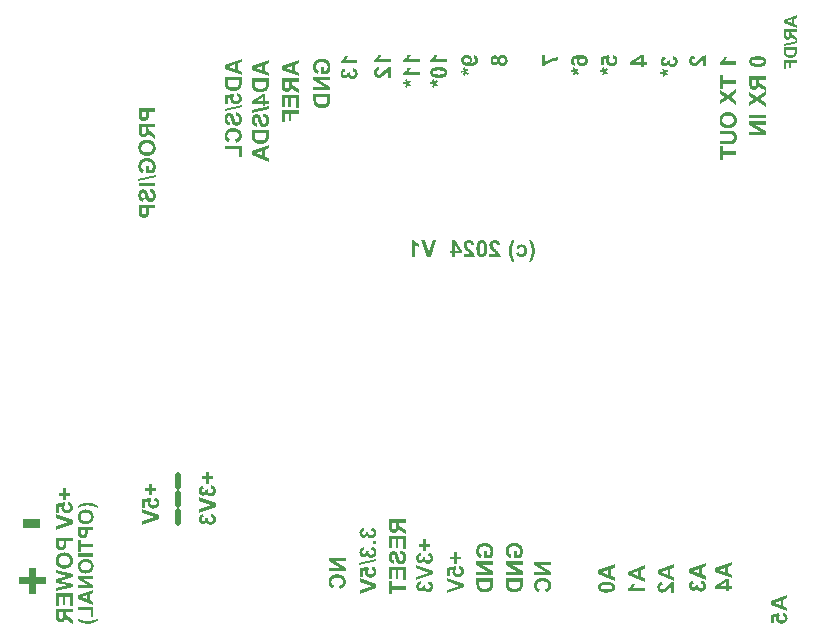
<source format=gbo>
G04*
G04 #@! TF.GenerationSoftware,Altium Limited,Altium Designer,22.5.1 (42)*
G04*
G04 Layer_Color=32896*
%FSLAX44Y44*%
%MOMM*%
G71*
G04*
G04 #@! TF.SameCoordinates,090C5C53-F3BF-408C-A1E9-F483B87C40A9*
G04*
G04*
G04 #@! TF.FilePolarity,Positive*
G04*
G01*
G75*
%ADD69C,0.5000*%
G36*
X413389Y338290D02*
X413715Y338270D01*
X414346Y338168D01*
X414875Y338006D01*
X415119Y337924D01*
X415343Y337823D01*
X415546Y337741D01*
X415709Y337640D01*
X415872Y337558D01*
X415994Y337497D01*
X416095Y337416D01*
X416156Y337375D01*
X416197Y337355D01*
X416217Y337334D01*
X416441Y337131D01*
X416645Y336927D01*
X416828Y336683D01*
X416991Y336419D01*
X417235Y335890D01*
X417438Y335381D01*
X417499Y335117D01*
X417560Y334893D01*
X417621Y334689D01*
X417642Y334506D01*
X417682Y334343D01*
Y334242D01*
X417703Y334160D01*
Y334140D01*
X415017Y333876D01*
X414976Y334282D01*
X414895Y334628D01*
X414814Y334934D01*
X414712Y335157D01*
X414631Y335340D01*
X414549Y335462D01*
X414488Y335544D01*
X414468Y335564D01*
X414264Y335727D01*
X414040Y335849D01*
X413817Y335951D01*
X413593Y336012D01*
X413410Y336053D01*
X413247Y336073D01*
X413105D01*
X412799Y336053D01*
X412535Y335992D01*
X412311Y335910D01*
X412108Y335829D01*
X411965Y335747D01*
X411843Y335666D01*
X411782Y335605D01*
X411762Y335585D01*
X411599Y335381D01*
X411477Y335157D01*
X411395Y334934D01*
X411334Y334710D01*
X411294Y334506D01*
X411273Y334323D01*
Y334221D01*
Y334201D01*
Y334181D01*
X411294Y333876D01*
X411355Y333591D01*
X411457Y333306D01*
X411558Y333062D01*
X411660Y332838D01*
X411762Y332675D01*
X411823Y332574D01*
X411843Y332533D01*
X411925Y332411D01*
X412047Y332268D01*
X412209Y332085D01*
X412372Y331922D01*
X412738Y331536D01*
X413105Y331149D01*
X413471Y330783D01*
X413633Y330620D01*
X413796Y330498D01*
X413918Y330376D01*
X414000Y330295D01*
X414061Y330234D01*
X414081Y330213D01*
X414488Y329827D01*
X414854Y329461D01*
X415200Y329115D01*
X415505Y328810D01*
X415790Y328504D01*
X416034Y328219D01*
X416258Y327975D01*
X416441Y327731D01*
X416604Y327528D01*
X416746Y327345D01*
X416869Y327202D01*
X416950Y327060D01*
X417031Y326978D01*
X417072Y326897D01*
X417113Y326856D01*
Y326836D01*
X417377Y326368D01*
X417580Y325880D01*
X417743Y325432D01*
X417865Y325025D01*
X417947Y324659D01*
X417967Y324517D01*
X417988Y324395D01*
X418008Y324293D01*
X418028Y324212D01*
Y324171D01*
Y324151D01*
X408568D01*
Y326653D01*
X413939D01*
X413776Y326917D01*
X413593Y327141D01*
X413512Y327243D01*
X413450Y327324D01*
X413410Y327365D01*
X413389Y327385D01*
X413308Y327467D01*
X413227Y327569D01*
X412982Y327792D01*
X412718Y328057D01*
X412453Y328321D01*
X412189Y328565D01*
X411965Y328769D01*
X411884Y328850D01*
X411823Y328911D01*
X411782Y328932D01*
X411762Y328952D01*
X411314Y329379D01*
X410948Y329725D01*
X410643Y330051D01*
X410399Y330295D01*
X410215Y330498D01*
X410093Y330641D01*
X410012Y330742D01*
X409992Y330763D01*
X409727Y331109D01*
X409503Y331434D01*
X409320Y331739D01*
X409178Y332004D01*
X409056Y332228D01*
X408974Y332411D01*
X408934Y332512D01*
X408913Y332553D01*
X408791Y332879D01*
X408710Y333204D01*
X408649Y333509D01*
X408608Y333794D01*
X408588Y334018D01*
X408568Y334201D01*
Y334323D01*
Y334364D01*
X408588Y334669D01*
X408629Y334974D01*
X408669Y335259D01*
X408751Y335523D01*
X408954Y335992D01*
X409158Y336398D01*
X409280Y336581D01*
X409381Y336724D01*
X409483Y336866D01*
X409585Y336968D01*
X409666Y337049D01*
X409707Y337131D01*
X409748Y337151D01*
X409768Y337172D01*
X409992Y337375D01*
X410256Y337558D01*
X410500Y337701D01*
X410785Y337823D01*
X411314Y338026D01*
X411843Y338168D01*
X412087Y338209D01*
X412311Y338250D01*
X412514Y338270D01*
X412698Y338290D01*
X412840Y338311D01*
X413044D01*
X413389Y338290D01*
D02*
G37*
G36*
X391498D02*
X391823Y338270D01*
X392454Y338168D01*
X392983Y338006D01*
X393227Y337924D01*
X393451Y337823D01*
X393654Y337741D01*
X393817Y337640D01*
X393980Y337558D01*
X394102Y337497D01*
X394204Y337416D01*
X394265Y337375D01*
X394305Y337355D01*
X394326Y337334D01*
X394550Y337131D01*
X394753Y336927D01*
X394936Y336683D01*
X395099Y336419D01*
X395343Y335890D01*
X395546Y335381D01*
X395607Y335117D01*
X395669Y334893D01*
X395730Y334689D01*
X395750Y334506D01*
X395791Y334343D01*
Y334242D01*
X395811Y334160D01*
Y334140D01*
X393125Y333876D01*
X393085Y334282D01*
X393003Y334628D01*
X392922Y334934D01*
X392820Y335157D01*
X392739Y335340D01*
X392657Y335462D01*
X392596Y335544D01*
X392576Y335564D01*
X392373Y335727D01*
X392149Y335849D01*
X391925Y335951D01*
X391701Y336012D01*
X391518Y336053D01*
X391355Y336073D01*
X391213D01*
X390908Y336053D01*
X390643Y335992D01*
X390419Y335910D01*
X390216Y335829D01*
X390074Y335747D01*
X389952Y335666D01*
X389891Y335605D01*
X389870Y335585D01*
X389707Y335381D01*
X389585Y335157D01*
X389504Y334934D01*
X389443Y334710D01*
X389402Y334506D01*
X389382Y334323D01*
Y334221D01*
Y334201D01*
Y334181D01*
X389402Y333876D01*
X389463Y333591D01*
X389565Y333306D01*
X389667Y333062D01*
X389768Y332838D01*
X389870Y332675D01*
X389931Y332574D01*
X389952Y332533D01*
X390033Y332411D01*
X390155Y332268D01*
X390318Y332085D01*
X390480Y331922D01*
X390847Y331536D01*
X391213Y331149D01*
X391579Y330783D01*
X391742Y330620D01*
X391905Y330498D01*
X392027Y330376D01*
X392108Y330295D01*
X392169Y330234D01*
X392189Y330213D01*
X392596Y329827D01*
X392963Y329461D01*
X393308Y329115D01*
X393614Y328810D01*
X393899Y328504D01*
X394143Y328219D01*
X394366Y327975D01*
X394550Y327731D01*
X394712Y327528D01*
X394855Y327345D01*
X394977Y327202D01*
X395058Y327060D01*
X395140Y326978D01*
X395180Y326897D01*
X395221Y326856D01*
Y326836D01*
X395485Y326368D01*
X395689Y325880D01*
X395852Y325432D01*
X395974Y325025D01*
X396055Y324659D01*
X396076Y324517D01*
X396096Y324395D01*
X396116Y324293D01*
X396137Y324212D01*
Y324171D01*
Y324151D01*
X386676D01*
Y326653D01*
X392047D01*
X391884Y326917D01*
X391701Y327141D01*
X391620Y327243D01*
X391559Y327324D01*
X391518Y327365D01*
X391498Y327385D01*
X391416Y327467D01*
X391335Y327569D01*
X391091Y327792D01*
X390826Y328057D01*
X390562Y328321D01*
X390297Y328565D01*
X390074Y328769D01*
X389992Y328850D01*
X389931Y328911D01*
X389891Y328932D01*
X389870Y328952D01*
X389422Y329379D01*
X389056Y329725D01*
X388751Y330051D01*
X388507Y330295D01*
X388324Y330498D01*
X388202Y330641D01*
X388120Y330742D01*
X388100Y330763D01*
X387836Y331109D01*
X387612Y331434D01*
X387429Y331739D01*
X387286Y332004D01*
X387164Y332228D01*
X387083Y332411D01*
X387042Y332512D01*
X387022Y332553D01*
X386900Y332879D01*
X386818Y333204D01*
X386757Y333509D01*
X386717Y333794D01*
X386696Y334018D01*
X386676Y334201D01*
Y334323D01*
Y334364D01*
X386696Y334669D01*
X386737Y334974D01*
X386778Y335259D01*
X386859Y335523D01*
X387062Y335992D01*
X387266Y336398D01*
X387388Y336581D01*
X387490Y336724D01*
X387591Y336866D01*
X387693Y336968D01*
X387775Y337049D01*
X387815Y337131D01*
X387856Y337151D01*
X387876Y337172D01*
X388100Y337375D01*
X388365Y337558D01*
X388609Y337701D01*
X388894Y337823D01*
X389422Y338026D01*
X389952Y338168D01*
X390196Y338209D01*
X390419Y338250D01*
X390623Y338270D01*
X390806Y338290D01*
X390948Y338311D01*
X391152D01*
X391498Y338290D01*
D02*
G37*
G36*
X345334Y337843D02*
X345598Y337416D01*
X345883Y337009D01*
X346168Y336683D01*
X346412Y336419D01*
X346636Y336215D01*
X346717Y336134D01*
X346779Y336073D01*
X346819Y336053D01*
X346840Y336032D01*
X347287Y335707D01*
X347714Y335422D01*
X348101Y335198D01*
X348447Y335035D01*
X348732Y334913D01*
X348935Y334811D01*
X349016Y334791D01*
X349078Y334771D01*
X349098Y334750D01*
X349118D01*
Y332309D01*
X348386Y332594D01*
X347735Y332899D01*
X347430Y333062D01*
X347145Y333245D01*
X346880Y333408D01*
X346636Y333570D01*
X346412Y333733D01*
X346209Y333876D01*
X346046Y333998D01*
X345904Y334120D01*
X345782Y334221D01*
X345700Y334282D01*
X345660Y334323D01*
X345639Y334343D01*
Y324150D01*
X342933D01*
Y338311D01*
X345131D01*
X345334Y337843D01*
D02*
G37*
G36*
X358742Y324150D02*
X355670D01*
X350664Y338229D01*
X353696D01*
X357134Y327813D01*
X360715Y338229D01*
X363787D01*
X358742Y324150D01*
D02*
G37*
G36*
X436156Y334567D02*
X436543Y334527D01*
X436929Y334466D01*
X437254Y334364D01*
X437580Y334262D01*
X437885Y334140D01*
X438150Y334018D01*
X438394Y333876D01*
X438618Y333754D01*
X438801Y333611D01*
X438964Y333489D01*
X439106Y333387D01*
X439208Y333285D01*
X439289Y333224D01*
X439330Y333184D01*
X439350Y333163D01*
X439574Y332879D01*
X439777Y332594D01*
X439961Y332289D01*
X440123Y331963D01*
X440245Y331638D01*
X440347Y331312D01*
X440510Y330681D01*
X440571Y330376D01*
X440611Y330112D01*
X440632Y329868D01*
X440652Y329644D01*
X440673Y329481D01*
Y329338D01*
Y329257D01*
Y329237D01*
X440652Y328789D01*
X440611Y328342D01*
X440550Y327955D01*
X440469Y327569D01*
X440367Y327223D01*
X440245Y326897D01*
X440144Y326612D01*
X440001Y326348D01*
X439879Y326104D01*
X439777Y325900D01*
X439655Y325737D01*
X439554Y325595D01*
X439472Y325473D01*
X439411Y325392D01*
X439370Y325351D01*
X439350Y325331D01*
X439086Y325086D01*
X438821Y324863D01*
X438536Y324679D01*
X438231Y324517D01*
X437946Y324374D01*
X437641Y324272D01*
X437356Y324171D01*
X437071Y324110D01*
X436807Y324049D01*
X436563Y324008D01*
X436339Y323967D01*
X436156Y323947D01*
X436013Y323927D01*
X435790D01*
X435424Y323947D01*
X435098Y323967D01*
X434772Y324008D01*
X434467Y324069D01*
X434182Y324130D01*
X433938Y324212D01*
X433694Y324293D01*
X433491Y324395D01*
X433287Y324476D01*
X433124Y324557D01*
X432982Y324639D01*
X432860Y324700D01*
X432779Y324761D01*
X432718Y324801D01*
X432677Y324842D01*
X432657D01*
X432453Y325025D01*
X432250Y325229D01*
X431904Y325676D01*
X431619Y326124D01*
X431415Y326572D01*
X431253Y326978D01*
X431192Y327162D01*
X431131Y327304D01*
X431090Y327426D01*
X431069Y327528D01*
X431049Y327589D01*
Y327609D01*
X433694Y328057D01*
X433775Y327691D01*
X433898Y327365D01*
X433999Y327100D01*
X434121Y326897D01*
X434243Y326734D01*
X434325Y326633D01*
X434386Y326572D01*
X434406Y326551D01*
X434610Y326409D01*
X434813Y326307D01*
X435017Y326226D01*
X435220Y326185D01*
X435403Y326144D01*
X435546Y326124D01*
X435668D01*
X436034Y326165D01*
X436359Y326246D01*
X436624Y326348D01*
X436868Y326490D01*
X437051Y326633D01*
X437173Y326734D01*
X437275Y326816D01*
X437295Y326856D01*
X437397Y327019D01*
X437499Y327182D01*
X437641Y327569D01*
X437763Y327996D01*
X437824Y328423D01*
X437865Y328830D01*
X437885Y328993D01*
Y329135D01*
X437906Y329257D01*
Y329359D01*
Y329420D01*
Y329440D01*
Y329725D01*
X437885Y330010D01*
X437845Y330254D01*
X437804Y330498D01*
X437763Y330702D01*
X437723Y330885D01*
X437600Y331210D01*
X437499Y331455D01*
X437397Y331617D01*
X437336Y331719D01*
X437316Y331760D01*
X437071Y332004D01*
X436807Y332166D01*
X436543Y332289D01*
X436298Y332390D01*
X436054Y332431D01*
X435871Y332451D01*
X435749Y332472D01*
X435708D01*
X435444Y332451D01*
X435200Y332411D01*
X434996Y332350D01*
X434813Y332268D01*
X434671Y332187D01*
X434569Y332126D01*
X434508Y332085D01*
X434488Y332065D01*
X434325Y331902D01*
X434182Y331719D01*
X434081Y331516D01*
X433979Y331332D01*
X433918Y331149D01*
X433877Y331007D01*
X433857Y330925D01*
Y330885D01*
X431192Y331373D01*
X431395Y331943D01*
X431639Y332431D01*
X431904Y332838D01*
X432168Y333184D01*
X432412Y333448D01*
X432595Y333631D01*
X432677Y333692D01*
X432738Y333733D01*
X432758Y333774D01*
X432779D01*
X433226Y334038D01*
X433714Y334242D01*
X434203Y334384D01*
X434671Y334486D01*
X434894Y334527D01*
X435098Y334547D01*
X435281Y334567D01*
X435444D01*
X435566Y334588D01*
X435749D01*
X436156Y334567D01*
D02*
G37*
G36*
X385313Y329318D02*
Y326978D01*
X379535D01*
Y324151D01*
X376930D01*
Y326978D01*
X375181D01*
Y329338D01*
X376930D01*
Y338290D01*
X379209D01*
X385313Y329318D01*
D02*
G37*
G36*
X402545Y338290D02*
X402891Y338250D01*
X403237Y338168D01*
X403542Y338087D01*
X403827Y337965D01*
X404091Y337843D01*
X404315Y337721D01*
X404539Y337578D01*
X404722Y337436D01*
X404905Y337314D01*
X405048Y337192D01*
X405149Y337070D01*
X405251Y336988D01*
X405312Y336907D01*
X405353Y336866D01*
X405373Y336846D01*
X405617Y336500D01*
X405821Y336093D01*
X406004Y335666D01*
X406167Y335218D01*
X406289Y334750D01*
X406411Y334262D01*
X406492Y333794D01*
X406574Y333326D01*
X406614Y332879D01*
X406655Y332472D01*
X406696Y332085D01*
X406716Y331760D01*
X406736Y331495D01*
Y331292D01*
Y331210D01*
Y331149D01*
Y331129D01*
Y331109D01*
X406716Y330376D01*
X406675Y329705D01*
X406614Y329074D01*
X406533Y328504D01*
X406452Y327996D01*
X406350Y327528D01*
X406228Y327121D01*
X406106Y326755D01*
X406004Y326450D01*
X405882Y326165D01*
X405780Y325941D01*
X405678Y325758D01*
X405617Y325636D01*
X405556Y325534D01*
X405516Y325473D01*
X405495Y325453D01*
X405251Y325168D01*
X404987Y324944D01*
X404722Y324720D01*
X404437Y324557D01*
X404173Y324395D01*
X403888Y324272D01*
X403624Y324171D01*
X403359Y324089D01*
X403115Y324008D01*
X402891Y323967D01*
X402688Y323927D01*
X402525Y323906D01*
X402383D01*
X402261Y323886D01*
X402179D01*
X401813Y323906D01*
X401467Y323947D01*
X401121Y324028D01*
X400816Y324110D01*
X400531Y324212D01*
X400267Y324334D01*
X400043Y324476D01*
X399819Y324618D01*
X399636Y324740D01*
X399453Y324883D01*
X399310Y325005D01*
X399188Y325107D01*
X399107Y325188D01*
X399046Y325270D01*
X399005Y325310D01*
X398985Y325331D01*
X398741Y325676D01*
X398537Y326083D01*
X398334Y326511D01*
X398191Y326978D01*
X398049Y327446D01*
X397947Y327914D01*
X397845Y328403D01*
X397764Y328871D01*
X397723Y329318D01*
X397683Y329725D01*
X397642Y330112D01*
X397622Y330437D01*
X397601Y330702D01*
Y330905D01*
Y330987D01*
Y331048D01*
Y331068D01*
Y331088D01*
X397622Y331821D01*
X397662Y332492D01*
X397723Y333102D01*
X397825Y333672D01*
X397927Y334201D01*
X398029Y334669D01*
X398171Y335096D01*
X398293Y335462D01*
X398415Y335808D01*
X398537Y336073D01*
X398659Y336317D01*
X398761Y336521D01*
X398863Y336663D01*
X398924Y336765D01*
X398965Y336826D01*
X398985Y336846D01*
X399209Y337110D01*
X399453Y337334D01*
X399717Y337517D01*
X399982Y337701D01*
X400246Y337843D01*
X400511Y337945D01*
X400755Y338046D01*
X401019Y338128D01*
X401264Y338189D01*
X401467Y338229D01*
X401670Y338270D01*
X401833Y338290D01*
X401976Y338311D01*
X402179D01*
X402545Y338290D01*
D02*
G37*
G36*
X444416Y337782D02*
X444843Y337070D01*
X445189Y336398D01*
X445352Y336093D01*
X445494Y335788D01*
X445616Y335523D01*
X445739Y335259D01*
X445840Y335035D01*
X445922Y334852D01*
X445983Y334689D01*
X446023Y334588D01*
X446064Y334506D01*
Y334486D01*
X446227Y334018D01*
X446369Y333550D01*
X446613Y332635D01*
X446776Y331739D01*
X446837Y331332D01*
X446878Y330946D01*
X446919Y330580D01*
X446959Y330254D01*
X446980Y329949D01*
Y329705D01*
X447000Y329501D01*
Y329359D01*
Y329277D01*
Y329237D01*
X446959Y328403D01*
X446878Y327569D01*
X446756Y326795D01*
X446695Y326429D01*
X446613Y326083D01*
X446552Y325778D01*
X446491Y325493D01*
X446430Y325249D01*
X446369Y325025D01*
X446308Y324863D01*
X446288Y324720D01*
X446247Y324639D01*
Y324618D01*
X445922Y323744D01*
X445576Y322889D01*
X445372Y322503D01*
X445189Y322116D01*
X445006Y321750D01*
X444823Y321424D01*
X444660Y321119D01*
X444497Y320834D01*
X444355Y320590D01*
X444233Y320387D01*
X444131Y320224D01*
X444050Y320102D01*
X444009Y320020D01*
X443989Y320000D01*
X442137D01*
X442300Y320346D01*
X442443Y320651D01*
X442565Y320956D01*
X442687Y321221D01*
X442789Y321485D01*
X442890Y321709D01*
X442972Y321912D01*
X443053Y322116D01*
X443134Y322279D01*
X443175Y322421D01*
X443236Y322543D01*
X443277Y322645D01*
X443297Y322726D01*
X443317Y322787D01*
X443338Y322808D01*
Y322828D01*
X443521Y323377D01*
X443684Y323927D01*
X443806Y324456D01*
X443928Y324944D01*
X443969Y325147D01*
X444009Y325351D01*
X444050Y325514D01*
X444070Y325656D01*
X444111Y325778D01*
Y325859D01*
X444131Y325920D01*
Y325941D01*
X444233Y326551D01*
X444294Y327141D01*
X444355Y327691D01*
X444375Y328179D01*
X444396Y328403D01*
Y328586D01*
X444416Y328769D01*
Y328911D01*
Y329013D01*
Y329115D01*
Y329155D01*
Y329176D01*
X444396Y330030D01*
X444335Y330824D01*
X444294Y331210D01*
X444253Y331556D01*
X444213Y331902D01*
X444172Y332207D01*
X444131Y332492D01*
X444091Y332736D01*
X444050Y332960D01*
X444009Y333163D01*
X443969Y333306D01*
X443948Y333428D01*
X443928Y333489D01*
Y333509D01*
X443826Y333896D01*
X443704Y334303D01*
X443440Y335137D01*
X443134Y335971D01*
X442992Y336378D01*
X442829Y336765D01*
X442687Y337110D01*
X442565Y337436D01*
X442443Y337741D01*
X442321Y337985D01*
X442239Y338189D01*
X442178Y338352D01*
X442137Y338433D01*
X442117Y338474D01*
X443969D01*
X444416Y337782D01*
D02*
G37*
G36*
X429645Y337945D02*
X429442Y337416D01*
X429239Y336927D01*
X429055Y336459D01*
X428893Y336032D01*
X428750Y335625D01*
X428628Y335239D01*
X428506Y334893D01*
X428404Y334588D01*
X428323Y334303D01*
X428242Y334079D01*
X428201Y333876D01*
X428160Y333713D01*
X428120Y333611D01*
X428099Y333530D01*
Y333509D01*
X427936Y332736D01*
X427814Y331983D01*
X427713Y331251D01*
X427672Y330905D01*
X427651Y330580D01*
X427631Y330274D01*
X427611Y330010D01*
Y329766D01*
X427590Y329562D01*
Y329400D01*
Y329277D01*
Y329196D01*
Y329176D01*
Y328769D01*
X427611Y328362D01*
X427631Y327996D01*
X427651Y327650D01*
X427692Y327385D01*
X427713Y327162D01*
Y327080D01*
X427733Y327019D01*
Y326999D01*
Y326978D01*
X427855Y326185D01*
X427936Y325798D01*
X427997Y325453D01*
X428058Y325147D01*
X428120Y324924D01*
X428140Y324842D01*
Y324781D01*
X428160Y324740D01*
Y324720D01*
X428262Y324293D01*
X428364Y323906D01*
X428465Y323540D01*
X428547Y323235D01*
X428628Y322991D01*
X428689Y322808D01*
X428730Y322686D01*
X428750Y322665D01*
Y322645D01*
X428893Y322279D01*
X429055Y321851D01*
X429239Y321404D01*
X429422Y320977D01*
X429605Y320590D01*
X429666Y320427D01*
X429747Y320285D01*
X429788Y320163D01*
X429828Y320081D01*
X429869Y320020D01*
Y320000D01*
X427997D01*
X427692Y320468D01*
X427428Y320936D01*
X427184Y321404D01*
X426939Y321851D01*
X426736Y322299D01*
X426533Y322706D01*
X426370Y323113D01*
X426207Y323479D01*
X426065Y323825D01*
X425963Y324130D01*
X425861Y324395D01*
X425780Y324639D01*
X425719Y324822D01*
X425678Y324944D01*
X425637Y325046D01*
Y325066D01*
X425434Y325920D01*
X425271Y326714D01*
X425210Y327080D01*
X425169Y327446D01*
X425108Y327772D01*
X425088Y328077D01*
X425068Y328362D01*
X425047Y328626D01*
X425027Y328850D01*
X425007Y329033D01*
Y329176D01*
Y329298D01*
Y329359D01*
Y329379D01*
X425047Y330274D01*
X425129Y331109D01*
X425190Y331516D01*
X425271Y331922D01*
X425332Y332289D01*
X425414Y332614D01*
X425495Y332940D01*
X425556Y333224D01*
X425637Y333469D01*
X425698Y333672D01*
X425739Y333855D01*
X425780Y333977D01*
X425820Y334059D01*
Y334079D01*
X426146Y334934D01*
X426512Y335747D01*
X426695Y336134D01*
X426878Y336480D01*
X427062Y336826D01*
X427245Y337151D01*
X427407Y337436D01*
X427550Y337701D01*
X427692Y337924D01*
X427814Y338107D01*
X427916Y338270D01*
X427997Y338372D01*
X428038Y338453D01*
X428058Y338474D01*
X429889D01*
X429645Y337945D01*
D02*
G37*
G36*
X125736Y447152D02*
X120425D01*
Y444629D01*
X120405Y444324D01*
Y444039D01*
X120385Y443774D01*
X120364Y443530D01*
X120344Y443306D01*
X120324Y443123D01*
Y442940D01*
X120303Y442798D01*
X120283Y442655D01*
X120263Y442553D01*
Y442472D01*
X120242Y442411D01*
Y442370D01*
X120161Y442086D01*
X120059Y441821D01*
X119957Y441577D01*
X119835Y441353D01*
X119734Y441170D01*
X119652Y441028D01*
X119591Y440946D01*
X119571Y440906D01*
X119367Y440641D01*
X119144Y440417D01*
X118899Y440193D01*
X118696Y440031D01*
X118492Y439888D01*
X118330Y439787D01*
X118228Y439725D01*
X118187Y439705D01*
X117842Y439542D01*
X117475Y439420D01*
X117089Y439339D01*
X116743Y439278D01*
X116458Y439237D01*
X116316D01*
X116214Y439217D01*
X116112D01*
X116051D01*
X116010D01*
X115990D01*
X115400Y439258D01*
X114851Y439339D01*
X114403Y439481D01*
X113996Y439624D01*
X113833Y439705D01*
X113691Y439787D01*
X113569Y439848D01*
X113447Y439929D01*
X113365Y439970D01*
X113304Y440010D01*
X113284Y440051D01*
X113264D01*
X112898Y440377D01*
X112592Y440702D01*
X112348Y441048D01*
X112165Y441353D01*
X112043Y441638D01*
X111941Y441862D01*
X111921Y441943D01*
X111901Y442004D01*
X111880Y442045D01*
Y442065D01*
X111840Y442228D01*
X111799Y442431D01*
X111778Y442676D01*
X111758Y442920D01*
X111718Y443489D01*
X111677Y444059D01*
Y444588D01*
X111657Y444812D01*
Y450000D01*
X125736D01*
Y447152D01*
D02*
G37*
G36*
Y434029D02*
X119856D01*
Y433113D01*
X119876Y432828D01*
X119896Y432584D01*
X119937Y432381D01*
X119957Y432218D01*
X119998Y432116D01*
X120018Y432055D01*
Y432035D01*
X120100Y431872D01*
X120181Y431709D01*
X120283Y431567D01*
X120364Y431425D01*
X120466Y431323D01*
X120547Y431241D01*
X120588Y431201D01*
X120608Y431180D01*
X120710Y431099D01*
X120812Y430997D01*
X121117Y430774D01*
X121443Y430529D01*
X121809Y430265D01*
X122134Y430041D01*
X122297Y429939D01*
X122419Y429858D01*
X122521Y429777D01*
X122602Y429716D01*
X122663Y429695D01*
X122684Y429675D01*
X125736Y427640D01*
Y424222D01*
X122989Y425952D01*
X122704Y426135D01*
X122419Y426318D01*
X122175Y426481D01*
X121951Y426643D01*
X121748Y426786D01*
X121544Y426908D01*
X121239Y427152D01*
X120995Y427335D01*
X120832Y427457D01*
X120730Y427559D01*
X120710Y427579D01*
X120466Y427803D01*
X120242Y428068D01*
X120059Y428312D01*
X119876Y428556D01*
X119734Y428759D01*
X119632Y428922D01*
X119551Y429044D01*
X119530Y429064D01*
Y429085D01*
X119469Y428739D01*
X119388Y428434D01*
X119306Y428149D01*
X119205Y427864D01*
X119103Y427620D01*
X119001Y427396D01*
X118899Y427172D01*
X118777Y426989D01*
X118676Y426827D01*
X118574Y426684D01*
X118472Y426562D01*
X118391Y426481D01*
X118330Y426399D01*
X118269Y426338D01*
X118248Y426318D01*
X118228Y426298D01*
X118025Y426135D01*
X117821Y425992D01*
X117374Y425748D01*
X116946Y425586D01*
X116519Y425484D01*
X116153Y425402D01*
X116010Y425382D01*
X115868D01*
X115766Y425362D01*
X115665D01*
X115624D01*
X115604D01*
X115156Y425382D01*
X114729Y425463D01*
X114362Y425565D01*
X114037Y425667D01*
X113772Y425789D01*
X113569Y425891D01*
X113508Y425931D01*
X113447Y425972D01*
X113427Y425992D01*
X113406D01*
X113060Y426236D01*
X112775Y426501D01*
X112552Y426766D01*
X112348Y427030D01*
X112226Y427274D01*
X112124Y427457D01*
X112063Y427579D01*
X112043Y427600D01*
Y427620D01*
X111982Y427823D01*
X111921Y428047D01*
X111819Y428556D01*
X111758Y429105D01*
X111697Y429634D01*
Y429899D01*
X111677Y430122D01*
Y430346D01*
X111657Y430529D01*
Y436877D01*
X125736D01*
Y434029D01*
D02*
G37*
G36*
X119408Y423246D02*
X119998Y423185D01*
X120547Y423103D01*
X121056Y422981D01*
X121524Y422839D01*
X121951Y422676D01*
X122358Y422513D01*
X122704Y422330D01*
X123029Y422168D01*
X123294Y422005D01*
X123538Y421842D01*
X123742Y421699D01*
X123884Y421577D01*
X124006Y421496D01*
X124067Y421435D01*
X124087Y421415D01*
X124433Y421049D01*
X124718Y420662D01*
X124983Y420275D01*
X125186Y419848D01*
X125369Y419441D01*
X125532Y419014D01*
X125654Y418627D01*
X125756Y418220D01*
X125837Y417854D01*
X125898Y417508D01*
X125939Y417203D01*
X125959Y416939D01*
X125980Y416735D01*
X126000Y416572D01*
Y416430D01*
X125980Y415860D01*
X125919Y415331D01*
X125817Y414823D01*
X125695Y414355D01*
X125552Y413907D01*
X125390Y413500D01*
X125227Y413134D01*
X125044Y412788D01*
X124861Y412503D01*
X124698Y412239D01*
X124535Y412015D01*
X124393Y411832D01*
X124271Y411669D01*
X124169Y411567D01*
X124108Y411507D01*
X124087Y411486D01*
X123701Y411161D01*
X123294Y410876D01*
X122867Y410611D01*
X122439Y410408D01*
X121992Y410225D01*
X121544Y410062D01*
X121097Y409940D01*
X120669Y409838D01*
X120283Y409777D01*
X119896Y409716D01*
X119571Y409675D01*
X119286Y409635D01*
X119042D01*
X118859Y409614D01*
X118757D01*
X118716D01*
X118086Y409635D01*
X117496Y409696D01*
X116946Y409777D01*
X116417Y409899D01*
X115949Y410042D01*
X115502Y410204D01*
X115095Y410367D01*
X114749Y410550D01*
X114423Y410733D01*
X114139Y410896D01*
X113895Y411059D01*
X113691Y411201D01*
X113549Y411303D01*
X113427Y411405D01*
X113365Y411466D01*
X113345Y411486D01*
X112999Y411852D01*
X112694Y412239D01*
X112430Y412646D01*
X112206Y413053D01*
X112023Y413480D01*
X111860Y413887D01*
X111738Y414294D01*
X111636Y414680D01*
X111555Y415047D01*
X111494Y415392D01*
X111453Y415698D01*
X111412Y415962D01*
Y416166D01*
X111392Y416328D01*
Y416471D01*
X111412Y417081D01*
X111473Y417671D01*
X111575Y418180D01*
X111677Y418627D01*
X111738Y418811D01*
X111778Y418994D01*
X111819Y419136D01*
X111880Y419258D01*
X111901Y419360D01*
X111941Y419441D01*
X111962Y419482D01*
Y419502D01*
X112124Y419868D01*
X112328Y420214D01*
X112552Y420519D01*
X112755Y420784D01*
X112938Y421008D01*
X113101Y421191D01*
X113203Y421293D01*
X113223Y421313D01*
X113243Y421333D01*
X113569Y421618D01*
X113915Y421883D01*
X114220Y422106D01*
X114525Y422290D01*
X114790Y422432D01*
X114993Y422554D01*
X115075Y422574D01*
X115135Y422615D01*
X115156Y422635D01*
X115176D01*
X115746Y422839D01*
X116356Y423002D01*
X116967Y423103D01*
X117536Y423185D01*
X117801Y423205D01*
X118045Y423225D01*
X118248Y423246D01*
X118432D01*
X118594Y423266D01*
X118696D01*
X118777D01*
X118798D01*
X119408Y423246D01*
D02*
G37*
G36*
Y407844D02*
X120100Y407763D01*
X120730Y407621D01*
X121036Y407560D01*
X121300Y407478D01*
X121544Y407397D01*
X121768Y407336D01*
X121951Y407254D01*
X122114Y407193D01*
X122236Y407153D01*
X122338Y407112D01*
X122399Y407071D01*
X122419D01*
X123029Y406725D01*
X123559Y406339D01*
X124026Y405932D01*
X124393Y405525D01*
X124556Y405342D01*
X124698Y405159D01*
X124820Y405016D01*
X124901Y404874D01*
X124983Y404772D01*
X125044Y404670D01*
X125064Y404630D01*
X125084Y404609D01*
X125247Y404284D01*
X125390Y403979D01*
X125613Y403307D01*
X125776Y402656D01*
X125878Y402066D01*
X125919Y401781D01*
X125959Y401537D01*
X125980Y401313D01*
Y401110D01*
X126000Y400967D01*
Y400744D01*
X125980Y400093D01*
X125898Y399482D01*
X125796Y398892D01*
X125674Y398384D01*
X125613Y398160D01*
X125552Y397956D01*
X125491Y397773D01*
X125451Y397611D01*
X125410Y397489D01*
X125369Y397407D01*
X125349Y397346D01*
Y397326D01*
X125105Y396715D01*
X124840Y396207D01*
X124576Y395759D01*
X124352Y395373D01*
X124149Y395088D01*
X124067Y394986D01*
X123986Y394884D01*
X123925Y394823D01*
X123884Y394762D01*
X123843Y394721D01*
X118187D01*
Y400845D01*
X120568D01*
Y397590D01*
X122379D01*
X122562Y397834D01*
X122724Y398099D01*
X122867Y398363D01*
X122989Y398607D01*
X123091Y398811D01*
X123172Y398994D01*
X123213Y399096D01*
X123233Y399116D01*
Y399137D01*
X123355Y399462D01*
X123436Y399787D01*
X123497Y400093D01*
X123538Y400357D01*
X123559Y400601D01*
X123579Y400764D01*
Y400927D01*
X123559Y401252D01*
X123518Y401578D01*
X123457Y401863D01*
X123375Y402148D01*
X123172Y402656D01*
X123070Y402860D01*
X122948Y403063D01*
X122826Y403246D01*
X122724Y403409D01*
X122602Y403531D01*
X122521Y403653D01*
X122439Y403735D01*
X122379Y403796D01*
X122338Y403836D01*
X122317Y403857D01*
X122073Y404040D01*
X121789Y404223D01*
X121504Y404365D01*
X121199Y404487D01*
X120568Y404691D01*
X119957Y404813D01*
X119673Y404854D01*
X119388Y404894D01*
X119164Y404915D01*
X118940Y404935D01*
X118777Y404955D01*
X118635D01*
X118554D01*
X118533D01*
X118106Y404935D01*
X117719Y404915D01*
X117333Y404854D01*
X116987Y404793D01*
X116682Y404711D01*
X116397Y404609D01*
X116132Y404508D01*
X115888Y404406D01*
X115685Y404324D01*
X115502Y404223D01*
X115359Y404121D01*
X115237Y404040D01*
X115135Y403979D01*
X115075Y403918D01*
X115034Y403897D01*
X115014Y403877D01*
X114810Y403653D01*
X114607Y403429D01*
X114464Y403185D01*
X114322Y402941D01*
X114200Y402697D01*
X114098Y402453D01*
X113955Y401985D01*
X113915Y401761D01*
X113874Y401558D01*
X113854Y401375D01*
X113833Y401212D01*
X113813Y401090D01*
Y400906D01*
X113833Y400459D01*
X113915Y400072D01*
X113996Y399726D01*
X114118Y399421D01*
X114220Y399198D01*
X114322Y399014D01*
X114403Y398913D01*
X114423Y398872D01*
X114668Y398587D01*
X114932Y398343D01*
X115197Y398139D01*
X115461Y397997D01*
X115705Y397875D01*
X115888Y397794D01*
X116010Y397753D01*
X116031Y397733D01*
X116051D01*
X115522Y394905D01*
X115176Y394986D01*
X114830Y395108D01*
X114525Y395230D01*
X114240Y395393D01*
X113955Y395535D01*
X113711Y395698D01*
X113488Y395861D01*
X113284Y396024D01*
X113101Y396186D01*
X112938Y396329D01*
X112796Y396451D01*
X112694Y396573D01*
X112613Y396675D01*
X112531Y396756D01*
X112511Y396797D01*
X112491Y396817D01*
X112287Y397102D01*
X112124Y397407D01*
X111982Y397733D01*
X111860Y398078D01*
X111657Y398750D01*
X111534Y399401D01*
X111473Y399706D01*
X111453Y399991D01*
X111433Y400256D01*
X111412Y400479D01*
X111392Y400662D01*
Y400906D01*
X111412Y401639D01*
X111494Y402290D01*
X111555Y402575D01*
X111616Y402860D01*
X111677Y403124D01*
X111738Y403348D01*
X111819Y403551D01*
X111880Y403755D01*
X111941Y403897D01*
X111982Y404040D01*
X112043Y404141D01*
X112063Y404223D01*
X112104Y404263D01*
Y404284D01*
X112470Y404915D01*
X112694Y405179D01*
X112898Y405443D01*
X113121Y405688D01*
X113345Y405911D01*
X113569Y406115D01*
X113772Y406298D01*
X113976Y406441D01*
X114159Y406583D01*
X114322Y406705D01*
X114464Y406807D01*
X114586Y406868D01*
X114668Y406929D01*
X114729Y406949D01*
X114749Y406969D01*
X115075Y407132D01*
X115400Y407275D01*
X116071Y407498D01*
X116743Y407661D01*
X117333Y407763D01*
X117618Y407804D01*
X117862Y407844D01*
X118086Y407865D01*
X118289D01*
X118432Y407885D01*
X118554D01*
X118635D01*
X118655D01*
X119408Y407844D01*
D02*
G37*
G36*
X125980Y391548D02*
X111412Y388028D01*
Y390062D01*
X125980Y393541D01*
Y391548D01*
D02*
G37*
G36*
X125736Y383857D02*
X111657D01*
Y386705D01*
X125736D01*
Y383857D01*
D02*
G37*
G36*
X121585Y381823D02*
X121992Y381741D01*
X122379Y381619D01*
X122724Y381517D01*
X123050Y381375D01*
X123355Y381232D01*
X123620Y381090D01*
X123864Y380948D01*
X124067Y380805D01*
X124250Y380663D01*
X124413Y380541D01*
X124556Y380419D01*
X124657Y380337D01*
X124718Y380256D01*
X124759Y380215D01*
X124779Y380195D01*
X125003Y379910D01*
X125186Y379605D01*
X125349Y379279D01*
X125491Y378933D01*
X125593Y378608D01*
X125695Y378262D01*
X125837Y377591D01*
X125898Y377285D01*
X125939Y377001D01*
X125959Y376757D01*
X125980Y376533D01*
X126000Y376350D01*
Y376085D01*
X125980Y375434D01*
X125919Y374844D01*
X125837Y374315D01*
X125796Y374091D01*
X125736Y373867D01*
X125695Y373684D01*
X125654Y373522D01*
X125613Y373379D01*
X125573Y373257D01*
X125532Y373155D01*
X125512Y373094D01*
X125491Y373054D01*
Y373033D01*
X125267Y372586D01*
X125023Y372220D01*
X124779Y371874D01*
X124515Y371609D01*
X124291Y371406D01*
X124087Y371243D01*
X123965Y371161D01*
X123945Y371121D01*
X123925D01*
X123518Y370897D01*
X123131Y370714D01*
X122745Y370592D01*
X122379Y370510D01*
X122094Y370470D01*
X121951Y370449D01*
X121849Y370429D01*
X121768D01*
X121707D01*
X121666D01*
X121646D01*
X121158Y370449D01*
X120730Y370510D01*
X120344Y370612D01*
X120018Y370714D01*
X119754Y370816D01*
X119571Y370917D01*
X119449Y370978D01*
X119408Y370999D01*
X119082Y371223D01*
X118798Y371487D01*
X118554Y371752D01*
X118350Y371996D01*
X118187Y372220D01*
X118065Y372403D01*
X117984Y372525D01*
X117963Y372545D01*
Y372565D01*
X117862Y372769D01*
X117760Y372972D01*
X117577Y373461D01*
X117414Y373969D01*
X117252Y374458D01*
X117190Y374681D01*
X117129Y374905D01*
X117068Y375108D01*
X117028Y375271D01*
X116987Y375414D01*
X116967Y375516D01*
X116946Y375597D01*
Y375617D01*
X116845Y375983D01*
X116763Y376309D01*
X116682Y376614D01*
X116600Y376899D01*
X116519Y377123D01*
X116438Y377346D01*
X116356Y377530D01*
X116295Y377692D01*
X116234Y377835D01*
X116173Y377937D01*
X116132Y378038D01*
X116092Y378099D01*
X116031Y378201D01*
X116010Y378221D01*
X115868Y378364D01*
X115725Y378465D01*
X115583Y378527D01*
X115441Y378567D01*
X115339Y378608D01*
X115237Y378628D01*
X115176D01*
X115156D01*
X114952Y378608D01*
X114790Y378567D01*
X114627Y378486D01*
X114505Y378405D01*
X114403Y378323D01*
X114342Y378242D01*
X114301Y378201D01*
X114281Y378181D01*
X114098Y377896D01*
X113976Y377591D01*
X113874Y377265D01*
X113813Y376960D01*
X113772Y376696D01*
X113752Y376472D01*
Y376268D01*
X113772Y375841D01*
X113833Y375475D01*
X113915Y375170D01*
X113996Y374925D01*
X114078Y374722D01*
X114159Y374580D01*
X114220Y374498D01*
X114240Y374478D01*
X114444Y374274D01*
X114688Y374091D01*
X114932Y373949D01*
X115197Y373847D01*
X115420Y373766D01*
X115604Y373725D01*
X115746Y373684D01*
X115766D01*
X115787D01*
X115685Y370836D01*
X115319Y370856D01*
X114993Y370917D01*
X114668Y370999D01*
X114383Y371101D01*
X114098Y371202D01*
X113833Y371324D01*
X113610Y371446D01*
X113386Y371568D01*
X113203Y371711D01*
X113040Y371833D01*
X112898Y371955D01*
X112775Y372057D01*
X112694Y372138D01*
X112633Y372199D01*
X112592Y372240D01*
X112572Y372260D01*
X112369Y372525D01*
X112185Y372809D01*
X112023Y373115D01*
X111880Y373440D01*
X111778Y373766D01*
X111677Y374091D01*
X111534Y374742D01*
X111494Y375047D01*
X111453Y375312D01*
X111433Y375577D01*
X111412Y375800D01*
X111392Y375983D01*
Y376227D01*
X111412Y376818D01*
X111473Y377346D01*
X111555Y377814D01*
X111636Y378221D01*
X111697Y378405D01*
X111738Y378567D01*
X111778Y378689D01*
X111819Y378811D01*
X111860Y378893D01*
X111880Y378954D01*
X111901Y378994D01*
Y379015D01*
X112104Y379422D01*
X112328Y379768D01*
X112572Y380073D01*
X112796Y380317D01*
X112999Y380520D01*
X113162Y380643D01*
X113284Y380744D01*
X113304Y380765D01*
X113325D01*
X113671Y380968D01*
X114037Y381110D01*
X114383Y381212D01*
X114688Y381273D01*
X114952Y381314D01*
X115156Y381355D01*
X115237D01*
X115298D01*
X115319D01*
X115339D01*
X115644Y381334D01*
X115949Y381293D01*
X116214Y381232D01*
X116478Y381151D01*
X116967Y380948D01*
X117394Y380704D01*
X117577Y380602D01*
X117719Y380480D01*
X117862Y380378D01*
X117984Y380276D01*
X118065Y380195D01*
X118126Y380134D01*
X118167Y380093D01*
X118187Y380073D01*
X118330Y379890D01*
X118472Y379666D01*
X118615Y379442D01*
X118737Y379178D01*
X118981Y378669D01*
X119184Y378140D01*
X119266Y377876D01*
X119347Y377652D01*
X119408Y377428D01*
X119469Y377245D01*
X119510Y377102D01*
X119551Y376980D01*
X119571Y376899D01*
Y376879D01*
X119652Y376553D01*
X119734Y376268D01*
X119795Y376004D01*
X119856Y375760D01*
X119917Y375556D01*
X119957Y375373D01*
X120018Y375210D01*
X120059Y375068D01*
X120079Y374946D01*
X120120Y374844D01*
X120161Y374702D01*
X120202Y374620D01*
Y374600D01*
X120303Y374335D01*
X120405Y374132D01*
X120507Y373949D01*
X120608Y373806D01*
X120690Y373705D01*
X120751Y373644D01*
X120792Y373603D01*
X120812Y373583D01*
X120954Y373481D01*
X121097Y373400D01*
X121239Y373359D01*
X121361Y373318D01*
X121483Y373298D01*
X121585Y373278D01*
X121646D01*
X121666D01*
X121951Y373298D01*
X122195Y373379D01*
X122439Y373501D01*
X122643Y373623D01*
X122806Y373766D01*
X122928Y373867D01*
X123009Y373949D01*
X123029Y373989D01*
X123213Y374274D01*
X123355Y374600D01*
X123457Y374946D01*
X123518Y375271D01*
X123559Y375577D01*
X123599Y375821D01*
Y376044D01*
X123579Y376512D01*
X123497Y376919D01*
X123396Y377265D01*
X123274Y377570D01*
X123152Y377814D01*
X123050Y377977D01*
X122969Y378079D01*
X122948Y378120D01*
X122663Y378384D01*
X122358Y378588D01*
X122012Y378771D01*
X121666Y378893D01*
X121361Y378994D01*
X121117Y379076D01*
X121036Y379096D01*
X120954D01*
X120914Y379117D01*
X120893D01*
X121158Y381884D01*
X121585Y381823D01*
D02*
G37*
G36*
X125736Y365160D02*
X120425D01*
Y362637D01*
X120405Y362332D01*
Y362047D01*
X120385Y361782D01*
X120364Y361538D01*
X120344Y361314D01*
X120324Y361131D01*
Y360948D01*
X120303Y360806D01*
X120283Y360663D01*
X120263Y360562D01*
Y360480D01*
X120242Y360419D01*
Y360378D01*
X120161Y360094D01*
X120059Y359829D01*
X119957Y359585D01*
X119835Y359361D01*
X119734Y359178D01*
X119652Y359036D01*
X119591Y358954D01*
X119571Y358914D01*
X119367Y358649D01*
X119144Y358425D01*
X118899Y358201D01*
X118696Y358039D01*
X118492Y357896D01*
X118330Y357795D01*
X118228Y357734D01*
X118187Y357713D01*
X117842Y357551D01*
X117475Y357428D01*
X117089Y357347D01*
X116743Y357286D01*
X116458Y357245D01*
X116316D01*
X116214Y357225D01*
X116112D01*
X116051D01*
X116010D01*
X115990D01*
X115400Y357266D01*
X114851Y357347D01*
X114403Y357489D01*
X113996Y357632D01*
X113833Y357713D01*
X113691Y357795D01*
X113569Y357856D01*
X113447Y357937D01*
X113365Y357978D01*
X113304Y358018D01*
X113284Y358059D01*
X113264D01*
X112898Y358385D01*
X112592Y358710D01*
X112348Y359056D01*
X112165Y359361D01*
X112043Y359646D01*
X111941Y359870D01*
X111921Y359951D01*
X111901Y360012D01*
X111880Y360053D01*
Y360073D01*
X111840Y360236D01*
X111799Y360439D01*
X111778Y360684D01*
X111758Y360928D01*
X111718Y361497D01*
X111677Y362067D01*
Y362596D01*
X111657Y362820D01*
Y368008D01*
X125736D01*
Y365160D01*
D02*
G37*
G36*
X28498Y94612D02*
X14000D01*
Y102000D01*
X28498D01*
Y94612D01*
D02*
G37*
G36*
X24716Y52624D02*
X33000D01*
Y47024D01*
X24716D01*
Y38601D01*
X18978D01*
Y47024D01*
X10694D01*
Y52624D01*
X18978D01*
Y61000D01*
X24716D01*
Y52624D01*
D02*
G37*
G36*
X69353Y115963D02*
X70112Y115889D01*
X70816Y115778D01*
X71149Y115722D01*
X71463Y115648D01*
X71741Y115593D01*
X72000Y115537D01*
X72223Y115482D01*
X72426Y115426D01*
X72575Y115370D01*
X72704Y115352D01*
X72778Y115315D01*
X72797D01*
X73593Y115019D01*
X74371Y114704D01*
X74722Y114519D01*
X75074Y114352D01*
X75408Y114185D01*
X75704Y114019D01*
X75982Y113871D01*
X76241Y113722D01*
X76463Y113593D01*
X76648Y113482D01*
X76796Y113389D01*
X76907Y113315D01*
X76982Y113278D01*
X77000Y113259D01*
Y111574D01*
X76685Y111723D01*
X76407Y111852D01*
X76130Y111963D01*
X75889Y112074D01*
X75648Y112167D01*
X75445Y112260D01*
X75259Y112334D01*
X75074Y112408D01*
X74926Y112482D01*
X74797Y112519D01*
X74685Y112574D01*
X74593Y112612D01*
X74519Y112630D01*
X74463Y112648D01*
X74445Y112667D01*
X74426D01*
X73926Y112834D01*
X73426Y112982D01*
X72945Y113093D01*
X72501Y113204D01*
X72315Y113241D01*
X72130Y113278D01*
X71982Y113315D01*
X71852Y113334D01*
X71741Y113371D01*
X71667D01*
X71612Y113389D01*
X71593D01*
X71038Y113482D01*
X70501Y113537D01*
X70001Y113593D01*
X69556Y113611D01*
X69353Y113630D01*
X69186D01*
X69019Y113648D01*
X68890D01*
X68797D01*
X68705D01*
X68667D01*
X68649D01*
X67871Y113630D01*
X67149Y113574D01*
X66797Y113537D01*
X66483Y113500D01*
X66168Y113463D01*
X65890Y113426D01*
X65631Y113389D01*
X65409Y113352D01*
X65205Y113315D01*
X65020Y113278D01*
X64890Y113241D01*
X64779Y113223D01*
X64724Y113204D01*
X64705D01*
X64353Y113111D01*
X63983Y113000D01*
X63224Y112760D01*
X62464Y112482D01*
X62094Y112352D01*
X61742Y112204D01*
X61427Y112074D01*
X61131Y111963D01*
X60854Y111852D01*
X60631Y111741D01*
X60446Y111667D01*
X60298Y111612D01*
X60224Y111574D01*
X60187Y111556D01*
Y113241D01*
X60816Y113648D01*
X61465Y114037D01*
X62076Y114352D01*
X62353Y114500D01*
X62631Y114630D01*
X62872Y114741D01*
X63113Y114852D01*
X63316Y114945D01*
X63483Y115019D01*
X63631Y115074D01*
X63724Y115111D01*
X63798Y115148D01*
X63816D01*
X64242Y115296D01*
X64668Y115426D01*
X65501Y115648D01*
X66316Y115796D01*
X66686Y115852D01*
X67038Y115889D01*
X67371Y115926D01*
X67668Y115963D01*
X67945Y115982D01*
X68168D01*
X68353Y116000D01*
X68482D01*
X68556D01*
X68594D01*
X69353Y115963D01*
D02*
G37*
G36*
X67464Y110186D02*
X68001Y110130D01*
X68501Y110056D01*
X68964Y109945D01*
X69390Y109816D01*
X69778Y109667D01*
X70149Y109519D01*
X70464Y109353D01*
X70760Y109204D01*
X71001Y109056D01*
X71223Y108908D01*
X71408Y108778D01*
X71538Y108667D01*
X71649Y108593D01*
X71704Y108538D01*
X71723Y108519D01*
X72038Y108186D01*
X72297Y107834D01*
X72537Y107482D01*
X72723Y107093D01*
X72889Y106723D01*
X73037Y106334D01*
X73148Y105983D01*
X73241Y105612D01*
X73315Y105279D01*
X73371Y104964D01*
X73408Y104686D01*
X73426Y104446D01*
X73445Y104261D01*
X73463Y104112D01*
Y103983D01*
X73445Y103464D01*
X73389Y102983D01*
X73297Y102520D01*
X73186Y102094D01*
X73056Y101687D01*
X72908Y101316D01*
X72760Y100983D01*
X72593Y100668D01*
X72426Y100409D01*
X72278Y100168D01*
X72130Y99965D01*
X72000Y99798D01*
X71889Y99650D01*
X71797Y99557D01*
X71741Y99502D01*
X71723Y99483D01*
X71371Y99187D01*
X71001Y98928D01*
X70612Y98687D01*
X70223Y98502D01*
X69816Y98335D01*
X69408Y98187D01*
X69001Y98076D01*
X68612Y97983D01*
X68260Y97928D01*
X67908Y97872D01*
X67612Y97835D01*
X67353Y97798D01*
X67131D01*
X66964Y97780D01*
X66871D01*
X66834D01*
X66260Y97798D01*
X65723Y97854D01*
X65223Y97928D01*
X64742Y98039D01*
X64316Y98168D01*
X63909Y98317D01*
X63538Y98465D01*
X63224Y98631D01*
X62927Y98798D01*
X62668Y98946D01*
X62446Y99094D01*
X62261Y99224D01*
X62131Y99317D01*
X62020Y99409D01*
X61965Y99465D01*
X61946Y99483D01*
X61631Y99817D01*
X61354Y100168D01*
X61113Y100539D01*
X60909Y100909D01*
X60742Y101298D01*
X60594Y101668D01*
X60483Y102038D01*
X60391Y102390D01*
X60317Y102724D01*
X60261Y103038D01*
X60224Y103316D01*
X60187Y103557D01*
Y103742D01*
X60168Y103890D01*
Y104020D01*
X60187Y104575D01*
X60243Y105112D01*
X60335Y105575D01*
X60428Y105983D01*
X60483Y106149D01*
X60520Y106316D01*
X60557Y106445D01*
X60613Y106557D01*
X60631Y106649D01*
X60668Y106723D01*
X60687Y106760D01*
Y106779D01*
X60835Y107112D01*
X61020Y107427D01*
X61224Y107705D01*
X61409Y107945D01*
X61576Y108149D01*
X61724Y108316D01*
X61816Y108408D01*
X61835Y108427D01*
X61853Y108445D01*
X62150Y108705D01*
X62464Y108945D01*
X62742Y109149D01*
X63020Y109316D01*
X63261Y109445D01*
X63446Y109556D01*
X63520Y109575D01*
X63576Y109612D01*
X63594Y109630D01*
X63612D01*
X64131Y109816D01*
X64686Y109964D01*
X65242Y110056D01*
X65760Y110130D01*
X66001Y110149D01*
X66223Y110167D01*
X66409Y110186D01*
X66575D01*
X66723Y110204D01*
X66816D01*
X66890D01*
X66908D01*
X67464Y110186D01*
D02*
G37*
G36*
X73223Y93151D02*
X68390D01*
Y90855D01*
X68371Y90577D01*
Y90317D01*
X68353Y90077D01*
X68334Y89855D01*
X68316Y89651D01*
X68297Y89484D01*
Y89318D01*
X68279Y89188D01*
X68260Y89058D01*
X68242Y88966D01*
Y88892D01*
X68223Y88836D01*
Y88799D01*
X68149Y88540D01*
X68057Y88299D01*
X67964Y88077D01*
X67853Y87873D01*
X67760Y87707D01*
X67686Y87577D01*
X67631Y87503D01*
X67612Y87466D01*
X67427Y87225D01*
X67223Y87022D01*
X67001Y86818D01*
X66816Y86670D01*
X66631Y86540D01*
X66483Y86447D01*
X66390Y86392D01*
X66353Y86373D01*
X66038Y86225D01*
X65705Y86114D01*
X65353Y86040D01*
X65038Y85985D01*
X64779Y85948D01*
X64649D01*
X64557Y85929D01*
X64464D01*
X64409D01*
X64372D01*
X64353D01*
X63816Y85966D01*
X63316Y86040D01*
X62909Y86170D01*
X62538Y86299D01*
X62390Y86373D01*
X62261Y86447D01*
X62150Y86503D01*
X62039Y86577D01*
X61965Y86614D01*
X61909Y86651D01*
X61891Y86688D01*
X61872D01*
X61539Y86985D01*
X61261Y87281D01*
X61039Y87596D01*
X60872Y87873D01*
X60761Y88132D01*
X60668Y88336D01*
X60650Y88410D01*
X60631Y88466D01*
X60613Y88503D01*
Y88521D01*
X60576Y88670D01*
X60539Y88855D01*
X60520Y89077D01*
X60502Y89299D01*
X60465Y89817D01*
X60428Y90336D01*
Y90817D01*
X60409Y91021D01*
Y95743D01*
X73223D01*
Y93151D01*
D02*
G37*
G36*
X62576Y80911D02*
X73223D01*
Y78319D01*
X62576D01*
Y74541D01*
X60409D01*
Y84707D01*
X62576D01*
Y80911D01*
D02*
G37*
G36*
X73223Y70357D02*
X60409D01*
Y72949D01*
X73223D01*
Y70357D01*
D02*
G37*
G36*
X67464Y68394D02*
X68001Y68338D01*
X68501Y68264D01*
X68964Y68153D01*
X69390Y68024D01*
X69778Y67875D01*
X70149Y67727D01*
X70464Y67561D01*
X70760Y67412D01*
X71001Y67264D01*
X71223Y67116D01*
X71408Y66987D01*
X71538Y66876D01*
X71649Y66801D01*
X71704Y66746D01*
X71723Y66727D01*
X72038Y66394D01*
X72297Y66042D01*
X72537Y65690D01*
X72723Y65301D01*
X72889Y64931D01*
X73037Y64542D01*
X73148Y64191D01*
X73241Y63820D01*
X73315Y63487D01*
X73371Y63172D01*
X73408Y62894D01*
X73426Y62654D01*
X73445Y62469D01*
X73463Y62320D01*
Y62191D01*
X73445Y61672D01*
X73389Y61191D01*
X73297Y60728D01*
X73186Y60302D01*
X73056Y59895D01*
X72908Y59524D01*
X72760Y59191D01*
X72593Y58876D01*
X72426Y58617D01*
X72278Y58376D01*
X72130Y58173D01*
X72000Y58006D01*
X71889Y57858D01*
X71797Y57765D01*
X71741Y57710D01*
X71723Y57691D01*
X71371Y57395D01*
X71001Y57136D01*
X70612Y56895D01*
X70223Y56710D01*
X69816Y56543D01*
X69408Y56395D01*
X69001Y56284D01*
X68612Y56191D01*
X68260Y56136D01*
X67908Y56080D01*
X67612Y56043D01*
X67353Y56006D01*
X67131D01*
X66964Y55988D01*
X66871D01*
X66834D01*
X66260Y56006D01*
X65723Y56062D01*
X65223Y56136D01*
X64742Y56247D01*
X64316Y56377D01*
X63909Y56525D01*
X63538Y56673D01*
X63224Y56839D01*
X62927Y57006D01*
X62668Y57154D01*
X62446Y57302D01*
X62261Y57432D01*
X62131Y57525D01*
X62020Y57617D01*
X61965Y57673D01*
X61946Y57691D01*
X61631Y58025D01*
X61354Y58376D01*
X61113Y58747D01*
X60909Y59117D01*
X60742Y59506D01*
X60594Y59876D01*
X60483Y60247D01*
X60391Y60598D01*
X60317Y60932D01*
X60261Y61246D01*
X60224Y61524D01*
X60187Y61765D01*
Y61950D01*
X60168Y62098D01*
Y62228D01*
X60187Y62783D01*
X60243Y63320D01*
X60335Y63783D01*
X60428Y64191D01*
X60483Y64357D01*
X60520Y64524D01*
X60557Y64654D01*
X60613Y64765D01*
X60631Y64857D01*
X60668Y64931D01*
X60687Y64968D01*
Y64987D01*
X60835Y65320D01*
X61020Y65635D01*
X61224Y65913D01*
X61409Y66153D01*
X61576Y66357D01*
X61724Y66524D01*
X61816Y66616D01*
X61835Y66635D01*
X61853Y66653D01*
X62150Y66912D01*
X62464Y67153D01*
X62742Y67357D01*
X63020Y67523D01*
X63261Y67653D01*
X63446Y67764D01*
X63520Y67783D01*
X63576Y67820D01*
X63594Y67838D01*
X63612D01*
X64131Y68024D01*
X64686Y68172D01*
X65242Y68264D01*
X65760Y68338D01*
X66001Y68357D01*
X66223Y68375D01*
X66409Y68394D01*
X66575D01*
X66723Y68412D01*
X66816D01*
X66890D01*
X66908D01*
X67464Y68394D01*
D02*
G37*
G36*
X73223Y51562D02*
X64779D01*
X73223Y46359D01*
Y43767D01*
X60409D01*
Y46155D01*
X69038D01*
X60409Y51451D01*
Y53951D01*
X73223D01*
Y51562D01*
D02*
G37*
G36*
Y39601D02*
X70315Y38545D01*
Y33397D01*
X73223Y32286D01*
Y29490D01*
X60409Y34638D01*
Y37378D01*
X73223Y42341D01*
Y39601D01*
D02*
G37*
G36*
Y19010D02*
X71056D01*
Y25454D01*
X60502D01*
Y28046D01*
X73223D01*
Y19010D01*
D02*
G37*
G36*
X60668Y17658D02*
X61150Y17473D01*
X61594Y17288D01*
X62020Y17121D01*
X62409Y16973D01*
X62779Y16844D01*
X63131Y16732D01*
X63446Y16621D01*
X63724Y16529D01*
X63983Y16455D01*
X64187Y16381D01*
X64372Y16344D01*
X64520Y16307D01*
X64612Y16270D01*
X64686Y16251D01*
X64705D01*
X65409Y16103D01*
X66094Y15992D01*
X66760Y15899D01*
X67075Y15862D01*
X67371Y15844D01*
X67649Y15825D01*
X67890Y15807D01*
X68112D01*
X68297Y15788D01*
X68445D01*
X68556D01*
X68630D01*
X68649D01*
X69019D01*
X69390Y15807D01*
X69723Y15825D01*
X70038Y15844D01*
X70279Y15881D01*
X70482Y15899D01*
X70556D01*
X70612Y15918D01*
X70630D01*
X70649D01*
X71371Y16029D01*
X71723Y16103D01*
X72038Y16158D01*
X72315Y16214D01*
X72519Y16270D01*
X72593Y16288D01*
X72649D01*
X72686Y16307D01*
X72704D01*
X73093Y16399D01*
X73445Y16492D01*
X73778Y16584D01*
X74056Y16658D01*
X74278Y16732D01*
X74445Y16788D01*
X74556Y16825D01*
X74574Y16844D01*
X74593D01*
X74926Y16973D01*
X75315Y17121D01*
X75722Y17288D01*
X76111Y17455D01*
X76463Y17621D01*
X76611Y17677D01*
X76741Y17751D01*
X76852Y17788D01*
X76926Y17825D01*
X76982Y17862D01*
X77000D01*
Y16158D01*
X76574Y15881D01*
X76148Y15640D01*
X75722Y15418D01*
X75315Y15196D01*
X74908Y15010D01*
X74537Y14825D01*
X74167Y14677D01*
X73834Y14529D01*
X73519Y14399D01*
X73241Y14307D01*
X73000Y14214D01*
X72778Y14140D01*
X72612Y14085D01*
X72501Y14048D01*
X72408Y14011D01*
X72389D01*
X71612Y13825D01*
X70890Y13677D01*
X70556Y13622D01*
X70223Y13585D01*
X69927Y13529D01*
X69649Y13511D01*
X69390Y13492D01*
X69149Y13474D01*
X68945Y13455D01*
X68779Y13436D01*
X68649D01*
X68538D01*
X68482D01*
X68464D01*
X67649Y13474D01*
X66890Y13548D01*
X66520Y13603D01*
X66149Y13677D01*
X65816Y13733D01*
X65520Y13807D01*
X65223Y13881D01*
X64964Y13937D01*
X64742Y14011D01*
X64557Y14066D01*
X64390Y14103D01*
X64279Y14140D01*
X64205Y14177D01*
X64187D01*
X63409Y14474D01*
X62668Y14807D01*
X62316Y14973D01*
X62002Y15140D01*
X61687Y15307D01*
X61391Y15473D01*
X61131Y15622D01*
X60891Y15751D01*
X60687Y15881D01*
X60520Y15992D01*
X60372Y16084D01*
X60279Y16158D01*
X60205Y16195D01*
X60187Y16214D01*
Y17881D01*
X60668Y17658D01*
D02*
G37*
G36*
X50059Y124318D02*
X53701D01*
Y121856D01*
X50059D01*
Y118153D01*
X47536D01*
Y121856D01*
X43895D01*
Y124318D01*
X47536D01*
Y128000D01*
X50059D01*
Y124318D01*
D02*
G37*
G36*
X52480Y116383D02*
X52785Y116322D01*
X53335Y116118D01*
X53823Y115894D01*
X54026Y115772D01*
X54230Y115630D01*
X54393Y115508D01*
X54535Y115406D01*
X54657Y115284D01*
X54779Y115203D01*
X54861Y115121D01*
X54922Y115060D01*
X54942Y115020D01*
X54962Y114999D01*
X55146Y114755D01*
X55308Y114511D01*
X55451Y114247D01*
X55552Y113982D01*
X55756Y113433D01*
X55878Y112944D01*
X55919Y112700D01*
X55939Y112497D01*
X55959Y112293D01*
X55980Y112131D01*
X56000Y111988D01*
Y111805D01*
X55980Y111357D01*
X55919Y110930D01*
X55837Y110544D01*
X55715Y110177D01*
X55573Y109832D01*
X55410Y109526D01*
X55247Y109242D01*
X55064Y108977D01*
X54901Y108753D01*
X54739Y108550D01*
X54576Y108367D01*
X54433Y108224D01*
X54311Y108123D01*
X54230Y108041D01*
X54169Y108000D01*
X54149Y107980D01*
X53884Y107797D01*
X53620Y107634D01*
X53355Y107512D01*
X53070Y107390D01*
X52541Y107207D01*
X52053Y107085D01*
X51849Y107044D01*
X51646Y107024D01*
X51463Y106983D01*
X51300D01*
X51178Y106963D01*
X51097D01*
X51036D01*
X51015D01*
X50629Y106983D01*
X50263Y107024D01*
X49917Y107085D01*
X49591Y107166D01*
X49306Y107248D01*
X49022Y107370D01*
X48757Y107472D01*
X48533Y107594D01*
X48330Y107716D01*
X48147Y107817D01*
X47984Y107939D01*
X47862Y108021D01*
X47760Y108102D01*
X47679Y108163D01*
X47638Y108204D01*
X47618Y108224D01*
X47394Y108468D01*
X47190Y108713D01*
X47007Y108977D01*
X46845Y109242D01*
X46722Y109486D01*
X46621Y109750D01*
X46458Y110218D01*
X46397Y110442D01*
X46356Y110645D01*
X46336Y110829D01*
X46316Y110971D01*
X46295Y111093D01*
Y111276D01*
X46316Y111622D01*
X46377Y111968D01*
X46438Y112273D01*
X46519Y112558D01*
X46621Y112782D01*
X46682Y112965D01*
X46743Y113087D01*
X46763Y113107D01*
Y113127D01*
X44362Y112700D01*
Y107594D01*
X41840D01*
Y114735D01*
X49184Y116118D01*
X49489Y113941D01*
X49306Y113758D01*
X49144Y113575D01*
X49001Y113392D01*
X48879Y113209D01*
X48696Y112863D01*
X48574Y112537D01*
X48513Y112253D01*
X48472Y112049D01*
X48452Y111968D01*
Y111846D01*
X48472Y111520D01*
X48554Y111215D01*
X48655Y110951D01*
X48777Y110727D01*
X48920Y110564D01*
X49022Y110422D01*
X49103Y110340D01*
X49123Y110320D01*
X49388Y110116D01*
X49693Y109974D01*
X50018Y109872D01*
X50344Y109811D01*
X50629Y109750D01*
X50853Y109730D01*
X50954D01*
X51015D01*
X51056D01*
X51076D01*
X51565Y109750D01*
X51992Y109811D01*
X52338Y109913D01*
X52623Y110015D01*
X52867Y110137D01*
X53030Y110218D01*
X53111Y110300D01*
X53152Y110320D01*
X53375Y110544D01*
X53559Y110788D01*
X53681Y111032D01*
X53762Y111256D01*
X53803Y111459D01*
X53823Y111622D01*
X53843Y111724D01*
Y111764D01*
X53823Y112029D01*
X53762Y112293D01*
X53681Y112517D01*
X53579Y112700D01*
X53477Y112863D01*
X53396Y112985D01*
X53335Y113067D01*
X53314Y113087D01*
X53091Y113270D01*
X52867Y113433D01*
X52623Y113555D01*
X52399Y113636D01*
X52195Y113697D01*
X52012Y113738D01*
X51911Y113758D01*
X51870D01*
X52155Y116444D01*
X52480Y116383D01*
D02*
G37*
G36*
X55736Y101327D02*
Y98255D01*
X41656Y93250D01*
Y96281D01*
X52073Y99720D01*
X41656Y103301D01*
Y106373D01*
X55736Y101327D01*
D02*
G37*
G36*
Y83484D02*
X50425D01*
Y80961D01*
X50405Y80656D01*
Y80371D01*
X50385Y80107D01*
X50364Y79863D01*
X50344Y79639D01*
X50324Y79456D01*
Y79273D01*
X50303Y79130D01*
X50283Y78988D01*
X50263Y78886D01*
Y78805D01*
X50242Y78744D01*
Y78703D01*
X50161Y78418D01*
X50059Y78154D01*
X49957Y77910D01*
X49835Y77686D01*
X49734Y77503D01*
X49652Y77360D01*
X49591Y77279D01*
X49571Y77238D01*
X49367Y76974D01*
X49144Y76750D01*
X48899Y76526D01*
X48696Y76363D01*
X48492Y76221D01*
X48330Y76119D01*
X48228Y76058D01*
X48187Y76038D01*
X47842Y75875D01*
X47475Y75753D01*
X47089Y75672D01*
X46743Y75611D01*
X46458Y75570D01*
X46316D01*
X46214Y75550D01*
X46112D01*
X46051D01*
X46010D01*
X45990D01*
X45400Y75590D01*
X44851Y75672D01*
X44403Y75814D01*
X43996Y75957D01*
X43833Y76038D01*
X43691Y76119D01*
X43569Y76180D01*
X43447Y76262D01*
X43366Y76302D01*
X43305Y76343D01*
X43284Y76384D01*
X43264D01*
X42898Y76709D01*
X42592Y77035D01*
X42348Y77381D01*
X42165Y77686D01*
X42043Y77971D01*
X41941Y78194D01*
X41921Y78276D01*
X41901Y78337D01*
X41880Y78378D01*
Y78398D01*
X41840Y78561D01*
X41799Y78764D01*
X41779Y79008D01*
X41758Y79252D01*
X41718Y79822D01*
X41677Y80392D01*
Y80921D01*
X41656Y81145D01*
Y86333D01*
X55736D01*
Y83484D01*
D02*
G37*
G36*
X49408Y73780D02*
X49998Y73719D01*
X50547Y73637D01*
X51056Y73515D01*
X51524Y73373D01*
X51951Y73210D01*
X52358Y73047D01*
X52704Y72864D01*
X53030Y72701D01*
X53294Y72538D01*
X53538Y72376D01*
X53742Y72233D01*
X53884Y72111D01*
X54006Y72030D01*
X54067Y71969D01*
X54088Y71948D01*
X54433Y71582D01*
X54718Y71196D01*
X54983Y70809D01*
X55186Y70382D01*
X55369Y69975D01*
X55532Y69548D01*
X55654Y69161D01*
X55756Y68754D01*
X55837Y68388D01*
X55898Y68042D01*
X55939Y67737D01*
X55959Y67472D01*
X55980Y67269D01*
X56000Y67106D01*
Y66964D01*
X55980Y66394D01*
X55919Y65865D01*
X55817Y65356D01*
X55695Y64889D01*
X55552Y64441D01*
X55390Y64034D01*
X55227Y63668D01*
X55044Y63322D01*
X54861Y63037D01*
X54698Y62773D01*
X54535Y62549D01*
X54393Y62366D01*
X54271Y62203D01*
X54169Y62101D01*
X54108Y62040D01*
X54088Y62020D01*
X53701Y61694D01*
X53294Y61410D01*
X52867Y61145D01*
X52439Y60942D01*
X51992Y60759D01*
X51544Y60596D01*
X51097Y60474D01*
X50669Y60372D01*
X50283Y60311D01*
X49896Y60250D01*
X49571Y60209D01*
X49286Y60168D01*
X49042D01*
X48859Y60148D01*
X48757D01*
X48716D01*
X48086Y60168D01*
X47496Y60230D01*
X46946Y60311D01*
X46417Y60433D01*
X45949Y60575D01*
X45502Y60738D01*
X45095Y60901D01*
X44749Y61084D01*
X44423Y61267D01*
X44139Y61430D01*
X43895Y61593D01*
X43691Y61735D01*
X43549Y61837D01*
X43426Y61939D01*
X43366Y62000D01*
X43345Y62020D01*
X42999Y62386D01*
X42694Y62773D01*
X42430Y63180D01*
X42206Y63587D01*
X42023Y64014D01*
X41860Y64421D01*
X41738Y64827D01*
X41636Y65214D01*
X41555Y65580D01*
X41494Y65926D01*
X41453Y66231D01*
X41412Y66496D01*
Y66699D01*
X41392Y66862D01*
Y67004D01*
X41412Y67615D01*
X41473Y68205D01*
X41575Y68713D01*
X41677Y69161D01*
X41738Y69344D01*
X41779Y69527D01*
X41819Y69670D01*
X41880Y69792D01*
X41901Y69893D01*
X41941Y69975D01*
X41962Y70016D01*
Y70036D01*
X42124Y70402D01*
X42328Y70748D01*
X42552Y71053D01*
X42755Y71318D01*
X42938Y71542D01*
X43101Y71725D01*
X43203Y71826D01*
X43223Y71847D01*
X43243Y71867D01*
X43569Y72152D01*
X43915Y72416D01*
X44220Y72640D01*
X44525Y72823D01*
X44790Y72966D01*
X44993Y73088D01*
X45075Y73108D01*
X45135Y73149D01*
X45156Y73169D01*
X45176D01*
X45746Y73373D01*
X46356Y73535D01*
X46967Y73637D01*
X47536Y73719D01*
X47801Y73739D01*
X48045Y73759D01*
X48248Y73780D01*
X48432D01*
X48594Y73800D01*
X48696D01*
X48777D01*
X48798D01*
X49408Y73780D01*
D02*
G37*
G36*
X55736Y55957D02*
Y52864D01*
X45217Y50057D01*
X55736Y47290D01*
Y44218D01*
X41656Y40820D01*
Y43689D01*
X51504Y45845D01*
X41656Y48287D01*
Y51705D01*
X51341Y54268D01*
X41656Y56384D01*
Y59294D01*
X55736Y55957D01*
D02*
G37*
G36*
Y28633D02*
X53355D01*
Y36486D01*
X49530D01*
Y29427D01*
X47150D01*
Y36486D01*
X44037D01*
Y28898D01*
X41656D01*
Y39335D01*
X55736D01*
Y28633D01*
D02*
G37*
G36*
Y23364D02*
X49856D01*
Y22448D01*
X49876Y22163D01*
X49896Y21919D01*
X49937Y21716D01*
X49957Y21553D01*
X49998Y21451D01*
X50018Y21390D01*
Y21370D01*
X50100Y21207D01*
X50181Y21044D01*
X50283Y20902D01*
X50364Y20759D01*
X50466Y20658D01*
X50547Y20576D01*
X50588Y20536D01*
X50609Y20515D01*
X50710Y20434D01*
X50812Y20332D01*
X51117Y20108D01*
X51443Y19864D01*
X51809Y19600D01*
X52134Y19376D01*
X52297Y19274D01*
X52419Y19193D01*
X52521Y19111D01*
X52602Y19050D01*
X52663Y19030D01*
X52684Y19010D01*
X55736Y16975D01*
Y13557D01*
X52989Y15287D01*
X52704Y15470D01*
X52419Y15653D01*
X52175Y15816D01*
X51951Y15978D01*
X51748Y16121D01*
X51544Y16243D01*
X51239Y16487D01*
X50995Y16670D01*
X50832Y16792D01*
X50731Y16894D01*
X50710Y16914D01*
X50466Y17138D01*
X50242Y17402D01*
X50059Y17646D01*
X49876Y17891D01*
X49734Y18094D01*
X49632Y18257D01*
X49550Y18379D01*
X49530Y18399D01*
Y18420D01*
X49469Y18074D01*
X49388Y17769D01*
X49306Y17484D01*
X49205Y17199D01*
X49103Y16955D01*
X49001Y16731D01*
X48899Y16507D01*
X48777Y16324D01*
X48676Y16161D01*
X48574Y16019D01*
X48472Y15897D01*
X48391Y15816D01*
X48330Y15734D01*
X48269Y15673D01*
X48248Y15653D01*
X48228Y15632D01*
X48025Y15470D01*
X47821Y15327D01*
X47373Y15083D01*
X46946Y14920D01*
X46519Y14819D01*
X46153Y14737D01*
X46010Y14717D01*
X45868D01*
X45766Y14697D01*
X45665D01*
X45624D01*
X45603D01*
X45156Y14717D01*
X44729Y14798D01*
X44362Y14900D01*
X44037Y15002D01*
X43772Y15124D01*
X43569Y15225D01*
X43508Y15266D01*
X43447Y15307D01*
X43426Y15327D01*
X43406D01*
X43060Y15571D01*
X42776Y15836D01*
X42552Y16100D01*
X42348Y16365D01*
X42226Y16609D01*
X42124Y16792D01*
X42063Y16914D01*
X42043Y16934D01*
Y16955D01*
X41982Y17158D01*
X41921Y17382D01*
X41819Y17891D01*
X41758Y18440D01*
X41697Y18969D01*
Y19233D01*
X41677Y19457D01*
Y19681D01*
X41656Y19864D01*
Y26212D01*
X55736D01*
Y23364D01*
D02*
G37*
G36*
X123059Y128317D02*
X126701D01*
Y125856D01*
X123059D01*
Y122153D01*
X120536D01*
Y125856D01*
X116895D01*
Y128317D01*
X120536D01*
Y132000D01*
X123059D01*
Y128317D01*
D02*
G37*
G36*
X125480Y120383D02*
X125785Y120322D01*
X126335Y120118D01*
X126823Y119895D01*
X127027Y119772D01*
X127230Y119630D01*
X127393Y119508D01*
X127535Y119406D01*
X127657Y119284D01*
X127779Y119203D01*
X127861Y119121D01*
X127922Y119060D01*
X127942Y119020D01*
X127962Y118999D01*
X128146Y118755D01*
X128308Y118511D01*
X128451Y118246D01*
X128552Y117982D01*
X128756Y117433D01*
X128878Y116944D01*
X128919Y116700D01*
X128939Y116497D01*
X128959Y116293D01*
X128980Y116131D01*
X129000Y115988D01*
Y115805D01*
X128980Y115358D01*
X128919Y114930D01*
X128837Y114544D01*
X128715Y114177D01*
X128573Y113832D01*
X128410Y113526D01*
X128247Y113242D01*
X128064Y112977D01*
X127901Y112753D01*
X127739Y112550D01*
X127576Y112367D01*
X127433Y112224D01*
X127311Y112123D01*
X127230Y112041D01*
X127169Y112001D01*
X127149Y111980D01*
X126884Y111797D01*
X126620Y111634D01*
X126355Y111512D01*
X126070Y111390D01*
X125541Y111207D01*
X125053Y111085D01*
X124850Y111044D01*
X124646Y111024D01*
X124463Y110983D01*
X124300D01*
X124178Y110963D01*
X124097D01*
X124036D01*
X124015D01*
X123629Y110983D01*
X123263Y111024D01*
X122917Y111085D01*
X122591Y111166D01*
X122306Y111248D01*
X122022Y111370D01*
X121757Y111472D01*
X121533Y111594D01*
X121330Y111716D01*
X121147Y111817D01*
X120984Y111939D01*
X120862Y112021D01*
X120760Y112102D01*
X120679Y112163D01*
X120638Y112204D01*
X120618Y112224D01*
X120394Y112468D01*
X120190Y112713D01*
X120007Y112977D01*
X119845Y113242D01*
X119722Y113486D01*
X119621Y113750D01*
X119458Y114218D01*
X119397Y114442D01*
X119356Y114645D01*
X119336Y114829D01*
X119316Y114971D01*
X119295Y115093D01*
Y115276D01*
X119316Y115622D01*
X119377Y115968D01*
X119438Y116273D01*
X119519Y116558D01*
X119621Y116782D01*
X119682Y116965D01*
X119743Y117087D01*
X119763Y117107D01*
Y117128D01*
X117362Y116700D01*
Y111594D01*
X114840D01*
Y118735D01*
X122184Y120118D01*
X122489Y117941D01*
X122306Y117758D01*
X122144Y117575D01*
X122001Y117392D01*
X121879Y117209D01*
X121696Y116863D01*
X121574Y116538D01*
X121513Y116253D01*
X121472Y116049D01*
X121452Y115968D01*
Y115846D01*
X121472Y115520D01*
X121554Y115215D01*
X121655Y114951D01*
X121777Y114727D01*
X121920Y114564D01*
X122022Y114422D01*
X122103Y114340D01*
X122123Y114320D01*
X122388Y114116D01*
X122693Y113974D01*
X123018Y113872D01*
X123344Y113811D01*
X123629Y113750D01*
X123853Y113730D01*
X123954D01*
X124015D01*
X124056D01*
X124076D01*
X124565Y113750D01*
X124992Y113811D01*
X125338Y113913D01*
X125623Y114015D01*
X125867Y114137D01*
X126030Y114218D01*
X126111Y114299D01*
X126152Y114320D01*
X126375Y114544D01*
X126559Y114788D01*
X126681Y115032D01*
X126762Y115256D01*
X126803Y115459D01*
X126823Y115622D01*
X126843Y115724D01*
Y115764D01*
X126823Y116029D01*
X126762Y116293D01*
X126681Y116517D01*
X126579Y116700D01*
X126477Y116863D01*
X126396Y116985D01*
X126335Y117066D01*
X126314Y117087D01*
X126091Y117270D01*
X125867Y117433D01*
X125623Y117555D01*
X125399Y117636D01*
X125195Y117697D01*
X125012Y117738D01*
X124910Y117758D01*
X124870D01*
X125155Y120444D01*
X125480Y120383D01*
D02*
G37*
G36*
X128736Y105327D02*
Y102255D01*
X114656Y97250D01*
Y100281D01*
X125073Y103720D01*
X114656Y107301D01*
Y110373D01*
X128736Y105327D01*
D02*
G37*
G36*
X171059Y138317D02*
X174701D01*
Y135856D01*
X171059D01*
Y132153D01*
X168536D01*
Y135856D01*
X164895D01*
Y138317D01*
X168536D01*
Y142000D01*
X171059D01*
Y138317D01*
D02*
G37*
G36*
X173358Y130546D02*
X173663Y130464D01*
X174233Y130281D01*
X174721Y130057D01*
X174925Y129915D01*
X175128Y129793D01*
X175311Y129671D01*
X175454Y129549D01*
X175596Y129447D01*
X175698Y129345D01*
X175779Y129264D01*
X175840Y129203D01*
X175881Y129162D01*
X175901Y129142D01*
X176084Y128898D01*
X176268Y128633D01*
X176410Y128389D01*
X176532Y128104D01*
X176735Y127575D01*
X176858Y127087D01*
X176898Y126843D01*
X176939Y126639D01*
X176959Y126456D01*
X176980Y126293D01*
X177000Y126151D01*
Y125968D01*
X176980Y125602D01*
X176939Y125235D01*
X176878Y124910D01*
X176796Y124584D01*
X176695Y124299D01*
X176593Y124015D01*
X176471Y123750D01*
X176349Y123526D01*
X176227Y123323D01*
X176105Y123119D01*
X176003Y122977D01*
X175901Y122835D01*
X175820Y122733D01*
X175759Y122652D01*
X175718Y122611D01*
X175698Y122591D01*
X175454Y122346D01*
X175189Y122143D01*
X174925Y121960D01*
X174660Y121797D01*
X174375Y121675D01*
X174111Y121553D01*
X173623Y121390D01*
X173399Y121349D01*
X173175Y121309D01*
X172992Y121268D01*
X172829Y121248D01*
X172707Y121227D01*
X172605D01*
X172544D01*
X172524D01*
X172056Y121268D01*
X171649Y121349D01*
X171263Y121451D01*
X170957Y121594D01*
X170693Y121736D01*
X170510Y121838D01*
X170388Y121919D01*
X170347Y121960D01*
X170042Y122245D01*
X169777Y122570D01*
X169574Y122896D01*
X169411Y123201D01*
X169289Y123465D01*
X169228Y123689D01*
X169187Y123771D01*
Y123832D01*
X169167Y123872D01*
Y123893D01*
X168943Y123526D01*
X168719Y123221D01*
X168475Y122957D01*
X168231Y122713D01*
X167987Y122509D01*
X167743Y122346D01*
X167499Y122224D01*
X167275Y122102D01*
X167051Y122021D01*
X166848Y121960D01*
X166665Y121919D01*
X166502Y121899D01*
X166380Y121878D01*
X166278Y121858D01*
X166217D01*
X166197D01*
X165952Y121878D01*
X165729Y121899D01*
X165281Y122021D01*
X164874Y122163D01*
X164528Y122346D01*
X164243Y122529D01*
X164040Y122692D01*
X163959Y122753D01*
X163898Y122814D01*
X163877Y122835D01*
X163857Y122855D01*
X163633Y123079D01*
X163430Y123343D01*
X163267Y123587D01*
X163124Y123852D01*
X162982Y124137D01*
X162880Y124401D01*
X162738Y124910D01*
X162677Y125134D01*
X162636Y125358D01*
X162616Y125541D01*
X162596Y125724D01*
X162575Y125866D01*
Y126049D01*
X162596Y126476D01*
X162636Y126863D01*
X162717Y127229D01*
X162799Y127534D01*
X162880Y127779D01*
X162962Y127982D01*
X163002Y128104D01*
X163023Y128124D01*
Y128145D01*
X163206Y128470D01*
X163409Y128776D01*
X163613Y129020D01*
X163796Y129223D01*
X163979Y129386D01*
X164121Y129508D01*
X164203Y129589D01*
X164243Y129610D01*
X164549Y129793D01*
X164874Y129956D01*
X165220Y130078D01*
X165546Y130200D01*
X165851Y130281D01*
X166075Y130342D01*
X166176Y130362D01*
X166237D01*
X166278Y130383D01*
X166298D01*
X166705Y127901D01*
X166380Y127840D01*
X166095Y127758D01*
X165851Y127677D01*
X165668Y127575D01*
X165505Y127473D01*
X165383Y127392D01*
X165322Y127331D01*
X165301Y127311D01*
X165139Y127128D01*
X165017Y126924D01*
X164935Y126721D01*
X164874Y126538D01*
X164834Y126375D01*
X164813Y126253D01*
Y126131D01*
X164834Y125886D01*
X164874Y125642D01*
X164956Y125459D01*
X165017Y125296D01*
X165098Y125154D01*
X165179Y125073D01*
X165220Y125012D01*
X165240Y124991D01*
X165403Y124849D01*
X165607Y124747D01*
X165790Y124666D01*
X165973Y124625D01*
X166136Y124584D01*
X166258Y124564D01*
X166339D01*
X166380D01*
X166685Y124584D01*
X166949Y124645D01*
X167173Y124747D01*
X167356Y124849D01*
X167519Y124971D01*
X167621Y125052D01*
X167702Y125134D01*
X167722Y125154D01*
X167885Y125398D01*
X168007Y125663D01*
X168089Y125948D01*
X168150Y126212D01*
X168170Y126456D01*
X168190Y126660D01*
Y126843D01*
X170367Y127128D01*
X170306Y126863D01*
X170245Y126639D01*
X170205Y126415D01*
X170184Y126232D01*
X170164Y126090D01*
Y125886D01*
X170184Y125602D01*
X170266Y125358D01*
X170347Y125134D01*
X170469Y124930D01*
X170571Y124788D01*
X170673Y124666D01*
X170754Y124584D01*
X170774Y124564D01*
X171019Y124381D01*
X171283Y124239D01*
X171547Y124137D01*
X171812Y124055D01*
X172056Y124015D01*
X172239Y123994D01*
X172361D01*
X172382D01*
X172402D01*
X172789Y124015D01*
X173134Y124076D01*
X173440Y124177D01*
X173684Y124279D01*
X173867Y124401D01*
X174009Y124483D01*
X174111Y124564D01*
X174131Y124584D01*
X174335Y124808D01*
X174498Y125052D01*
X174599Y125276D01*
X174681Y125500D01*
X174721Y125703D01*
X174742Y125846D01*
X174762Y125948D01*
Y125988D01*
X174742Y126273D01*
X174681Y126517D01*
X174599Y126741D01*
X174498Y126944D01*
X174416Y127087D01*
X174335Y127209D01*
X174274Y127290D01*
X174253Y127311D01*
X174030Y127494D01*
X173785Y127656D01*
X173521Y127758D01*
X173277Y127860D01*
X173053Y127921D01*
X172870Y127962D01*
X172748Y127982D01*
X172728D01*
X172707D01*
X173033Y130586D01*
X173358Y130546D01*
D02*
G37*
G36*
X176735Y115327D02*
Y112255D01*
X162656Y107250D01*
Y110281D01*
X173073Y113720D01*
X162656Y117301D01*
Y120373D01*
X176735Y115327D01*
D02*
G37*
G36*
X173358Y106477D02*
X173663Y106396D01*
X174233Y106212D01*
X174721Y105989D01*
X174925Y105846D01*
X175128Y105724D01*
X175311Y105602D01*
X175454Y105480D01*
X175596Y105378D01*
X175698Y105276D01*
X175779Y105195D01*
X175840Y105134D01*
X175881Y105093D01*
X175901Y105073D01*
X176084Y104829D01*
X176268Y104565D01*
X176410Y104320D01*
X176532Y104036D01*
X176735Y103506D01*
X176858Y103018D01*
X176898Y102774D01*
X176939Y102571D01*
X176959Y102388D01*
X176980Y102225D01*
X177000Y102082D01*
Y101899D01*
X176980Y101533D01*
X176939Y101167D01*
X176878Y100841D01*
X176796Y100516D01*
X176695Y100231D01*
X176593Y99946D01*
X176471Y99682D01*
X176349Y99458D01*
X176227Y99254D01*
X176105Y99051D01*
X176003Y98908D01*
X175901Y98766D01*
X175820Y98664D01*
X175759Y98583D01*
X175718Y98542D01*
X175698Y98522D01*
X175454Y98278D01*
X175189Y98074D01*
X174925Y97891D01*
X174660Y97728D01*
X174375Y97606D01*
X174111Y97484D01*
X173623Y97322D01*
X173399Y97281D01*
X173175Y97240D01*
X172992Y97199D01*
X172829Y97179D01*
X172707Y97159D01*
X172605D01*
X172544D01*
X172524D01*
X172056Y97199D01*
X171649Y97281D01*
X171263Y97382D01*
X170957Y97525D01*
X170693Y97667D01*
X170510Y97769D01*
X170388Y97851D01*
X170347Y97891D01*
X170042Y98176D01*
X169777Y98502D01*
X169574Y98827D01*
X169411Y99132D01*
X169289Y99397D01*
X169228Y99621D01*
X169187Y99702D01*
Y99763D01*
X169167Y99804D01*
Y99824D01*
X168943Y99458D01*
X168719Y99153D01*
X168475Y98888D01*
X168231Y98644D01*
X167987Y98441D01*
X167743Y98278D01*
X167499Y98156D01*
X167275Y98034D01*
X167051Y97952D01*
X166848Y97891D01*
X166665Y97851D01*
X166502Y97830D01*
X166380Y97810D01*
X166278Y97789D01*
X166217D01*
X166197D01*
X165952Y97810D01*
X165729Y97830D01*
X165281Y97952D01*
X164874Y98095D01*
X164528Y98278D01*
X164243Y98461D01*
X164040Y98624D01*
X163959Y98685D01*
X163898Y98746D01*
X163877Y98766D01*
X163857Y98786D01*
X163633Y99010D01*
X163430Y99275D01*
X163267Y99519D01*
X163124Y99783D01*
X162982Y100068D01*
X162880Y100333D01*
X162738Y100841D01*
X162677Y101065D01*
X162636Y101289D01*
X162616Y101472D01*
X162596Y101655D01*
X162575Y101798D01*
Y101981D01*
X162596Y102408D01*
X162636Y102794D01*
X162717Y103161D01*
X162799Y103466D01*
X162880Y103710D01*
X162962Y103913D01*
X163002Y104036D01*
X163023Y104056D01*
Y104076D01*
X163206Y104402D01*
X163409Y104707D01*
X163613Y104951D01*
X163796Y105154D01*
X163979Y105317D01*
X164121Y105439D01*
X164203Y105521D01*
X164243Y105541D01*
X164549Y105724D01*
X164874Y105887D01*
X165220Y106009D01*
X165546Y106131D01*
X165851Y106212D01*
X166075Y106273D01*
X166176Y106294D01*
X166237D01*
X166278Y106314D01*
X166298D01*
X166705Y103832D01*
X166380Y103771D01*
X166095Y103690D01*
X165851Y103608D01*
X165668Y103506D01*
X165505Y103405D01*
X165383Y103323D01*
X165322Y103262D01*
X165301Y103242D01*
X165139Y103059D01*
X165017Y102855D01*
X164935Y102652D01*
X164874Y102469D01*
X164834Y102306D01*
X164813Y102184D01*
Y102062D01*
X164834Y101818D01*
X164874Y101574D01*
X164956Y101391D01*
X165017Y101228D01*
X165098Y101085D01*
X165179Y101004D01*
X165220Y100943D01*
X165240Y100923D01*
X165403Y100780D01*
X165607Y100679D01*
X165790Y100597D01*
X165973Y100556D01*
X166136Y100516D01*
X166258Y100495D01*
X166339D01*
X166380D01*
X166685Y100516D01*
X166949Y100577D01*
X167173Y100679D01*
X167356Y100780D01*
X167519Y100902D01*
X167621Y100984D01*
X167702Y101065D01*
X167722Y101085D01*
X167885Y101329D01*
X168007Y101594D01*
X168089Y101879D01*
X168150Y102143D01*
X168170Y102388D01*
X168190Y102591D01*
Y102774D01*
X170367Y103059D01*
X170306Y102794D01*
X170245Y102571D01*
X170205Y102347D01*
X170184Y102164D01*
X170164Y102021D01*
Y101818D01*
X170184Y101533D01*
X170266Y101289D01*
X170347Y101065D01*
X170469Y100862D01*
X170571Y100719D01*
X170673Y100597D01*
X170754Y100516D01*
X170774Y100495D01*
X171019Y100312D01*
X171283Y100170D01*
X171547Y100068D01*
X171812Y99987D01*
X172056Y99946D01*
X172239Y99926D01*
X172361D01*
X172382D01*
X172402D01*
X172789Y99946D01*
X173134Y100007D01*
X173440Y100109D01*
X173684Y100211D01*
X173867Y100333D01*
X174009Y100414D01*
X174111Y100495D01*
X174131Y100516D01*
X174335Y100739D01*
X174498Y100984D01*
X174599Y101208D01*
X174681Y101431D01*
X174721Y101635D01*
X174742Y101777D01*
X174762Y101879D01*
Y101920D01*
X174742Y102204D01*
X174681Y102449D01*
X174599Y102672D01*
X174498Y102876D01*
X174416Y103018D01*
X174335Y103140D01*
X174274Y103222D01*
X174253Y103242D01*
X174030Y103425D01*
X173785Y103588D01*
X173521Y103690D01*
X173277Y103791D01*
X173053Y103852D01*
X172870Y103893D01*
X172748Y103913D01*
X172728D01*
X172707D01*
X173033Y106518D01*
X173358Y106477D01*
D02*
G37*
G36*
X286756Y66375D02*
X277478D01*
X286756Y60658D01*
Y57810D01*
X272677D01*
Y60435D01*
X282158D01*
X272677Y66253D01*
Y69000D01*
X286756D01*
Y66375D01*
D02*
G37*
G36*
X280449Y55287D02*
X281019Y55226D01*
X281568Y55145D01*
X282056Y55023D01*
X282524Y54901D01*
X282972Y54738D01*
X283358Y54575D01*
X283704Y54412D01*
X284030Y54250D01*
X284314Y54087D01*
X284538Y53924D01*
X284742Y53802D01*
X284884Y53680D01*
X285006Y53598D01*
X285067Y53538D01*
X285088Y53517D01*
X285433Y53171D01*
X285718Y52805D01*
X285983Y52418D01*
X286186Y52032D01*
X286369Y51645D01*
X286532Y51259D01*
X286654Y50893D01*
X286756Y50547D01*
X286837Y50201D01*
X286898Y49896D01*
X286939Y49611D01*
X286959Y49387D01*
X286980Y49184D01*
X287000Y49041D01*
Y48919D01*
X286980Y48492D01*
X286959Y48105D01*
X286898Y47719D01*
X286817Y47373D01*
X286735Y47047D01*
X286654Y46742D01*
X286552Y46457D01*
X286430Y46193D01*
X286329Y45969D01*
X286227Y45766D01*
X286145Y45582D01*
X286064Y45440D01*
X285983Y45318D01*
X285922Y45237D01*
X285901Y45196D01*
X285881Y45175D01*
X285657Y44911D01*
X285413Y44667D01*
X284864Y44219D01*
X284294Y43853D01*
X283745Y43568D01*
X283480Y43446D01*
X283236Y43344D01*
X283012Y43263D01*
X282829Y43182D01*
X282666Y43121D01*
X282544Y43080D01*
X282463Y43060D01*
X282443D01*
X281588Y45827D01*
X282138Y45989D01*
X282605Y46172D01*
X282992Y46356D01*
X283318Y46559D01*
X283562Y46722D01*
X283724Y46864D01*
X283826Y46966D01*
X283867Y47007D01*
X284111Y47332D01*
X284274Y47658D01*
X284396Y47983D01*
X284498Y48268D01*
X284538Y48533D01*
X284559Y48756D01*
X284579Y48838D01*
Y48939D01*
X284559Y49224D01*
X284538Y49489D01*
X284396Y49977D01*
X284233Y50404D01*
X284009Y50750D01*
X283806Y51035D01*
X283643Y51238D01*
X283562Y51320D01*
X283501Y51381D01*
X283480Y51401D01*
X283460Y51422D01*
X283236Y51584D01*
X282972Y51727D01*
X282687Y51869D01*
X282382Y51971D01*
X281751Y52134D01*
X281120Y52256D01*
X280815Y52296D01*
X280550Y52317D01*
X280286Y52358D01*
X280062D01*
X279900Y52378D01*
X279757D01*
X279655D01*
X279635D01*
X279167Y52358D01*
X278740Y52337D01*
X278353Y52296D01*
X277987Y52235D01*
X277661Y52154D01*
X277356Y52073D01*
X277092Y51991D01*
X276848Y51890D01*
X276644Y51808D01*
X276461Y51727D01*
X276319Y51645D01*
X276197Y51564D01*
X276095Y51503D01*
X276034Y51462D01*
X275993Y51422D01*
X275973D01*
X275769Y51238D01*
X275586Y51035D01*
X275444Y50831D01*
X275322Y50608D01*
X275118Y50181D01*
X274976Y49774D01*
X274895Y49428D01*
X274874Y49265D01*
X274854Y49143D01*
X274834Y49021D01*
Y48878D01*
X274854Y48471D01*
X274935Y48105D01*
X275037Y47780D01*
X275159Y47495D01*
X275281Y47271D01*
X275383Y47108D01*
X275464Y47007D01*
X275485Y46966D01*
X275729Y46701D01*
X276014Y46457D01*
X276298Y46274D01*
X276583Y46132D01*
X276827Y46030D01*
X277010Y45969D01*
X277092Y45928D01*
X277153D01*
X277173Y45908D01*
X277194D01*
X276522Y43100D01*
X275932Y43304D01*
X275424Y43527D01*
X274976Y43772D01*
X274610Y43995D01*
X274325Y44219D01*
X274203Y44301D01*
X274101Y44382D01*
X274040Y44443D01*
X273979Y44504D01*
X273938Y44524D01*
Y44545D01*
X273674Y44850D01*
X273430Y45196D01*
X273226Y45521D01*
X273063Y45867D01*
X272901Y46234D01*
X272779Y46579D01*
X272677Y46925D01*
X272596Y47251D01*
X272534Y47556D01*
X272494Y47841D01*
X272453Y48085D01*
X272433Y48309D01*
X272412Y48492D01*
Y48736D01*
X272433Y49265D01*
X272494Y49794D01*
X272596Y50262D01*
X272717Y50730D01*
X272860Y51137D01*
X273023Y51544D01*
X273206Y51890D01*
X273389Y52215D01*
X273572Y52520D01*
X273755Y52764D01*
X273918Y52988D01*
X274060Y53171D01*
X274182Y53314D01*
X274284Y53415D01*
X274345Y53476D01*
X274366Y53497D01*
X274752Y53822D01*
X275159Y54087D01*
X275586Y54331D01*
X276034Y54534D01*
X276502Y54717D01*
X276949Y54860D01*
X277397Y54982D01*
X277824Y55084D01*
X278251Y55165D01*
X278618Y55206D01*
X278964Y55247D01*
X279248Y55287D01*
X279493D01*
X279676Y55307D01*
X279798D01*
X279818D01*
X279838D01*
X280449Y55287D01*
D02*
G37*
G36*
X309358Y94959D02*
X309663Y94878D01*
X310233Y94695D01*
X310721Y94471D01*
X310925Y94329D01*
X311128Y94206D01*
X311311Y94084D01*
X311454Y93962D01*
X311596Y93861D01*
X311698Y93759D01*
X311779Y93678D01*
X311840Y93617D01*
X311881Y93576D01*
X311901Y93555D01*
X312085Y93311D01*
X312268Y93047D01*
X312410Y92803D01*
X312532Y92518D01*
X312736Y91989D01*
X312858Y91501D01*
X312898Y91256D01*
X312939Y91053D01*
X312959Y90870D01*
X312980Y90707D01*
X313000Y90565D01*
Y90382D01*
X312980Y90015D01*
X312939Y89649D01*
X312878Y89324D01*
X312797Y88998D01*
X312695Y88713D01*
X312593Y88428D01*
X312471Y88164D01*
X312349Y87940D01*
X312227Y87737D01*
X312105Y87533D01*
X312003Y87391D01*
X311901Y87248D01*
X311820Y87147D01*
X311759Y87065D01*
X311718Y87025D01*
X311698Y87004D01*
X311454Y86760D01*
X311189Y86557D01*
X310925Y86374D01*
X310660Y86211D01*
X310375Y86089D01*
X310111Y85967D01*
X309623Y85804D01*
X309399Y85763D01*
X309175Y85723D01*
X308992Y85682D01*
X308829Y85661D01*
X308707Y85641D01*
X308605D01*
X308544D01*
X308524D01*
X308056Y85682D01*
X307649Y85763D01*
X307263Y85865D01*
X306957Y86007D01*
X306693Y86150D01*
X306510Y86251D01*
X306388Y86333D01*
X306347Y86374D01*
X306042Y86658D01*
X305777Y86984D01*
X305574Y87309D01*
X305411Y87615D01*
X305289Y87879D01*
X305228Y88103D01*
X305187Y88184D01*
Y88245D01*
X305167Y88286D01*
Y88306D01*
X304943Y87940D01*
X304719Y87635D01*
X304475Y87371D01*
X304231Y87126D01*
X303987Y86923D01*
X303743Y86760D01*
X303499Y86638D01*
X303275Y86516D01*
X303051Y86435D01*
X302848Y86374D01*
X302665Y86333D01*
X302502Y86313D01*
X302380Y86292D01*
X302278Y86272D01*
X302217D01*
X302197D01*
X301952Y86292D01*
X301729Y86313D01*
X301281Y86435D01*
X300874Y86577D01*
X300528Y86760D01*
X300243Y86943D01*
X300040Y87106D01*
X299959Y87167D01*
X299898Y87228D01*
X299877Y87248D01*
X299857Y87269D01*
X299633Y87493D01*
X299430Y87757D01*
X299267Y88001D01*
X299124Y88266D01*
X298982Y88551D01*
X298880Y88815D01*
X298738Y89324D01*
X298677Y89547D01*
X298636Y89771D01*
X298616Y89954D01*
X298596Y90137D01*
X298575Y90280D01*
Y90463D01*
X298596Y90890D01*
X298636Y91277D01*
X298717Y91643D01*
X298799Y91948D01*
X298880Y92192D01*
X298962Y92396D01*
X299002Y92518D01*
X299023Y92538D01*
Y92558D01*
X299206Y92884D01*
X299409Y93189D01*
X299613Y93433D01*
X299796Y93637D01*
X299979Y93800D01*
X300121Y93922D01*
X300203Y94003D01*
X300243Y94023D01*
X300549Y94206D01*
X300874Y94369D01*
X301220Y94491D01*
X301546Y94613D01*
X301851Y94695D01*
X302075Y94756D01*
X302176Y94776D01*
X302237D01*
X302278Y94796D01*
X302298D01*
X302705Y92314D01*
X302380Y92253D01*
X302095Y92172D01*
X301851Y92091D01*
X301668Y91989D01*
X301505Y91887D01*
X301383Y91806D01*
X301322Y91745D01*
X301301Y91724D01*
X301139Y91541D01*
X301017Y91338D01*
X300935Y91134D01*
X300874Y90951D01*
X300833Y90788D01*
X300813Y90666D01*
Y90544D01*
X300833Y90300D01*
X300874Y90056D01*
X300956Y89873D01*
X301017Y89710D01*
X301098Y89568D01*
X301179Y89486D01*
X301220Y89425D01*
X301240Y89405D01*
X301403Y89263D01*
X301607Y89161D01*
X301790Y89080D01*
X301973Y89039D01*
X302136Y88998D01*
X302258Y88978D01*
X302339D01*
X302380D01*
X302685Y88998D01*
X302949Y89059D01*
X303173Y89161D01*
X303356Y89263D01*
X303519Y89385D01*
X303621Y89466D01*
X303702Y89547D01*
X303722Y89568D01*
X303885Y89812D01*
X304007Y90076D01*
X304089Y90361D01*
X304150Y90626D01*
X304170Y90870D01*
X304191Y91073D01*
Y91256D01*
X306367Y91541D01*
X306306Y91277D01*
X306245Y91053D01*
X306205Y90829D01*
X306184Y90646D01*
X306164Y90504D01*
Y90300D01*
X306184Y90015D01*
X306266Y89771D01*
X306347Y89547D01*
X306469Y89344D01*
X306571Y89201D01*
X306673Y89080D01*
X306754Y88998D01*
X306774Y88978D01*
X307019Y88795D01*
X307283Y88652D01*
X307547Y88551D01*
X307812Y88469D01*
X308056Y88428D01*
X308239Y88408D01*
X308361D01*
X308382D01*
X308402D01*
X308789Y88428D01*
X309134Y88490D01*
X309440Y88591D01*
X309684Y88693D01*
X309867Y88815D01*
X310009Y88896D01*
X310111Y88978D01*
X310131Y88998D01*
X310335Y89222D01*
X310497Y89466D01*
X310599Y89690D01*
X310681Y89914D01*
X310721Y90117D01*
X310742Y90260D01*
X310762Y90361D01*
Y90402D01*
X310742Y90687D01*
X310681Y90931D01*
X310599Y91155D01*
X310497Y91358D01*
X310416Y91501D01*
X310335Y91623D01*
X310274Y91704D01*
X310253Y91724D01*
X310030Y91908D01*
X309785Y92070D01*
X309521Y92172D01*
X309277Y92274D01*
X309053Y92335D01*
X308870Y92375D01*
X308748Y92396D01*
X308727D01*
X308707D01*
X309033Y95000D01*
X309358Y94959D01*
D02*
G37*
G36*
X312736Y80677D02*
X310030D01*
Y83383D01*
X312736D01*
Y80677D01*
D02*
G37*
G36*
X309358Y78541D02*
X309663Y78459D01*
X310233Y78276D01*
X310721Y78052D01*
X310925Y77910D01*
X311128Y77788D01*
X311311Y77666D01*
X311454Y77544D01*
X311596Y77442D01*
X311698Y77340D01*
X311779Y77259D01*
X311840Y77198D01*
X311881Y77157D01*
X311901Y77137D01*
X312085Y76893D01*
X312268Y76628D01*
X312410Y76384D01*
X312532Y76099D01*
X312736Y75570D01*
X312858Y75082D01*
X312898Y74838D01*
X312939Y74634D01*
X312959Y74451D01*
X312980Y74288D01*
X313000Y74146D01*
Y73963D01*
X312980Y73597D01*
X312939Y73230D01*
X312878Y72905D01*
X312797Y72579D01*
X312695Y72295D01*
X312593Y72010D01*
X312471Y71745D01*
X312349Y71521D01*
X312227Y71318D01*
X312105Y71115D01*
X312003Y70972D01*
X311901Y70830D01*
X311820Y70728D01*
X311759Y70647D01*
X311718Y70606D01*
X311698Y70585D01*
X311454Y70341D01*
X311189Y70138D01*
X310925Y69955D01*
X310660Y69792D01*
X310375Y69670D01*
X310111Y69548D01*
X309623Y69385D01*
X309399Y69344D01*
X309175Y69304D01*
X308992Y69263D01*
X308829Y69243D01*
X308707Y69222D01*
X308605D01*
X308544D01*
X308524D01*
X308056Y69263D01*
X307649Y69344D01*
X307263Y69446D01*
X306957Y69589D01*
X306693Y69731D01*
X306510Y69833D01*
X306388Y69914D01*
X306347Y69955D01*
X306042Y70240D01*
X305777Y70565D01*
X305574Y70891D01*
X305411Y71196D01*
X305289Y71460D01*
X305228Y71684D01*
X305187Y71765D01*
Y71827D01*
X305167Y71867D01*
Y71888D01*
X304943Y71521D01*
X304719Y71216D01*
X304475Y70952D01*
X304231Y70708D01*
X303987Y70504D01*
X303743Y70341D01*
X303499Y70219D01*
X303275Y70097D01*
X303051Y70016D01*
X302848Y69955D01*
X302665Y69914D01*
X302502Y69894D01*
X302380Y69873D01*
X302278Y69853D01*
X302217D01*
X302197D01*
X301952Y69873D01*
X301729Y69894D01*
X301281Y70016D01*
X300874Y70158D01*
X300528Y70341D01*
X300243Y70525D01*
X300040Y70687D01*
X299959Y70748D01*
X299898Y70809D01*
X299877Y70830D01*
X299857Y70850D01*
X299633Y71074D01*
X299430Y71338D01*
X299267Y71582D01*
X299124Y71847D01*
X298982Y72132D01*
X298880Y72396D01*
X298738Y72905D01*
X298677Y73129D01*
X298636Y73352D01*
X298616Y73536D01*
X298596Y73719D01*
X298575Y73861D01*
Y74044D01*
X298596Y74472D01*
X298636Y74858D01*
X298717Y75224D01*
X298799Y75529D01*
X298880Y75774D01*
X298962Y75977D01*
X299002Y76099D01*
X299023Y76119D01*
Y76140D01*
X299206Y76465D01*
X299409Y76771D01*
X299613Y77015D01*
X299796Y77218D01*
X299979Y77381D01*
X300121Y77503D01*
X300203Y77584D01*
X300243Y77605D01*
X300549Y77788D01*
X300874Y77951D01*
X301220Y78073D01*
X301546Y78195D01*
X301851Y78276D01*
X302075Y78337D01*
X302176Y78358D01*
X302237D01*
X302278Y78378D01*
X302298D01*
X302705Y75896D01*
X302380Y75835D01*
X302095Y75753D01*
X301851Y75672D01*
X301668Y75570D01*
X301505Y75468D01*
X301383Y75387D01*
X301322Y75326D01*
X301301Y75306D01*
X301139Y75122D01*
X301017Y74919D01*
X300935Y74716D01*
X300874Y74532D01*
X300833Y74370D01*
X300813Y74248D01*
Y74126D01*
X300833Y73882D01*
X300874Y73637D01*
X300956Y73454D01*
X301017Y73291D01*
X301098Y73149D01*
X301179Y73068D01*
X301220Y73007D01*
X301240Y72986D01*
X301403Y72844D01*
X301607Y72742D01*
X301790Y72661D01*
X301973Y72620D01*
X302136Y72579D01*
X302258Y72559D01*
X302339D01*
X302380D01*
X302685Y72579D01*
X302949Y72640D01*
X303173Y72742D01*
X303356Y72844D01*
X303519Y72966D01*
X303621Y73047D01*
X303702Y73129D01*
X303722Y73149D01*
X303885Y73393D01*
X304007Y73658D01*
X304089Y73942D01*
X304150Y74207D01*
X304170Y74451D01*
X304191Y74655D01*
Y74838D01*
X306367Y75122D01*
X306306Y74858D01*
X306245Y74634D01*
X306205Y74410D01*
X306184Y74227D01*
X306164Y74085D01*
Y73882D01*
X306184Y73597D01*
X306266Y73352D01*
X306347Y73129D01*
X306469Y72925D01*
X306571Y72783D01*
X306673Y72661D01*
X306754Y72579D01*
X306774Y72559D01*
X307019Y72376D01*
X307283Y72234D01*
X307547Y72132D01*
X307812Y72050D01*
X308056Y72010D01*
X308239Y71989D01*
X308361D01*
X308382D01*
X308402D01*
X308789Y72010D01*
X309134Y72071D01*
X309440Y72172D01*
X309684Y72274D01*
X309867Y72396D01*
X310009Y72478D01*
X310111Y72559D01*
X310131Y72579D01*
X310335Y72803D01*
X310497Y73047D01*
X310599Y73271D01*
X310681Y73495D01*
X310721Y73698D01*
X310742Y73841D01*
X310762Y73942D01*
Y73983D01*
X310742Y74268D01*
X310681Y74512D01*
X310599Y74736D01*
X310497Y74939D01*
X310416Y75082D01*
X310335Y75204D01*
X310274Y75285D01*
X310253Y75306D01*
X310030Y75489D01*
X309785Y75651D01*
X309521Y75753D01*
X309277Y75855D01*
X309053Y75916D01*
X308870Y75957D01*
X308748Y75977D01*
X308727D01*
X308707D01*
X309033Y78581D01*
X309358Y78541D01*
D02*
G37*
G36*
X312980Y66394D02*
X298412Y62875D01*
Y64909D01*
X312980Y68388D01*
Y66394D01*
D02*
G37*
G36*
X309480Y61959D02*
X309785Y61898D01*
X310335Y61695D01*
X310823Y61471D01*
X311026Y61349D01*
X311230Y61206D01*
X311393Y61084D01*
X311535Y60982D01*
X311657Y60860D01*
X311779Y60779D01*
X311861Y60698D01*
X311922Y60637D01*
X311942Y60596D01*
X311962Y60576D01*
X312146Y60331D01*
X312308Y60087D01*
X312451Y59823D01*
X312552Y59558D01*
X312756Y59009D01*
X312878Y58521D01*
X312919Y58277D01*
X312939Y58073D01*
X312959Y57870D01*
X312980Y57707D01*
X313000Y57565D01*
Y57381D01*
X312980Y56934D01*
X312919Y56507D01*
X312837Y56120D01*
X312715Y55754D01*
X312573Y55408D01*
X312410Y55103D01*
X312247Y54818D01*
X312064Y54553D01*
X311901Y54330D01*
X311739Y54126D01*
X311576Y53943D01*
X311433Y53801D01*
X311311Y53699D01*
X311230Y53617D01*
X311169Y53577D01*
X311149Y53556D01*
X310884Y53373D01*
X310620Y53211D01*
X310355Y53088D01*
X310070Y52966D01*
X309541Y52783D01*
X309053Y52661D01*
X308850Y52621D01*
X308646Y52600D01*
X308463Y52559D01*
X308300D01*
X308178Y52539D01*
X308097D01*
X308036D01*
X308015D01*
X307629Y52559D01*
X307263Y52600D01*
X306917Y52661D01*
X306591Y52743D01*
X306306Y52824D01*
X306021Y52946D01*
X305757Y53048D01*
X305533Y53170D01*
X305330Y53292D01*
X305147Y53394D01*
X304984Y53516D01*
X304862Y53597D01*
X304760Y53678D01*
X304679Y53740D01*
X304638Y53780D01*
X304618Y53801D01*
X304394Y54045D01*
X304191Y54289D01*
X304007Y54553D01*
X303845Y54818D01*
X303722Y55062D01*
X303621Y55326D01*
X303458Y55794D01*
X303397Y56018D01*
X303356Y56222D01*
X303336Y56405D01*
X303316Y56547D01*
X303295Y56669D01*
Y56852D01*
X303316Y57198D01*
X303377Y57544D01*
X303438Y57849D01*
X303519Y58134D01*
X303621Y58358D01*
X303682Y58541D01*
X303743Y58663D01*
X303763Y58683D01*
Y58704D01*
X301362Y58277D01*
Y53170D01*
X298840D01*
Y60311D01*
X306184Y61695D01*
X306490Y59518D01*
X306306Y59335D01*
X306144Y59151D01*
X306001Y58968D01*
X305879Y58785D01*
X305696Y58439D01*
X305574Y58114D01*
X305513Y57829D01*
X305472Y57625D01*
X305452Y57544D01*
Y57422D01*
X305472Y57097D01*
X305554Y56791D01*
X305655Y56527D01*
X305777Y56303D01*
X305920Y56140D01*
X306021Y55998D01*
X306103Y55917D01*
X306123Y55896D01*
X306388Y55693D01*
X306693Y55550D01*
X307019Y55448D01*
X307344Y55388D01*
X307629Y55326D01*
X307853Y55306D01*
X307954D01*
X308015D01*
X308056D01*
X308076D01*
X308565Y55326D01*
X308992Y55388D01*
X309338Y55489D01*
X309623Y55591D01*
X309867Y55713D01*
X310030Y55794D01*
X310111Y55876D01*
X310152Y55896D01*
X310375Y56120D01*
X310559Y56364D01*
X310681Y56608D01*
X310762Y56832D01*
X310803Y57035D01*
X310823Y57198D01*
X310843Y57300D01*
Y57341D01*
X310823Y57605D01*
X310762Y57870D01*
X310681Y58093D01*
X310579Y58277D01*
X310477Y58439D01*
X310396Y58561D01*
X310335Y58643D01*
X310314Y58663D01*
X310091Y58846D01*
X309867Y59009D01*
X309623Y59131D01*
X309399Y59212D01*
X309195Y59274D01*
X309012Y59314D01*
X308911Y59335D01*
X308870D01*
X309155Y62020D01*
X309480Y61959D01*
D02*
G37*
G36*
X312736Y46904D02*
Y43831D01*
X298657Y38826D01*
Y41858D01*
X309073Y45296D01*
X298657Y48877D01*
Y51949D01*
X312736Y46904D01*
D02*
G37*
G36*
X337735Y99152D02*
X331856D01*
Y98236D01*
X331876Y97951D01*
X331896Y97707D01*
X331937Y97504D01*
X331957Y97341D01*
X331998Y97239D01*
X332019Y97178D01*
Y97158D01*
X332100Y96995D01*
X332181Y96832D01*
X332283Y96690D01*
X332364Y96547D01*
X332466Y96446D01*
X332547Y96364D01*
X332588Y96324D01*
X332608Y96303D01*
X332710Y96222D01*
X332812Y96120D01*
X333117Y95896D01*
X333443Y95652D01*
X333809Y95388D01*
X334134Y95164D01*
X334297Y95062D01*
X334419Y94981D01*
X334521Y94900D01*
X334602Y94838D01*
X334663Y94818D01*
X334684Y94798D01*
X337735Y92763D01*
Y89345D01*
X334989Y91074D01*
X334704Y91258D01*
X334419Y91441D01*
X334175Y91603D01*
X333951Y91766D01*
X333748Y91909D01*
X333544Y92031D01*
X333239Y92275D01*
X332995Y92458D01*
X332832Y92580D01*
X332731Y92682D01*
X332710Y92702D01*
X332466Y92926D01*
X332242Y93190D01*
X332059Y93435D01*
X331876Y93679D01*
X331734Y93882D01*
X331632Y94045D01*
X331550Y94167D01*
X331530Y94187D01*
Y94208D01*
X331469Y93862D01*
X331388Y93557D01*
X331306Y93272D01*
X331205Y92987D01*
X331103Y92743D01*
X331001Y92519D01*
X330900Y92295D01*
X330777Y92112D01*
X330676Y91949D01*
X330574Y91807D01*
X330472Y91685D01*
X330391Y91603D01*
X330330Y91522D01*
X330269Y91461D01*
X330248Y91441D01*
X330228Y91420D01*
X330025Y91258D01*
X329821Y91115D01*
X329374Y90871D01*
X328946Y90708D01*
X328519Y90607D01*
X328153Y90525D01*
X328010Y90505D01*
X327868D01*
X327766Y90485D01*
X327664D01*
X327624D01*
X327603D01*
X327156Y90505D01*
X326729Y90586D01*
X326362Y90688D01*
X326037Y90790D01*
X325772Y90912D01*
X325569Y91013D01*
X325508Y91054D01*
X325447Y91095D01*
X325427Y91115D01*
X325406D01*
X325060Y91359D01*
X324776Y91624D01*
X324552Y91888D01*
X324348Y92153D01*
X324226Y92397D01*
X324124Y92580D01*
X324063Y92702D01*
X324043Y92723D01*
Y92743D01*
X323982Y92946D01*
X323921Y93170D01*
X323819Y93679D01*
X323758Y94228D01*
X323697Y94757D01*
Y95021D01*
X323677Y95245D01*
Y95469D01*
X323657Y95652D01*
Y102000D01*
X337735D01*
Y99152D01*
D02*
G37*
G36*
Y77097D02*
X335355D01*
Y84951D01*
X331530D01*
Y77891D01*
X329150D01*
Y84951D01*
X326037D01*
Y77362D01*
X323657D01*
Y87799D01*
X337735D01*
Y77097D01*
D02*
G37*
G36*
X333585Y75368D02*
X333992Y75286D01*
X334379Y75164D01*
X334724Y75063D01*
X335050Y74920D01*
X335355Y74778D01*
X335620Y74635D01*
X335864Y74493D01*
X336067Y74351D01*
X336250Y74208D01*
X336413Y74086D01*
X336555Y73964D01*
X336657Y73883D01*
X336718Y73801D01*
X336759Y73761D01*
X336779Y73740D01*
X337003Y73455D01*
X337186Y73150D01*
X337349Y72825D01*
X337491Y72479D01*
X337593Y72153D01*
X337695Y71807D01*
X337837Y71136D01*
X337898Y70831D01*
X337939Y70546D01*
X337959Y70302D01*
X337980Y70078D01*
X338000Y69895D01*
Y69630D01*
X337980Y68979D01*
X337919Y68389D01*
X337837Y67860D01*
X337797Y67637D01*
X337735Y67413D01*
X337695Y67230D01*
X337654Y67067D01*
X337613Y66925D01*
X337573Y66803D01*
X337532Y66701D01*
X337512Y66640D01*
X337491Y66599D01*
Y66579D01*
X337268Y66131D01*
X337023Y65765D01*
X336779Y65419D01*
X336515Y65155D01*
X336291Y64951D01*
X336087Y64788D01*
X335965Y64707D01*
X335945Y64666D01*
X335925D01*
X335518Y64442D01*
X335131Y64259D01*
X334745Y64137D01*
X334379Y64056D01*
X334094Y64015D01*
X333951Y63995D01*
X333849Y63974D01*
X333768D01*
X333707D01*
X333666D01*
X333646D01*
X333158Y63995D01*
X332731Y64056D01*
X332344Y64158D01*
X332019Y64259D01*
X331754Y64361D01*
X331571Y64463D01*
X331449Y64524D01*
X331408Y64544D01*
X331083Y64768D01*
X330798Y65032D01*
X330554Y65297D01*
X330350Y65541D01*
X330187Y65765D01*
X330065Y65948D01*
X329984Y66070D01*
X329964Y66090D01*
Y66111D01*
X329862Y66314D01*
X329760Y66518D01*
X329577Y67006D01*
X329414Y67515D01*
X329252Y68003D01*
X329190Y68227D01*
X329129Y68450D01*
X329068Y68654D01*
X329028Y68817D01*
X328987Y68959D01*
X328967Y69061D01*
X328946Y69142D01*
Y69163D01*
X328845Y69529D01*
X328763Y69854D01*
X328682Y70159D01*
X328600Y70444D01*
X328519Y70668D01*
X328438Y70892D01*
X328356Y71075D01*
X328295Y71238D01*
X328234Y71380D01*
X328173Y71482D01*
X328133Y71584D01*
X328092Y71645D01*
X328031Y71746D01*
X328010Y71767D01*
X327868Y71909D01*
X327726Y72011D01*
X327583Y72072D01*
X327441Y72113D01*
X327339Y72153D01*
X327237Y72174D01*
X327176D01*
X327156D01*
X326953Y72153D01*
X326790Y72113D01*
X326627Y72031D01*
X326505Y71950D01*
X326403Y71869D01*
X326342Y71787D01*
X326301Y71746D01*
X326281Y71726D01*
X326098Y71441D01*
X325976Y71136D01*
X325874Y70810D01*
X325813Y70505D01*
X325772Y70241D01*
X325752Y70017D01*
Y69814D01*
X325772Y69386D01*
X325834Y69020D01*
X325915Y68715D01*
X325996Y68471D01*
X326078Y68267D01*
X326159Y68125D01*
X326220Y68043D01*
X326240Y68023D01*
X326444Y67820D01*
X326688Y67637D01*
X326932Y67494D01*
X327197Y67393D01*
X327420Y67311D01*
X327603Y67270D01*
X327746Y67230D01*
X327766D01*
X327787D01*
X327685Y64381D01*
X327319Y64402D01*
X326993Y64463D01*
X326668Y64544D01*
X326383Y64646D01*
X326098Y64748D01*
X325834Y64870D01*
X325610Y64992D01*
X325386Y65114D01*
X325203Y65256D01*
X325040Y65378D01*
X324898Y65500D01*
X324776Y65602D01*
X324694Y65683D01*
X324633Y65745D01*
X324592Y65785D01*
X324572Y65806D01*
X324369Y66070D01*
X324185Y66355D01*
X324023Y66660D01*
X323880Y66986D01*
X323779Y67311D01*
X323677Y67637D01*
X323534Y68288D01*
X323494Y68593D01*
X323453Y68857D01*
X323433Y69122D01*
X323412Y69346D01*
X323392Y69529D01*
Y69773D01*
X323412Y70363D01*
X323473Y70892D01*
X323555Y71360D01*
X323636Y71767D01*
X323697Y71950D01*
X323738Y72113D01*
X323779Y72235D01*
X323819Y72357D01*
X323860Y72438D01*
X323880Y72499D01*
X323901Y72540D01*
Y72560D01*
X324104Y72967D01*
X324328Y73313D01*
X324572Y73618D01*
X324796Y73862D01*
X324999Y74066D01*
X325162Y74188D01*
X325284Y74290D01*
X325304Y74310D01*
X325325D01*
X325671Y74513D01*
X326037Y74656D01*
X326383Y74757D01*
X326688Y74819D01*
X326953Y74859D01*
X327156Y74900D01*
X327237D01*
X327298D01*
X327319D01*
X327339D01*
X327644Y74880D01*
X327949Y74839D01*
X328214Y74778D01*
X328478Y74696D01*
X328967Y74493D01*
X329394Y74249D01*
X329577Y74147D01*
X329719Y74025D01*
X329862Y73923D01*
X329984Y73822D01*
X330065Y73740D01*
X330126Y73679D01*
X330167Y73639D01*
X330187Y73618D01*
X330330Y73435D01*
X330472Y73211D01*
X330615Y72987D01*
X330737Y72723D01*
X330981Y72214D01*
X331184Y71685D01*
X331266Y71421D01*
X331347Y71197D01*
X331408Y70973D01*
X331469Y70790D01*
X331510Y70648D01*
X331550Y70526D01*
X331571Y70444D01*
Y70424D01*
X331652Y70098D01*
X331734Y69814D01*
X331795Y69549D01*
X331856Y69305D01*
X331917Y69102D01*
X331957Y68918D01*
X332019Y68756D01*
X332059Y68613D01*
X332080Y68491D01*
X332120Y68389D01*
X332161Y68247D01*
X332202Y68166D01*
Y68145D01*
X332303Y67881D01*
X332405Y67677D01*
X332507Y67494D01*
X332608Y67352D01*
X332690Y67250D01*
X332751Y67189D01*
X332792Y67148D01*
X332812Y67128D01*
X332954Y67026D01*
X333097Y66945D01*
X333239Y66904D01*
X333361Y66863D01*
X333483Y66843D01*
X333585Y66823D01*
X333646D01*
X333666D01*
X333951Y66843D01*
X334195Y66925D01*
X334440Y67047D01*
X334643Y67169D01*
X334806Y67311D01*
X334928Y67413D01*
X335009Y67494D01*
X335030Y67535D01*
X335213Y67820D01*
X335355Y68145D01*
X335457Y68491D01*
X335518Y68817D01*
X335559Y69122D01*
X335599Y69366D01*
Y69590D01*
X335579Y70058D01*
X335498Y70465D01*
X335396Y70810D01*
X335274Y71116D01*
X335152Y71360D01*
X335050Y71523D01*
X334968Y71624D01*
X334948Y71665D01*
X334663Y71929D01*
X334358Y72133D01*
X334012Y72316D01*
X333666Y72438D01*
X333361Y72540D01*
X333117Y72621D01*
X333036Y72642D01*
X332954D01*
X332914Y72662D01*
X332893D01*
X333158Y75429D01*
X333585Y75368D01*
D02*
G37*
G36*
X337735Y50852D02*
X335355D01*
Y58705D01*
X331530D01*
Y51645D01*
X329150D01*
Y58705D01*
X326037D01*
Y51116D01*
X323657D01*
Y61553D01*
X337735D01*
Y50852D01*
D02*
G37*
G36*
X326037Y45257D02*
X337735D01*
Y42408D01*
X326037D01*
Y38258D01*
X323657D01*
Y49427D01*
X326037D01*
Y45257D01*
D02*
G37*
G36*
X355059Y81318D02*
X358701D01*
Y78856D01*
X355059D01*
Y75153D01*
X352536D01*
Y78856D01*
X348895D01*
Y81318D01*
X352536D01*
Y85000D01*
X355059D01*
Y81318D01*
D02*
G37*
G36*
X357358Y73546D02*
X357663Y73464D01*
X358233Y73281D01*
X358721Y73057D01*
X358925Y72915D01*
X359128Y72793D01*
X359311Y72671D01*
X359454Y72549D01*
X359596Y72447D01*
X359698Y72345D01*
X359779Y72264D01*
X359840Y72203D01*
X359881Y72162D01*
X359901Y72142D01*
X360084Y71898D01*
X360267Y71633D01*
X360410Y71389D01*
X360532Y71104D01*
X360736Y70575D01*
X360858Y70087D01*
X360898Y69843D01*
X360939Y69639D01*
X360959Y69456D01*
X360980Y69293D01*
X361000Y69151D01*
Y68968D01*
X360980Y68602D01*
X360939Y68235D01*
X360878Y67910D01*
X360797Y67584D01*
X360695Y67299D01*
X360593Y67015D01*
X360471Y66750D01*
X360349Y66526D01*
X360227Y66323D01*
X360105Y66119D01*
X360003Y65977D01*
X359901Y65835D01*
X359820Y65733D01*
X359759Y65652D01*
X359718Y65611D01*
X359698Y65591D01*
X359454Y65346D01*
X359189Y65143D01*
X358925Y64960D01*
X358660Y64797D01*
X358375Y64675D01*
X358111Y64553D01*
X357623Y64390D01*
X357399Y64349D01*
X357175Y64309D01*
X356992Y64268D01*
X356829Y64248D01*
X356707Y64227D01*
X356605D01*
X356544D01*
X356524D01*
X356056Y64268D01*
X355649Y64349D01*
X355263Y64451D01*
X354957Y64594D01*
X354693Y64736D01*
X354510Y64838D01*
X354388Y64919D01*
X354347Y64960D01*
X354042Y65245D01*
X353777Y65570D01*
X353574Y65896D01*
X353411Y66201D01*
X353289Y66465D01*
X353228Y66689D01*
X353187Y66771D01*
Y66832D01*
X353167Y66872D01*
Y66893D01*
X352943Y66526D01*
X352719Y66221D01*
X352475Y65957D01*
X352231Y65713D01*
X351987Y65509D01*
X351743Y65346D01*
X351499Y65224D01*
X351275Y65102D01*
X351051Y65021D01*
X350848Y64960D01*
X350664Y64919D01*
X350502Y64899D01*
X350380Y64878D01*
X350278Y64858D01*
X350217D01*
X350197D01*
X349952Y64878D01*
X349729Y64899D01*
X349281Y65021D01*
X348874Y65163D01*
X348528Y65346D01*
X348243Y65529D01*
X348040Y65692D01*
X347959Y65753D01*
X347897Y65814D01*
X347877Y65835D01*
X347857Y65855D01*
X347633Y66079D01*
X347430Y66343D01*
X347267Y66587D01*
X347124Y66852D01*
X346982Y67137D01*
X346880Y67401D01*
X346738Y67910D01*
X346677Y68134D01*
X346636Y68358D01*
X346616Y68541D01*
X346595Y68724D01*
X346575Y68866D01*
Y69049D01*
X346595Y69476D01*
X346636Y69863D01*
X346717Y70229D01*
X346799Y70535D01*
X346880Y70779D01*
X346962Y70982D01*
X347002Y71104D01*
X347023Y71125D01*
Y71145D01*
X347206Y71470D01*
X347409Y71775D01*
X347613Y72020D01*
X347796Y72223D01*
X347979Y72386D01*
X348121Y72508D01*
X348203Y72589D01*
X348243Y72610D01*
X348549Y72793D01*
X348874Y72956D01*
X349220Y73078D01*
X349546Y73200D01*
X349851Y73281D01*
X350075Y73342D01*
X350176Y73362D01*
X350237D01*
X350278Y73383D01*
X350298D01*
X350705Y70901D01*
X350380Y70840D01*
X350095Y70758D01*
X349851Y70677D01*
X349668Y70575D01*
X349505Y70473D01*
X349383Y70392D01*
X349322Y70331D01*
X349301Y70311D01*
X349139Y70128D01*
X349016Y69924D01*
X348935Y69721D01*
X348874Y69538D01*
X348833Y69375D01*
X348813Y69253D01*
Y69131D01*
X348833Y68886D01*
X348874Y68642D01*
X348955Y68459D01*
X349016Y68296D01*
X349098Y68154D01*
X349179Y68073D01*
X349220Y68012D01*
X349240Y67991D01*
X349403Y67849D01*
X349607Y67747D01*
X349790Y67666D01*
X349973Y67625D01*
X350135Y67584D01*
X350258Y67564D01*
X350339D01*
X350380D01*
X350685Y67584D01*
X350949Y67645D01*
X351173Y67747D01*
X351356Y67849D01*
X351519Y67971D01*
X351621Y68052D01*
X351702Y68134D01*
X351722Y68154D01*
X351885Y68398D01*
X352007Y68663D01*
X352089Y68948D01*
X352150Y69212D01*
X352170Y69456D01*
X352190Y69660D01*
Y69843D01*
X354367Y70128D01*
X354306Y69863D01*
X354245Y69639D01*
X354205Y69415D01*
X354184Y69232D01*
X354164Y69090D01*
Y68886D01*
X354184Y68602D01*
X354266Y68358D01*
X354347Y68134D01*
X354469Y67930D01*
X354571Y67788D01*
X354673Y67666D01*
X354754Y67584D01*
X354774Y67564D01*
X355018Y67381D01*
X355283Y67238D01*
X355547Y67137D01*
X355812Y67055D01*
X356056Y67015D01*
X356239Y66994D01*
X356361D01*
X356382D01*
X356402D01*
X356788Y67015D01*
X357134Y67076D01*
X357439Y67178D01*
X357684Y67279D01*
X357867Y67401D01*
X358009Y67483D01*
X358111Y67564D01*
X358131Y67584D01*
X358335Y67808D01*
X358498Y68052D01*
X358599Y68276D01*
X358681Y68500D01*
X358721Y68703D01*
X358742Y68846D01*
X358762Y68948D01*
Y68988D01*
X358742Y69273D01*
X358681Y69517D01*
X358599Y69741D01*
X358498Y69944D01*
X358416Y70087D01*
X358335Y70209D01*
X358274Y70290D01*
X358253Y70311D01*
X358030Y70494D01*
X357785Y70656D01*
X357521Y70758D01*
X357277Y70860D01*
X357053Y70921D01*
X356870Y70962D01*
X356748Y70982D01*
X356727D01*
X356707D01*
X357033Y73586D01*
X357358Y73546D01*
D02*
G37*
G36*
X360736Y58327D02*
Y55255D01*
X346656Y50250D01*
Y53282D01*
X357073Y56720D01*
X346656Y60301D01*
Y63373D01*
X360736Y58327D01*
D02*
G37*
G36*
X357358Y49477D02*
X357663Y49396D01*
X358233Y49212D01*
X358721Y48989D01*
X358925Y48846D01*
X359128Y48724D01*
X359311Y48602D01*
X359454Y48480D01*
X359596Y48378D01*
X359698Y48277D01*
X359779Y48195D01*
X359840Y48134D01*
X359881Y48094D01*
X359901Y48073D01*
X360084Y47829D01*
X360267Y47565D01*
X360410Y47320D01*
X360532Y47035D01*
X360736Y46507D01*
X360858Y46018D01*
X360898Y45774D01*
X360939Y45571D01*
X360959Y45388D01*
X360980Y45225D01*
X361000Y45082D01*
Y44899D01*
X360980Y44533D01*
X360939Y44167D01*
X360878Y43841D01*
X360797Y43516D01*
X360695Y43231D01*
X360593Y42946D01*
X360471Y42682D01*
X360349Y42458D01*
X360227Y42254D01*
X360105Y42051D01*
X360003Y41908D01*
X359901Y41766D01*
X359820Y41664D01*
X359759Y41583D01*
X359718Y41542D01*
X359698Y41522D01*
X359454Y41278D01*
X359189Y41074D01*
X358925Y40891D01*
X358660Y40728D01*
X358375Y40606D01*
X358111Y40484D01*
X357623Y40321D01*
X357399Y40281D01*
X357175Y40240D01*
X356992Y40199D01*
X356829Y40179D01*
X356707Y40159D01*
X356605D01*
X356544D01*
X356524D01*
X356056Y40199D01*
X355649Y40281D01*
X355263Y40383D01*
X354957Y40525D01*
X354693Y40667D01*
X354510Y40769D01*
X354388Y40851D01*
X354347Y40891D01*
X354042Y41176D01*
X353777Y41502D01*
X353574Y41827D01*
X353411Y42132D01*
X353289Y42397D01*
X353228Y42621D01*
X353187Y42702D01*
Y42763D01*
X353167Y42804D01*
Y42824D01*
X352943Y42458D01*
X352719Y42153D01*
X352475Y41888D01*
X352231Y41644D01*
X351987Y41441D01*
X351743Y41278D01*
X351499Y41156D01*
X351275Y41034D01*
X351051Y40952D01*
X350848Y40891D01*
X350664Y40851D01*
X350502Y40830D01*
X350380Y40810D01*
X350278Y40789D01*
X350217D01*
X350197D01*
X349952Y40810D01*
X349729Y40830D01*
X349281Y40952D01*
X348874Y41095D01*
X348528Y41278D01*
X348243Y41461D01*
X348040Y41624D01*
X347959Y41685D01*
X347897Y41746D01*
X347877Y41766D01*
X347857Y41786D01*
X347633Y42010D01*
X347430Y42275D01*
X347267Y42519D01*
X347124Y42783D01*
X346982Y43068D01*
X346880Y43333D01*
X346738Y43841D01*
X346677Y44065D01*
X346636Y44289D01*
X346616Y44472D01*
X346595Y44655D01*
X346575Y44798D01*
Y44981D01*
X346595Y45408D01*
X346636Y45794D01*
X346717Y46161D01*
X346799Y46466D01*
X346880Y46710D01*
X346962Y46913D01*
X347002Y47035D01*
X347023Y47056D01*
Y47076D01*
X347206Y47402D01*
X347409Y47707D01*
X347613Y47951D01*
X347796Y48155D01*
X347979Y48317D01*
X348121Y48439D01*
X348203Y48521D01*
X348243Y48541D01*
X348549Y48724D01*
X348874Y48887D01*
X349220Y49009D01*
X349546Y49131D01*
X349851Y49212D01*
X350075Y49274D01*
X350176Y49294D01*
X350237D01*
X350278Y49314D01*
X350298D01*
X350705Y46832D01*
X350380Y46771D01*
X350095Y46690D01*
X349851Y46608D01*
X349668Y46507D01*
X349505Y46405D01*
X349383Y46323D01*
X349322Y46262D01*
X349301Y46242D01*
X349139Y46059D01*
X349016Y45855D01*
X348935Y45652D01*
X348874Y45469D01*
X348833Y45306D01*
X348813Y45184D01*
Y45062D01*
X348833Y44818D01*
X348874Y44574D01*
X348955Y44391D01*
X349016Y44228D01*
X349098Y44085D01*
X349179Y44004D01*
X349220Y43943D01*
X349240Y43923D01*
X349403Y43780D01*
X349607Y43678D01*
X349790Y43597D01*
X349973Y43556D01*
X350135Y43516D01*
X350258Y43495D01*
X350339D01*
X350380D01*
X350685Y43516D01*
X350949Y43577D01*
X351173Y43678D01*
X351356Y43780D01*
X351519Y43902D01*
X351621Y43984D01*
X351702Y44065D01*
X351722Y44085D01*
X351885Y44330D01*
X352007Y44594D01*
X352089Y44879D01*
X352150Y45143D01*
X352170Y45388D01*
X352190Y45591D01*
Y45774D01*
X354367Y46059D01*
X354306Y45794D01*
X354245Y45571D01*
X354205Y45347D01*
X354184Y45164D01*
X354164Y45021D01*
Y44818D01*
X354184Y44533D01*
X354266Y44289D01*
X354347Y44065D01*
X354469Y43862D01*
X354571Y43719D01*
X354673Y43597D01*
X354754Y43516D01*
X354774Y43495D01*
X355018Y43312D01*
X355283Y43170D01*
X355547Y43068D01*
X355812Y42987D01*
X356056Y42946D01*
X356239Y42926D01*
X356361D01*
X356382D01*
X356402D01*
X356788Y42946D01*
X357134Y43007D01*
X357439Y43109D01*
X357684Y43211D01*
X357867Y43333D01*
X358009Y43414D01*
X358111Y43495D01*
X358131Y43516D01*
X358335Y43740D01*
X358498Y43984D01*
X358599Y44208D01*
X358681Y44431D01*
X358721Y44635D01*
X358742Y44777D01*
X358762Y44879D01*
Y44920D01*
X358742Y45204D01*
X358681Y45449D01*
X358599Y45672D01*
X358498Y45876D01*
X358416Y46018D01*
X358335Y46140D01*
X358274Y46222D01*
X358253Y46242D01*
X358030Y46425D01*
X357785Y46588D01*
X357521Y46690D01*
X357277Y46791D01*
X357053Y46852D01*
X356870Y46893D01*
X356748Y46913D01*
X356727D01*
X356707D01*
X357033Y49518D01*
X357358Y49477D01*
D02*
G37*
G36*
X381059Y70318D02*
X384701D01*
Y67856D01*
X381059D01*
Y64153D01*
X378536D01*
Y67856D01*
X374894D01*
Y70318D01*
X378536D01*
Y74000D01*
X381059D01*
Y70318D01*
D02*
G37*
G36*
X383480Y62383D02*
X383785Y62322D01*
X384335Y62118D01*
X384823Y61894D01*
X385027Y61772D01*
X385230Y61630D01*
X385393Y61508D01*
X385535Y61406D01*
X385657Y61284D01*
X385779Y61203D01*
X385861Y61121D01*
X385922Y61060D01*
X385942Y61020D01*
X385962Y60999D01*
X386146Y60755D01*
X386308Y60511D01*
X386451Y60247D01*
X386552Y59982D01*
X386756Y59433D01*
X386878Y58944D01*
X386919Y58700D01*
X386939Y58497D01*
X386959Y58293D01*
X386980Y58131D01*
X387000Y57988D01*
Y57805D01*
X386980Y57358D01*
X386919Y56930D01*
X386837Y56544D01*
X386715Y56177D01*
X386573Y55832D01*
X386410Y55526D01*
X386247Y55241D01*
X386064Y54977D01*
X385901Y54753D01*
X385739Y54550D01*
X385576Y54367D01*
X385433Y54224D01*
X385311Y54123D01*
X385230Y54041D01*
X385169Y54001D01*
X385149Y53980D01*
X384884Y53797D01*
X384620Y53634D01*
X384355Y53512D01*
X384070Y53390D01*
X383541Y53207D01*
X383053Y53085D01*
X382850Y53044D01*
X382646Y53024D01*
X382463Y52983D01*
X382300D01*
X382178Y52963D01*
X382097D01*
X382036D01*
X382015D01*
X381629Y52983D01*
X381263Y53024D01*
X380917Y53085D01*
X380591Y53166D01*
X380306Y53248D01*
X380022Y53370D01*
X379757Y53471D01*
X379533Y53594D01*
X379330Y53716D01*
X379147Y53817D01*
X378984Y53939D01*
X378862Y54021D01*
X378760Y54102D01*
X378679Y54163D01*
X378638Y54204D01*
X378618Y54224D01*
X378394Y54468D01*
X378190Y54713D01*
X378007Y54977D01*
X377845Y55241D01*
X377723Y55486D01*
X377621Y55750D01*
X377458Y56218D01*
X377397Y56442D01*
X377356Y56645D01*
X377336Y56828D01*
X377316Y56971D01*
X377295Y57093D01*
Y57276D01*
X377316Y57622D01*
X377377Y57968D01*
X377438Y58273D01*
X377519Y58558D01*
X377621Y58782D01*
X377682Y58965D01*
X377743Y59087D01*
X377763Y59107D01*
Y59127D01*
X375362Y58700D01*
Y53594D01*
X372840D01*
Y60735D01*
X380184Y62118D01*
X380490Y59941D01*
X380306Y59758D01*
X380144Y59575D01*
X380001Y59392D01*
X379879Y59209D01*
X379696Y58863D01*
X379574Y58538D01*
X379513Y58253D01*
X379472Y58049D01*
X379452Y57968D01*
Y57846D01*
X379472Y57520D01*
X379554Y57215D01*
X379655Y56951D01*
X379777Y56727D01*
X379920Y56564D01*
X380022Y56422D01*
X380103Y56340D01*
X380123Y56320D01*
X380388Y56116D01*
X380693Y55974D01*
X381018Y55872D01*
X381344Y55811D01*
X381629Y55750D01*
X381853Y55730D01*
X381954D01*
X382015D01*
X382056D01*
X382076D01*
X382565Y55750D01*
X382992Y55811D01*
X383338Y55913D01*
X383623Y56015D01*
X383867Y56137D01*
X384030Y56218D01*
X384111Y56300D01*
X384152Y56320D01*
X384375Y56544D01*
X384558Y56788D01*
X384681Y57032D01*
X384762Y57256D01*
X384803Y57459D01*
X384823Y57622D01*
X384843Y57724D01*
Y57764D01*
X384823Y58029D01*
X384762Y58293D01*
X384681Y58517D01*
X384579Y58700D01*
X384477Y58863D01*
X384396Y58985D01*
X384335Y59067D01*
X384314Y59087D01*
X384091Y59270D01*
X383867Y59433D01*
X383623Y59555D01*
X383399Y59636D01*
X383195Y59697D01*
X383012Y59738D01*
X382911Y59758D01*
X382870D01*
X383155Y62444D01*
X383480Y62383D01*
D02*
G37*
G36*
X386735Y47327D02*
Y44255D01*
X372657Y39250D01*
Y42281D01*
X383073Y45720D01*
X372657Y49301D01*
Y52373D01*
X386735Y47327D01*
D02*
G37*
G36*
X405408Y81959D02*
X406100Y81878D01*
X406730Y81735D01*
X407036Y81674D01*
X407300Y81593D01*
X407544Y81512D01*
X407768Y81451D01*
X407951Y81369D01*
X408114Y81308D01*
X408236Y81268D01*
X408338Y81227D01*
X408399Y81186D01*
X408419D01*
X409030Y80840D01*
X409558Y80454D01*
X410026Y80047D01*
X410393Y79640D01*
X410555Y79457D01*
X410698Y79274D01*
X410820Y79131D01*
X410901Y78989D01*
X410983Y78887D01*
X411044Y78785D01*
X411064Y78745D01*
X411084Y78724D01*
X411247Y78399D01*
X411390Y78094D01*
X411613Y77422D01*
X411776Y76771D01*
X411878Y76181D01*
X411919Y75896D01*
X411959Y75652D01*
X411980Y75428D01*
Y75225D01*
X412000Y75083D01*
Y74859D01*
X411980Y74208D01*
X411898Y73597D01*
X411796Y73007D01*
X411674Y72499D01*
X411613Y72275D01*
X411552Y72071D01*
X411491Y71888D01*
X411451Y71726D01*
X411410Y71603D01*
X411369Y71522D01*
X411349Y71461D01*
Y71441D01*
X411105Y70830D01*
X410840Y70322D01*
X410576Y69874D01*
X410352Y69488D01*
X410149Y69203D01*
X410067Y69101D01*
X409986Y68999D01*
X409925Y68938D01*
X409884Y68877D01*
X409843Y68836D01*
X404187D01*
Y74960D01*
X406568D01*
Y71705D01*
X408378D01*
X408562Y71949D01*
X408724Y72214D01*
X408867Y72478D01*
X408989Y72723D01*
X409090Y72926D01*
X409172Y73109D01*
X409213Y73211D01*
X409233Y73231D01*
Y73252D01*
X409355Y73577D01*
X409436Y73903D01*
X409497Y74208D01*
X409538Y74472D01*
X409558Y74716D01*
X409579Y74879D01*
Y75042D01*
X409558Y75367D01*
X409518Y75693D01*
X409457Y75978D01*
X409375Y76263D01*
X409172Y76771D01*
X409070Y76975D01*
X408948Y77178D01*
X408826Y77361D01*
X408724Y77524D01*
X408602Y77646D01*
X408521Y77768D01*
X408439Y77849D01*
X408378Y77911D01*
X408338Y77951D01*
X408317Y77972D01*
X408073Y78155D01*
X407788Y78338D01*
X407504Y78480D01*
X407198Y78602D01*
X406568Y78806D01*
X405957Y78928D01*
X405672Y78969D01*
X405388Y79009D01*
X405164Y79030D01*
X404940Y79050D01*
X404777Y79070D01*
X404635D01*
X404553D01*
X404533D01*
X404106Y79050D01*
X403719Y79030D01*
X403333Y78969D01*
X402987Y78907D01*
X402682Y78826D01*
X402397Y78724D01*
X402132Y78623D01*
X401888Y78521D01*
X401685Y78439D01*
X401502Y78338D01*
X401359Y78236D01*
X401237Y78155D01*
X401135Y78094D01*
X401074Y78033D01*
X401034Y78012D01*
X401013Y77992D01*
X400810Y77768D01*
X400606Y77544D01*
X400464Y77300D01*
X400322Y77056D01*
X400200Y76812D01*
X400098Y76568D01*
X399955Y76100D01*
X399915Y75876D01*
X399874Y75673D01*
X399854Y75490D01*
X399833Y75327D01*
X399813Y75205D01*
Y75022D01*
X399833Y74574D01*
X399915Y74187D01*
X399996Y73842D01*
X400118Y73536D01*
X400220Y73313D01*
X400322Y73129D01*
X400403Y73028D01*
X400423Y72987D01*
X400668Y72702D01*
X400932Y72458D01*
X401197Y72255D01*
X401461Y72112D01*
X401705Y71990D01*
X401888Y71909D01*
X402010Y71868D01*
X402031Y71848D01*
X402051D01*
X401522Y69020D01*
X401176Y69101D01*
X400830Y69223D01*
X400525Y69345D01*
X400240Y69508D01*
X399955Y69650D01*
X399711Y69813D01*
X399487Y69976D01*
X399284Y70139D01*
X399101Y70301D01*
X398938Y70444D01*
X398796Y70566D01*
X398694Y70688D01*
X398613Y70790D01*
X398531Y70871D01*
X398511Y70912D01*
X398491Y70932D01*
X398287Y71217D01*
X398124Y71522D01*
X397982Y71848D01*
X397860Y72193D01*
X397656Y72865D01*
X397534Y73516D01*
X397473Y73821D01*
X397453Y74106D01*
X397433Y74370D01*
X397412Y74594D01*
X397392Y74777D01*
Y75022D01*
X397412Y75754D01*
X397494Y76405D01*
X397555Y76690D01*
X397616Y76975D01*
X397677Y77239D01*
X397738Y77463D01*
X397819Y77666D01*
X397880Y77870D01*
X397941Y78012D01*
X397982Y78155D01*
X398043Y78256D01*
X398063Y78338D01*
X398104Y78379D01*
Y78399D01*
X398470Y79030D01*
X398694Y79294D01*
X398898Y79559D01*
X399121Y79803D01*
X399345Y80027D01*
X399569Y80230D01*
X399772Y80413D01*
X399976Y80555D01*
X400159Y80698D01*
X400322Y80820D01*
X400464Y80922D01*
X400586Y80983D01*
X400668Y81044D01*
X400729Y81064D01*
X400749Y81084D01*
X401074Y81247D01*
X401400Y81390D01*
X402071Y81613D01*
X402743Y81776D01*
X403333Y81878D01*
X403618Y81919D01*
X403862Y81959D01*
X404086Y81980D01*
X404289D01*
X404431Y82000D01*
X404553D01*
X404635D01*
X404655D01*
X405408Y81959D01*
D02*
G37*
G36*
X411735Y63567D02*
X402458D01*
X411735Y57850D01*
Y55002D01*
X397656D01*
Y57626D01*
X407137D01*
X397656Y63445D01*
Y66192D01*
X411735D01*
Y63567D01*
D02*
G37*
G36*
Y46660D02*
X411715Y46111D01*
X411695Y45602D01*
X411654Y45175D01*
X411593Y44829D01*
X411532Y44544D01*
X411491Y44320D01*
X411471Y44259D01*
Y44198D01*
X411451Y44178D01*
Y44158D01*
X411288Y43710D01*
X411105Y43303D01*
X410922Y42977D01*
X410738Y42693D01*
X410576Y42469D01*
X410454Y42306D01*
X410372Y42204D01*
X410332Y42164D01*
X409945Y41818D01*
X409538Y41513D01*
X409111Y41248D01*
X408724Y41045D01*
X408358Y40882D01*
X408216Y40801D01*
X408094Y40760D01*
X407971Y40719D01*
X407890Y40679D01*
X407850Y40658D01*
X407829D01*
X407341Y40516D01*
X406832Y40394D01*
X406344Y40312D01*
X405876Y40272D01*
X405652Y40251D01*
X405449Y40231D01*
X405286D01*
X405123Y40210D01*
X405001D01*
X404920D01*
X404859D01*
X404838D01*
X404126Y40231D01*
X403496Y40292D01*
X403190Y40312D01*
X402926Y40353D01*
X402661Y40394D01*
X402438Y40434D01*
X402234Y40495D01*
X402051Y40536D01*
X401888Y40577D01*
X401766Y40597D01*
X401665Y40638D01*
X401583Y40658D01*
X401542Y40679D01*
X401522D01*
X401034Y40862D01*
X400586Y41085D01*
X400200Y41309D01*
X399874Y41533D01*
X399610Y41716D01*
X399406Y41879D01*
X399284Y41981D01*
X399243Y42001D01*
Y42021D01*
X398918Y42367D01*
X398653Y42713D01*
X398430Y43079D01*
X398246Y43405D01*
X398104Y43690D01*
X398002Y43934D01*
X397982Y44015D01*
X397962Y44076D01*
X397941Y44117D01*
Y44137D01*
X397840Y44524D01*
X397779Y44951D01*
X397718Y45399D01*
X397697Y45826D01*
X397677Y46212D01*
X397656Y46375D01*
Y51990D01*
X411735D01*
Y46660D01*
D02*
G37*
G36*
X430408Y81959D02*
X431100Y81878D01*
X431730Y81735D01*
X432036Y81674D01*
X432300Y81593D01*
X432544Y81512D01*
X432768Y81451D01*
X432951Y81369D01*
X433114Y81308D01*
X433236Y81268D01*
X433338Y81227D01*
X433399Y81186D01*
X433419D01*
X434030Y80840D01*
X434558Y80454D01*
X435026Y80047D01*
X435393Y79640D01*
X435555Y79457D01*
X435698Y79274D01*
X435820Y79131D01*
X435901Y78989D01*
X435983Y78887D01*
X436044Y78785D01*
X436064Y78745D01*
X436084Y78724D01*
X436247Y78399D01*
X436390Y78094D01*
X436613Y77422D01*
X436776Y76771D01*
X436878Y76181D01*
X436919Y75896D01*
X436959Y75652D01*
X436980Y75428D01*
Y75225D01*
X437000Y75083D01*
Y74859D01*
X436980Y74208D01*
X436898Y73597D01*
X436796Y73007D01*
X436674Y72499D01*
X436613Y72275D01*
X436552Y72071D01*
X436491Y71888D01*
X436451Y71726D01*
X436410Y71603D01*
X436369Y71522D01*
X436349Y71461D01*
Y71441D01*
X436105Y70830D01*
X435840Y70322D01*
X435576Y69874D01*
X435352Y69488D01*
X435149Y69203D01*
X435067Y69101D01*
X434986Y68999D01*
X434925Y68938D01*
X434884Y68877D01*
X434843Y68836D01*
X429187D01*
Y74960D01*
X431568D01*
Y71705D01*
X433378D01*
X433562Y71949D01*
X433724Y72214D01*
X433867Y72478D01*
X433989Y72723D01*
X434090Y72926D01*
X434172Y73109D01*
X434213Y73211D01*
X434233Y73231D01*
Y73252D01*
X434355Y73577D01*
X434436Y73903D01*
X434497Y74208D01*
X434538Y74472D01*
X434558Y74716D01*
X434579Y74879D01*
Y75042D01*
X434558Y75367D01*
X434518Y75693D01*
X434457Y75978D01*
X434375Y76263D01*
X434172Y76771D01*
X434070Y76975D01*
X433948Y77178D01*
X433826Y77361D01*
X433724Y77524D01*
X433602Y77646D01*
X433521Y77768D01*
X433439Y77849D01*
X433378Y77911D01*
X433338Y77951D01*
X433317Y77972D01*
X433073Y78155D01*
X432788Y78338D01*
X432504Y78480D01*
X432198Y78602D01*
X431568Y78806D01*
X430957Y78928D01*
X430672Y78969D01*
X430388Y79009D01*
X430164Y79030D01*
X429940Y79050D01*
X429777Y79070D01*
X429635D01*
X429553D01*
X429533D01*
X429106Y79050D01*
X428719Y79030D01*
X428333Y78969D01*
X427987Y78907D01*
X427682Y78826D01*
X427397Y78724D01*
X427132Y78623D01*
X426888Y78521D01*
X426685Y78439D01*
X426502Y78338D01*
X426359Y78236D01*
X426237Y78155D01*
X426135Y78094D01*
X426074Y78033D01*
X426034Y78012D01*
X426013Y77992D01*
X425810Y77768D01*
X425606Y77544D01*
X425464Y77300D01*
X425322Y77056D01*
X425200Y76812D01*
X425098Y76568D01*
X424955Y76100D01*
X424915Y75876D01*
X424874Y75673D01*
X424854Y75490D01*
X424833Y75327D01*
X424813Y75205D01*
Y75022D01*
X424833Y74574D01*
X424915Y74187D01*
X424996Y73842D01*
X425118Y73536D01*
X425220Y73313D01*
X425322Y73129D01*
X425403Y73028D01*
X425423Y72987D01*
X425668Y72702D01*
X425932Y72458D01*
X426197Y72255D01*
X426461Y72112D01*
X426705Y71990D01*
X426888Y71909D01*
X427010Y71868D01*
X427031Y71848D01*
X427051D01*
X426522Y69020D01*
X426176Y69101D01*
X425830Y69223D01*
X425525Y69345D01*
X425240Y69508D01*
X424955Y69650D01*
X424711Y69813D01*
X424487Y69976D01*
X424284Y70139D01*
X424101Y70301D01*
X423938Y70444D01*
X423796Y70566D01*
X423694Y70688D01*
X423613Y70790D01*
X423531Y70871D01*
X423511Y70912D01*
X423491Y70932D01*
X423287Y71217D01*
X423124Y71522D01*
X422982Y71848D01*
X422860Y72193D01*
X422656Y72865D01*
X422534Y73516D01*
X422473Y73821D01*
X422453Y74106D01*
X422433Y74370D01*
X422412Y74594D01*
X422392Y74777D01*
Y75022D01*
X422412Y75754D01*
X422494Y76405D01*
X422555Y76690D01*
X422616Y76975D01*
X422677Y77239D01*
X422738Y77463D01*
X422819Y77666D01*
X422880Y77870D01*
X422941Y78012D01*
X422982Y78155D01*
X423043Y78256D01*
X423063Y78338D01*
X423104Y78379D01*
Y78399D01*
X423470Y79030D01*
X423694Y79294D01*
X423898Y79559D01*
X424121Y79803D01*
X424345Y80027D01*
X424569Y80230D01*
X424772Y80413D01*
X424976Y80555D01*
X425159Y80698D01*
X425322Y80820D01*
X425464Y80922D01*
X425586Y80983D01*
X425668Y81044D01*
X425729Y81064D01*
X425749Y81084D01*
X426074Y81247D01*
X426400Y81390D01*
X427071Y81613D01*
X427743Y81776D01*
X428333Y81878D01*
X428618Y81919D01*
X428862Y81959D01*
X429086Y81980D01*
X429289D01*
X429431Y82000D01*
X429553D01*
X429635D01*
X429655D01*
X430408Y81959D01*
D02*
G37*
G36*
X436735Y63567D02*
X427458D01*
X436735Y57850D01*
Y55002D01*
X422656D01*
Y57626D01*
X432137D01*
X422656Y63445D01*
Y66192D01*
X436735D01*
Y63567D01*
D02*
G37*
G36*
Y46660D02*
X436715Y46111D01*
X436695Y45602D01*
X436654Y45175D01*
X436593Y44829D01*
X436532Y44544D01*
X436491Y44320D01*
X436471Y44259D01*
Y44198D01*
X436451Y44178D01*
Y44158D01*
X436288Y43710D01*
X436105Y43303D01*
X435922Y42977D01*
X435738Y42693D01*
X435576Y42469D01*
X435454Y42306D01*
X435372Y42204D01*
X435332Y42164D01*
X434945Y41818D01*
X434538Y41513D01*
X434111Y41248D01*
X433724Y41045D01*
X433358Y40882D01*
X433216Y40801D01*
X433094Y40760D01*
X432971Y40719D01*
X432890Y40679D01*
X432850Y40658D01*
X432829D01*
X432341Y40516D01*
X431832Y40394D01*
X431344Y40312D01*
X430876Y40272D01*
X430652Y40251D01*
X430449Y40231D01*
X430286D01*
X430123Y40210D01*
X430001D01*
X429920D01*
X429859D01*
X429838D01*
X429126Y40231D01*
X428496Y40292D01*
X428190Y40312D01*
X427926Y40353D01*
X427661Y40394D01*
X427438Y40434D01*
X427234Y40495D01*
X427051Y40536D01*
X426888Y40577D01*
X426766Y40597D01*
X426665Y40638D01*
X426583Y40658D01*
X426542Y40679D01*
X426522D01*
X426034Y40862D01*
X425586Y41085D01*
X425200Y41309D01*
X424874Y41533D01*
X424610Y41716D01*
X424406Y41879D01*
X424284Y41981D01*
X424243Y42001D01*
Y42021D01*
X423918Y42367D01*
X423653Y42713D01*
X423430Y43079D01*
X423246Y43405D01*
X423104Y43690D01*
X423002Y43934D01*
X422982Y44015D01*
X422962Y44076D01*
X422941Y44117D01*
Y44137D01*
X422840Y44524D01*
X422779Y44951D01*
X422718Y45399D01*
X422697Y45826D01*
X422677Y46212D01*
X422656Y46375D01*
Y51990D01*
X436735D01*
Y46660D01*
D02*
G37*
G36*
X460756Y63375D02*
X451478D01*
X460756Y57658D01*
Y54810D01*
X446677D01*
Y57435D01*
X456158D01*
X446677Y63253D01*
Y66000D01*
X460756D01*
Y63375D01*
D02*
G37*
G36*
X454449Y52287D02*
X455018Y52226D01*
X455568Y52145D01*
X456056Y52023D01*
X456524Y51901D01*
X456972Y51738D01*
X457358Y51575D01*
X457704Y51412D01*
X458030Y51250D01*
X458314Y51087D01*
X458538Y50924D01*
X458742Y50802D01*
X458884Y50680D01*
X459006Y50599D01*
X459067Y50538D01*
X459087Y50517D01*
X459433Y50171D01*
X459718Y49805D01*
X459983Y49419D01*
X460186Y49032D01*
X460369Y48645D01*
X460532Y48259D01*
X460654Y47893D01*
X460756Y47547D01*
X460837Y47201D01*
X460898Y46896D01*
X460939Y46611D01*
X460959Y46387D01*
X460980Y46184D01*
X461000Y46041D01*
Y45919D01*
X460980Y45492D01*
X460959Y45105D01*
X460898Y44719D01*
X460817Y44373D01*
X460736Y44047D01*
X460654Y43742D01*
X460552Y43457D01*
X460430Y43193D01*
X460329Y42969D01*
X460227Y42765D01*
X460145Y42582D01*
X460064Y42440D01*
X459983Y42318D01*
X459922Y42237D01*
X459901Y42196D01*
X459881Y42175D01*
X459657Y41911D01*
X459413Y41667D01*
X458864Y41219D01*
X458294Y40853D01*
X457745Y40568D01*
X457480Y40446D01*
X457236Y40344D01*
X457012Y40263D01*
X456829Y40182D01*
X456666Y40121D01*
X456544Y40080D01*
X456463Y40060D01*
X456443D01*
X455588Y42827D01*
X456137Y42989D01*
X456605Y43172D01*
X456992Y43356D01*
X457318Y43559D01*
X457562Y43722D01*
X457724Y43864D01*
X457826Y43966D01*
X457867Y44007D01*
X458111Y44332D01*
X458274Y44658D01*
X458396Y44983D01*
X458498Y45268D01*
X458538Y45532D01*
X458559Y45756D01*
X458579Y45838D01*
Y45939D01*
X458559Y46224D01*
X458538Y46489D01*
X458396Y46977D01*
X458233Y47404D01*
X458009Y47750D01*
X457806Y48035D01*
X457643Y48239D01*
X457562Y48320D01*
X457501Y48381D01*
X457480Y48401D01*
X457460Y48422D01*
X457236Y48584D01*
X456972Y48727D01*
X456687Y48869D01*
X456382Y48971D01*
X455751Y49134D01*
X455120Y49256D01*
X454815Y49296D01*
X454551Y49317D01*
X454286Y49358D01*
X454062D01*
X453899Y49378D01*
X453757D01*
X453655D01*
X453635D01*
X453167Y49358D01*
X452740Y49337D01*
X452353Y49296D01*
X451987Y49235D01*
X451661Y49154D01*
X451356Y49073D01*
X451092Y48991D01*
X450848Y48889D01*
X450644Y48808D01*
X450461Y48727D01*
X450319Y48645D01*
X450197Y48564D01*
X450095Y48503D01*
X450034Y48462D01*
X449993Y48422D01*
X449973D01*
X449769Y48239D01*
X449586Y48035D01*
X449444Y47832D01*
X449322Y47608D01*
X449118Y47181D01*
X448976Y46774D01*
X448895Y46428D01*
X448874Y46265D01*
X448854Y46143D01*
X448833Y46021D01*
Y45878D01*
X448854Y45472D01*
X448935Y45105D01*
X449037Y44780D01*
X449159Y44495D01*
X449281Y44271D01*
X449383Y44108D01*
X449464Y44007D01*
X449484Y43966D01*
X449729Y43701D01*
X450014Y43457D01*
X450298Y43274D01*
X450583Y43132D01*
X450827Y43030D01*
X451010Y42969D01*
X451092Y42928D01*
X451153D01*
X451173Y42908D01*
X451194D01*
X450522Y40100D01*
X449932Y40304D01*
X449423Y40528D01*
X448976Y40772D01*
X448610Y40995D01*
X448325Y41219D01*
X448203Y41301D01*
X448101Y41382D01*
X448040Y41443D01*
X447979Y41504D01*
X447938Y41525D01*
Y41545D01*
X447674Y41850D01*
X447430Y42196D01*
X447226Y42521D01*
X447063Y42867D01*
X446901Y43233D01*
X446779Y43579D01*
X446677Y43925D01*
X446595Y44251D01*
X446534Y44556D01*
X446494Y44841D01*
X446453Y45085D01*
X446433Y45309D01*
X446412Y45492D01*
Y45736D01*
X446433Y46265D01*
X446494Y46794D01*
X446595Y47262D01*
X446717Y47730D01*
X446860Y48137D01*
X447023Y48544D01*
X447206Y48889D01*
X447389Y49215D01*
X447572Y49520D01*
X447755Y49764D01*
X447918Y49988D01*
X448060Y50171D01*
X448182Y50314D01*
X448284Y50415D01*
X448345Y50476D01*
X448366Y50497D01*
X448752Y50822D01*
X449159Y51087D01*
X449586Y51331D01*
X450034Y51534D01*
X450502Y51718D01*
X450949Y51860D01*
X451397Y51982D01*
X451824Y52084D01*
X452252Y52165D01*
X452618Y52206D01*
X452964Y52246D01*
X453248Y52287D01*
X453493D01*
X453676Y52308D01*
X453798D01*
X453818D01*
X453838D01*
X454449Y52287D01*
D02*
G37*
G36*
X514735Y60989D02*
X511541Y59829D01*
Y54173D01*
X514735Y52952D01*
Y49880D01*
X500657Y55536D01*
Y58548D01*
X514735Y64000D01*
Y60989D01*
D02*
G37*
G36*
X508510Y48944D02*
X509181Y48904D01*
X509812Y48843D01*
X510382Y48761D01*
X510890Y48680D01*
X511358Y48578D01*
X511765Y48456D01*
X512131Y48334D01*
X512436Y48232D01*
X512721Y48110D01*
X512945Y48008D01*
X513128Y47907D01*
X513250Y47846D01*
X513352Y47785D01*
X513413Y47744D01*
X513433Y47724D01*
X513718Y47480D01*
X513942Y47215D01*
X514166Y46951D01*
X514329Y46666D01*
X514491Y46401D01*
X514613Y46116D01*
X514715Y45852D01*
X514796Y45587D01*
X514878Y45343D01*
X514919Y45120D01*
X514959Y44916D01*
X514980Y44753D01*
Y44611D01*
X515000Y44489D01*
Y44407D01*
X514980Y44041D01*
X514939Y43695D01*
X514858Y43349D01*
X514776Y43044D01*
X514674Y42759D01*
X514552Y42495D01*
X514410Y42271D01*
X514268Y42047D01*
X514146Y41864D01*
X514003Y41681D01*
X513881Y41539D01*
X513779Y41417D01*
X513698Y41335D01*
X513616Y41274D01*
X513576Y41234D01*
X513555Y41213D01*
X513210Y40969D01*
X512803Y40766D01*
X512375Y40562D01*
X511908Y40420D01*
X511440Y40277D01*
X510972Y40176D01*
X510483Y40074D01*
X510015Y39992D01*
X509568Y39952D01*
X509161Y39911D01*
X508774Y39870D01*
X508449Y39850D01*
X508184Y39830D01*
X507981D01*
X507899D01*
X507838D01*
X507818D01*
X507798D01*
X507065Y39850D01*
X506394Y39891D01*
X505784Y39952D01*
X505214Y40054D01*
X504685Y40155D01*
X504217Y40257D01*
X503790Y40399D01*
X503424Y40521D01*
X503078Y40644D01*
X502813Y40766D01*
X502569Y40888D01*
X502365Y40989D01*
X502223Y41091D01*
X502121Y41152D01*
X502060Y41193D01*
X502040Y41213D01*
X501776Y41437D01*
X501552Y41681D01*
X501369Y41946D01*
X501185Y42210D01*
X501043Y42475D01*
X500941Y42739D01*
X500840Y42983D01*
X500758Y43248D01*
X500697Y43492D01*
X500657Y43695D01*
X500616Y43899D01*
X500595Y44061D01*
X500575Y44204D01*
Y44407D01*
X500595Y44774D01*
X500636Y45120D01*
X500718Y45465D01*
X500799Y45771D01*
X500921Y46055D01*
X501043Y46320D01*
X501165Y46544D01*
X501307Y46768D01*
X501450Y46951D01*
X501572Y47134D01*
X501694Y47276D01*
X501816Y47378D01*
X501898Y47480D01*
X501979Y47541D01*
X502020Y47581D01*
X502040Y47602D01*
X502386Y47846D01*
X502793Y48049D01*
X503220Y48232D01*
X503668Y48395D01*
X504136Y48517D01*
X504624Y48639D01*
X505092Y48721D01*
X505560Y48802D01*
X506007Y48843D01*
X506414Y48883D01*
X506801Y48924D01*
X507126Y48944D01*
X507391Y48965D01*
X507594D01*
X507676D01*
X507737D01*
X507757D01*
X507777D01*
X508510Y48944D01*
D02*
G37*
G36*
X540000Y59989D02*
X536806Y58829D01*
Y53173D01*
X540000Y51952D01*
Y48880D01*
X525921Y54536D01*
Y57547D01*
X540000Y63000D01*
Y59989D01*
D02*
G37*
G36*
X531557Y46520D02*
X531251Y45869D01*
X531089Y45564D01*
X530906Y45279D01*
X530743Y45015D01*
X530580Y44770D01*
X530417Y44547D01*
X530275Y44343D01*
X530153Y44180D01*
X530031Y44038D01*
X529929Y43916D01*
X529868Y43835D01*
X529827Y43794D01*
X529807Y43774D01*
X540000D01*
Y41068D01*
X525840D01*
Y43265D01*
X526307Y43468D01*
X526735Y43733D01*
X527142Y44018D01*
X527467Y44303D01*
X527732Y44547D01*
X527935Y44770D01*
X528017Y44852D01*
X528078Y44913D01*
X528098Y44954D01*
X528118Y44974D01*
X528444Y45422D01*
X528729Y45849D01*
X528952Y46235D01*
X529115Y46581D01*
X529237Y46866D01*
X529339Y47070D01*
X529359Y47151D01*
X529380Y47212D01*
X529400Y47232D01*
Y47253D01*
X531842D01*
X531557Y46520D01*
D02*
G37*
G36*
X565000Y60989D02*
X561806Y59829D01*
Y54173D01*
X565000Y52952D01*
Y49880D01*
X550921Y55536D01*
Y58547D01*
X565000Y64000D01*
Y60989D01*
D02*
G37*
G36*
Y39850D02*
X562497D01*
Y45221D01*
X562233Y45058D01*
X562009Y44875D01*
X561908Y44794D01*
X561826Y44733D01*
X561785Y44692D01*
X561765Y44672D01*
X561684Y44591D01*
X561582Y44509D01*
X561358Y44265D01*
X561094Y44000D01*
X560829Y43736D01*
X560585Y43471D01*
X560382Y43248D01*
X560300Y43166D01*
X560239Y43105D01*
X560219Y43065D01*
X560198Y43044D01*
X559771Y42597D01*
X559425Y42230D01*
X559100Y41925D01*
X558856Y41681D01*
X558652Y41498D01*
X558510Y41376D01*
X558408Y41294D01*
X558388Y41274D01*
X558042Y41010D01*
X557716Y40786D01*
X557411Y40603D01*
X557147Y40460D01*
X556923Y40338D01*
X556740Y40257D01*
X556638Y40216D01*
X556597Y40196D01*
X556272Y40074D01*
X555946Y39992D01*
X555641Y39931D01*
X555356Y39891D01*
X555132Y39870D01*
X554949Y39850D01*
X554827D01*
X554787D01*
X554481Y39870D01*
X554176Y39911D01*
X553891Y39952D01*
X553627Y40033D01*
X553159Y40237D01*
X552752Y40440D01*
X552569Y40562D01*
X552426Y40664D01*
X552284Y40766D01*
X552182Y40867D01*
X552101Y40949D01*
X552020Y40989D01*
X551999Y41030D01*
X551979Y41050D01*
X551776Y41274D01*
X551592Y41539D01*
X551450Y41783D01*
X551328Y42068D01*
X551124Y42597D01*
X550982Y43126D01*
X550941Y43370D01*
X550901Y43594D01*
X550880Y43797D01*
X550860Y43980D01*
X550840Y44123D01*
Y44326D01*
X550860Y44672D01*
X550880Y44997D01*
X550982Y45628D01*
X551145Y46157D01*
X551226Y46401D01*
X551328Y46625D01*
X551409Y46828D01*
X551511Y46991D01*
X551592Y47154D01*
X551653Y47276D01*
X551735Y47378D01*
X551776Y47439D01*
X551796Y47480D01*
X551816Y47500D01*
X552020Y47724D01*
X552223Y47927D01*
X552467Y48110D01*
X552732Y48273D01*
X553261Y48517D01*
X553769Y48721D01*
X554034Y48782D01*
X554258Y48843D01*
X554461Y48904D01*
X554644Y48924D01*
X554807Y48965D01*
X554909D01*
X554990Y48985D01*
X555010D01*
X555275Y46300D01*
X554868Y46259D01*
X554522Y46177D01*
X554217Y46096D01*
X553993Y45994D01*
X553810Y45913D01*
X553688Y45831D01*
X553606Y45771D01*
X553586Y45750D01*
X553423Y45547D01*
X553301Y45323D01*
X553200Y45099D01*
X553139Y44875D01*
X553098Y44692D01*
X553078Y44529D01*
Y44387D01*
X553098Y44082D01*
X553159Y43817D01*
X553240Y43594D01*
X553322Y43390D01*
X553403Y43248D01*
X553484Y43126D01*
X553545Y43065D01*
X553566Y43044D01*
X553769Y42881D01*
X553993Y42759D01*
X554217Y42678D01*
X554441Y42617D01*
X554644Y42576D01*
X554827Y42556D01*
X554929D01*
X554949D01*
X554970D01*
X555275Y42576D01*
X555560Y42637D01*
X555844Y42739D01*
X556089Y42841D01*
X556312Y42943D01*
X556475Y43044D01*
X556577Y43105D01*
X556618Y43126D01*
X556740Y43207D01*
X556882Y43329D01*
X557065Y43492D01*
X557228Y43655D01*
X557615Y44021D01*
X558001Y44387D01*
X558367Y44753D01*
X558530Y44916D01*
X558652Y45079D01*
X558774Y45201D01*
X558856Y45282D01*
X558917Y45343D01*
X558937Y45364D01*
X559324Y45771D01*
X559690Y46137D01*
X560036Y46483D01*
X560341Y46788D01*
X560646Y47073D01*
X560931Y47317D01*
X561175Y47540D01*
X561419Y47724D01*
X561623Y47886D01*
X561806Y48029D01*
X561948Y48151D01*
X562091Y48232D01*
X562172Y48314D01*
X562253Y48354D01*
X562294Y48395D01*
X562314D01*
X562782Y48660D01*
X563271Y48863D01*
X563718Y49026D01*
X564125Y49148D01*
X564491Y49229D01*
X564634Y49250D01*
X564756Y49270D01*
X564857Y49290D01*
X564939Y49311D01*
X564980D01*
X565000D01*
Y39850D01*
D02*
G37*
G36*
X591735Y61989D02*
X588541Y60829D01*
Y55173D01*
X591735Y53952D01*
Y50880D01*
X577657Y56536D01*
Y59548D01*
X591735Y65000D01*
Y61989D01*
D02*
G37*
G36*
X588358Y50026D02*
X588663Y49944D01*
X589233Y49761D01*
X589721Y49538D01*
X589925Y49395D01*
X590128Y49273D01*
X590311Y49151D01*
X590454Y49029D01*
X590596Y48927D01*
X590698Y48825D01*
X590779Y48744D01*
X590840Y48683D01*
X590881Y48642D01*
X590901Y48622D01*
X591084Y48378D01*
X591268Y48113D01*
X591410Y47869D01*
X591532Y47584D01*
X591735Y47055D01*
X591858Y46567D01*
X591898Y46323D01*
X591939Y46119D01*
X591959Y45936D01*
X591980Y45774D01*
X592000Y45631D01*
Y45448D01*
X591980Y45082D01*
X591939Y44716D01*
X591878Y44390D01*
X591796Y44065D01*
X591695Y43780D01*
X591593Y43495D01*
X591471Y43230D01*
X591349Y43007D01*
X591227Y42803D01*
X591105Y42600D01*
X591003Y42457D01*
X590901Y42315D01*
X590820Y42213D01*
X590759Y42132D01*
X590718Y42091D01*
X590698Y42071D01*
X590454Y41827D01*
X590189Y41623D01*
X589925Y41440D01*
X589660Y41277D01*
X589375Y41155D01*
X589111Y41033D01*
X588623Y40870D01*
X588399Y40830D01*
X588175Y40789D01*
X587992Y40748D01*
X587829Y40728D01*
X587707Y40708D01*
X587605D01*
X587544D01*
X587524D01*
X587056Y40748D01*
X586649Y40830D01*
X586263Y40931D01*
X585957Y41074D01*
X585693Y41216D01*
X585510Y41318D01*
X585388Y41399D01*
X585347Y41440D01*
X585042Y41725D01*
X584777Y42050D01*
X584574Y42376D01*
X584411Y42681D01*
X584289Y42946D01*
X584228Y43169D01*
X584187Y43251D01*
Y43312D01*
X584167Y43352D01*
Y43373D01*
X583943Y43007D01*
X583719Y42702D01*
X583475Y42437D01*
X583231Y42193D01*
X582987Y41989D01*
X582743Y41827D01*
X582499Y41705D01*
X582275Y41582D01*
X582051Y41501D01*
X581848Y41440D01*
X581665Y41399D01*
X581502Y41379D01*
X581380Y41359D01*
X581278Y41338D01*
X581217D01*
X581197D01*
X580952Y41359D01*
X580729Y41379D01*
X580281Y41501D01*
X579874Y41644D01*
X579528Y41827D01*
X579243Y42010D01*
X579040Y42172D01*
X578959Y42234D01*
X578898Y42295D01*
X578877Y42315D01*
X578857Y42335D01*
X578633Y42559D01*
X578430Y42824D01*
X578267Y43068D01*
X578124Y43332D01*
X577982Y43617D01*
X577880Y43882D01*
X577738Y44390D01*
X577677Y44614D01*
X577636Y44838D01*
X577616Y45021D01*
X577595Y45204D01*
X577575Y45346D01*
Y45529D01*
X577595Y45957D01*
X577636Y46343D01*
X577718Y46709D01*
X577799Y47015D01*
X577880Y47259D01*
X577962Y47462D01*
X578002Y47584D01*
X578023Y47605D01*
Y47625D01*
X578206Y47951D01*
X578409Y48256D01*
X578613Y48500D01*
X578796Y48703D01*
X578979Y48866D01*
X579121Y48988D01*
X579203Y49070D01*
X579243Y49090D01*
X579549Y49273D01*
X579874Y49436D01*
X580220Y49558D01*
X580546Y49680D01*
X580851Y49761D01*
X581074Y49822D01*
X581176Y49843D01*
X581237D01*
X581278Y49863D01*
X581298D01*
X581705Y47381D01*
X581380Y47320D01*
X581095Y47238D01*
X580851Y47157D01*
X580668Y47055D01*
X580505Y46954D01*
X580383Y46872D01*
X580322Y46811D01*
X580301Y46791D01*
X580139Y46608D01*
X580017Y46404D01*
X579935Y46201D01*
X579874Y46018D01*
X579833Y45855D01*
X579813Y45733D01*
Y45611D01*
X579833Y45367D01*
X579874Y45123D01*
X579955Y44939D01*
X580017Y44777D01*
X580098Y44634D01*
X580179Y44553D01*
X580220Y44492D01*
X580240Y44472D01*
X580403Y44329D01*
X580607Y44227D01*
X580790Y44146D01*
X580973Y44105D01*
X581135Y44065D01*
X581258Y44044D01*
X581339D01*
X581380D01*
X581685Y44065D01*
X581949Y44126D01*
X582173Y44227D01*
X582356Y44329D01*
X582519Y44451D01*
X582621Y44532D01*
X582702Y44614D01*
X582723Y44634D01*
X582885Y44878D01*
X583007Y45143D01*
X583089Y45428D01*
X583150Y45692D01*
X583170Y45936D01*
X583190Y46140D01*
Y46323D01*
X585367Y46608D01*
X585306Y46343D01*
X585245Y46119D01*
X585205Y45896D01*
X585184Y45713D01*
X585164Y45570D01*
Y45367D01*
X585184Y45082D01*
X585266Y44838D01*
X585347Y44614D01*
X585469Y44411D01*
X585571Y44268D01*
X585673Y44146D01*
X585754Y44065D01*
X585774Y44044D01*
X586018Y43861D01*
X586283Y43719D01*
X586547Y43617D01*
X586812Y43536D01*
X587056Y43495D01*
X587239Y43475D01*
X587361D01*
X587382D01*
X587402D01*
X587789Y43495D01*
X588134Y43556D01*
X588439Y43658D01*
X588684Y43759D01*
X588867Y43882D01*
X589009Y43963D01*
X589111Y44044D01*
X589131Y44065D01*
X589335Y44288D01*
X589497Y44532D01*
X589599Y44756D01*
X589681Y44980D01*
X589721Y45184D01*
X589742Y45326D01*
X589762Y45428D01*
Y45468D01*
X589742Y45753D01*
X589681Y45997D01*
X589599Y46221D01*
X589497Y46425D01*
X589416Y46567D01*
X589335Y46689D01*
X589274Y46771D01*
X589253Y46791D01*
X589030Y46974D01*
X588785Y47137D01*
X588521Y47238D01*
X588277Y47340D01*
X588053Y47401D01*
X587870Y47442D01*
X587748Y47462D01*
X587728D01*
X587707D01*
X588033Y50066D01*
X588358Y50026D01*
D02*
G37*
G36*
X614000Y62989D02*
X610806Y61829D01*
Y56173D01*
X614000Y54952D01*
Y51880D01*
X599921Y57536D01*
Y60547D01*
X614000Y66000D01*
Y62989D01*
D02*
G37*
G36*
X611172Y45655D02*
X614000D01*
Y43050D01*
X611172D01*
Y41301D01*
X608812D01*
Y43050D01*
X599860D01*
Y45329D01*
X608832Y51433D01*
X611172D01*
Y45655D01*
D02*
G37*
G36*
X660735Y34989D02*
X657541Y33829D01*
Y28173D01*
X660735Y26952D01*
Y23880D01*
X646656Y29536D01*
Y32547D01*
X660735Y38000D01*
Y34989D01*
D02*
G37*
G36*
X657480Y22863D02*
X657785Y22802D01*
X658335Y22599D01*
X658823Y22375D01*
X659026Y22253D01*
X659230Y22110D01*
X659393Y21988D01*
X659535Y21886D01*
X659657Y21764D01*
X659779Y21683D01*
X659861Y21602D01*
X659922Y21541D01*
X659942Y21500D01*
X659962Y21479D01*
X660145Y21235D01*
X660308Y20991D01*
X660451Y20727D01*
X660552Y20462D01*
X660756Y19913D01*
X660878Y19425D01*
X660919Y19181D01*
X660939Y18977D01*
X660959Y18774D01*
X660980Y18611D01*
X661000Y18468D01*
Y18285D01*
X660980Y17838D01*
X660919Y17411D01*
X660837Y17024D01*
X660715Y16658D01*
X660573Y16312D01*
X660410Y16007D01*
X660247Y15722D01*
X660064Y15457D01*
X659901Y15234D01*
X659739Y15030D01*
X659576Y14847D01*
X659433Y14705D01*
X659311Y14603D01*
X659230Y14521D01*
X659169Y14481D01*
X659149Y14460D01*
X658884Y14277D01*
X658620Y14115D01*
X658355Y13992D01*
X658070Y13870D01*
X657541Y13687D01*
X657053Y13565D01*
X656850Y13525D01*
X656646Y13504D01*
X656463Y13463D01*
X656300D01*
X656178Y13443D01*
X656097D01*
X656036D01*
X656015D01*
X655629Y13463D01*
X655263Y13504D01*
X654917Y13565D01*
X654591Y13647D01*
X654306Y13728D01*
X654022Y13850D01*
X653757Y13952D01*
X653533Y14074D01*
X653330Y14196D01*
X653147Y14298D01*
X652984Y14420D01*
X652862Y14501D01*
X652760Y14582D01*
X652679Y14643D01*
X652638Y14684D01*
X652618Y14705D01*
X652394Y14949D01*
X652190Y15193D01*
X652007Y15457D01*
X651845Y15722D01*
X651722Y15966D01*
X651621Y16230D01*
X651458Y16698D01*
X651397Y16922D01*
X651356Y17126D01*
X651336Y17309D01*
X651316Y17451D01*
X651295Y17573D01*
Y17756D01*
X651316Y18102D01*
X651377Y18448D01*
X651438Y18753D01*
X651519Y19038D01*
X651621Y19262D01*
X651682Y19445D01*
X651743Y19567D01*
X651763Y19587D01*
Y19608D01*
X649362Y19181D01*
Y14074D01*
X646840D01*
Y21215D01*
X654184Y22599D01*
X654490Y20422D01*
X654306Y20238D01*
X654144Y20055D01*
X654001Y19872D01*
X653879Y19689D01*
X653696Y19343D01*
X653574Y19018D01*
X653513Y18733D01*
X653472Y18529D01*
X653452Y18448D01*
Y18326D01*
X653472Y18001D01*
X653554Y17695D01*
X653655Y17431D01*
X653777Y17207D01*
X653920Y17044D01*
X654022Y16902D01*
X654103Y16820D01*
X654123Y16800D01*
X654388Y16597D01*
X654693Y16454D01*
X655018Y16352D01*
X655344Y16292D01*
X655629Y16230D01*
X655853Y16210D01*
X655954D01*
X656015D01*
X656056D01*
X656076D01*
X656565Y16230D01*
X656992Y16292D01*
X657338Y16393D01*
X657623Y16495D01*
X657867Y16617D01*
X658030Y16698D01*
X658111Y16780D01*
X658152Y16800D01*
X658375Y17024D01*
X658559Y17268D01*
X658681Y17512D01*
X658762Y17736D01*
X658803Y17939D01*
X658823Y18102D01*
X658843Y18204D01*
Y18245D01*
X658823Y18509D01*
X658762Y18774D01*
X658681Y18997D01*
X658579Y19181D01*
X658477Y19343D01*
X658396Y19465D01*
X658335Y19547D01*
X658314Y19567D01*
X658091Y19750D01*
X657867Y19913D01*
X657623Y20035D01*
X657399Y20116D01*
X657195Y20177D01*
X657012Y20218D01*
X656911Y20238D01*
X656870D01*
X657155Y22924D01*
X657480Y22863D01*
D02*
G37*
G36*
X668811Y526673D02*
X666343Y525777D01*
Y521406D01*
X668811Y520463D01*
Y518088D01*
X657931Y522459D01*
Y524786D01*
X668811Y529000D01*
Y526673D01*
D02*
G37*
G36*
Y514708D02*
X664268D01*
Y514001D01*
X664283Y513781D01*
X664299Y513592D01*
X664330Y513435D01*
X664346Y513309D01*
X664378Y513230D01*
X664393Y513183D01*
Y513167D01*
X664456Y513041D01*
X664519Y512916D01*
X664598Y512806D01*
X664660Y512696D01*
X664739Y512617D01*
X664802Y512554D01*
X664834Y512523D01*
X664849Y512507D01*
X664928Y512444D01*
X665006Y512365D01*
X665242Y512192D01*
X665494Y512004D01*
X665777Y511800D01*
X666028Y511627D01*
X666154Y511548D01*
X666248Y511485D01*
X666327Y511422D01*
X666390Y511375D01*
X666437Y511359D01*
X666453Y511343D01*
X668811Y509771D01*
Y507130D01*
X666689Y508466D01*
X666469Y508608D01*
X666248Y508749D01*
X666060Y508875D01*
X665887Y509001D01*
X665730Y509111D01*
X665573Y509205D01*
X665337Y509394D01*
X665148Y509535D01*
X665022Y509630D01*
X664944Y509708D01*
X664928Y509724D01*
X664739Y509897D01*
X664566Y510101D01*
X664425Y510290D01*
X664283Y510479D01*
X664173Y510636D01*
X664094Y510762D01*
X664032Y510856D01*
X664016Y510872D01*
Y510887D01*
X663969Y510620D01*
X663906Y510384D01*
X663843Y510164D01*
X663764Y509944D01*
X663686Y509756D01*
X663607Y509583D01*
X663529Y509410D01*
X663434Y509268D01*
X663356Y509142D01*
X663277Y509032D01*
X663198Y508938D01*
X663136Y508875D01*
X663088Y508812D01*
X663041Y508765D01*
X663025Y508749D01*
X663010Y508734D01*
X662852Y508608D01*
X662695Y508498D01*
X662349Y508309D01*
X662019Y508183D01*
X661689Y508105D01*
X661406Y508042D01*
X661296Y508026D01*
X661186D01*
X661107Y508010D01*
X661029D01*
X660997D01*
X660982D01*
X660636Y508026D01*
X660305Y508089D01*
X660022Y508167D01*
X659771Y508246D01*
X659566Y508340D01*
X659409Y508419D01*
X659362Y508451D01*
X659315Y508482D01*
X659299Y508498D01*
X659283D01*
X659016Y508686D01*
X658796Y508891D01*
X658623Y509095D01*
X658466Y509300D01*
X658372Y509488D01*
X658293Y509630D01*
X658246Y509724D01*
X658230Y509740D01*
Y509756D01*
X658183Y509913D01*
X658136Y510086D01*
X658057Y510479D01*
X658010Y510903D01*
X657963Y511312D01*
Y511516D01*
X657947Y511689D01*
Y511862D01*
X657931Y512004D01*
Y516909D01*
X668811D01*
Y514708D01*
D02*
G37*
G36*
X669000Y505526D02*
X657743Y502806D01*
Y504378D01*
X669000Y507067D01*
Y505526D01*
D02*
G37*
G36*
X668811Y497586D02*
X668796Y497162D01*
X668780Y496769D01*
X668748Y496438D01*
X668701Y496171D01*
X668654Y495951D01*
X668623Y495778D01*
X668607Y495731D01*
Y495684D01*
X668591Y495668D01*
Y495652D01*
X668465Y495307D01*
X668324Y494992D01*
X668182Y494740D01*
X668041Y494520D01*
X667915Y494347D01*
X667821Y494222D01*
X667758Y494143D01*
X667727Y494112D01*
X667428Y493844D01*
X667113Y493608D01*
X666783Y493404D01*
X666484Y493247D01*
X666201Y493121D01*
X666091Y493058D01*
X665997Y493027D01*
X665903Y492995D01*
X665840Y492964D01*
X665808Y492948D01*
X665793D01*
X665415Y492838D01*
X665022Y492744D01*
X664645Y492681D01*
X664283Y492649D01*
X664110Y492634D01*
X663953Y492618D01*
X663827D01*
X663701Y492602D01*
X663607D01*
X663544D01*
X663497D01*
X663481D01*
X662931Y492618D01*
X662444Y492665D01*
X662208Y492681D01*
X662003Y492712D01*
X661799Y492744D01*
X661626Y492775D01*
X661469Y492822D01*
X661327Y492854D01*
X661202Y492885D01*
X661107Y492901D01*
X661029Y492932D01*
X660966Y492948D01*
X660934Y492964D01*
X660919D01*
X660541Y493105D01*
X660195Y493278D01*
X659897Y493451D01*
X659645Y493624D01*
X659441Y493766D01*
X659283Y493891D01*
X659189Y493970D01*
X659158Y493986D01*
Y494002D01*
X658906Y494269D01*
X658702Y494536D01*
X658529Y494819D01*
X658387Y495071D01*
X658277Y495291D01*
X658199Y495479D01*
X658183Y495542D01*
X658167Y495589D01*
X658151Y495621D01*
Y495637D01*
X658073Y495935D01*
X658026Y496265D01*
X657978Y496611D01*
X657963Y496942D01*
X657947Y497240D01*
X657931Y497366D01*
Y501706D01*
X668811D01*
Y497586D01*
D02*
G37*
G36*
Y488530D02*
X664189D01*
Y483986D01*
X662349D01*
Y488530D01*
X659771D01*
Y483263D01*
X657931D01*
Y490731D01*
X668811D01*
Y488530D01*
D02*
G37*
G36*
X636510Y493980D02*
X637181Y493939D01*
X637812Y493878D01*
X638382Y493797D01*
X638890Y493715D01*
X639358Y493614D01*
X639765Y493491D01*
X640131Y493369D01*
X640436Y493268D01*
X640721Y493145D01*
X640945Y493044D01*
X641128Y492942D01*
X641250Y492881D01*
X641352Y492820D01*
X641413Y492779D01*
X641433Y492759D01*
X641718Y492515D01*
X641942Y492250D01*
X642166Y491986D01*
X642329Y491701D01*
X642491Y491437D01*
X642613Y491152D01*
X642715Y490887D01*
X642797Y490623D01*
X642878Y490378D01*
X642919Y490155D01*
X642959Y489951D01*
X642980Y489789D01*
Y489646D01*
X643000Y489524D01*
Y489443D01*
X642980Y489076D01*
X642939Y488731D01*
X642858Y488385D01*
X642776Y488079D01*
X642674Y487795D01*
X642552Y487530D01*
X642410Y487306D01*
X642268Y487083D01*
X642145Y486899D01*
X642003Y486716D01*
X641881Y486574D01*
X641779Y486452D01*
X641698Y486371D01*
X641617Y486310D01*
X641576Y486269D01*
X641555Y486248D01*
X641210Y486004D01*
X640803Y485801D01*
X640376Y485597D01*
X639907Y485455D01*
X639440Y485312D01*
X638972Y485211D01*
X638483Y485109D01*
X638015Y485028D01*
X637568Y484987D01*
X637161Y484946D01*
X636774Y484906D01*
X636449Y484885D01*
X636184Y484865D01*
X635981D01*
X635900D01*
X635838D01*
X635818D01*
X635798D01*
X635065Y484885D01*
X634394Y484926D01*
X633783Y484987D01*
X633214Y485089D01*
X632685Y485191D01*
X632217Y485292D01*
X631790Y485435D01*
X631423Y485557D01*
X631078Y485679D01*
X630813Y485801D01*
X630569Y485923D01*
X630365Y486025D01*
X630223Y486126D01*
X630121Y486187D01*
X630060Y486228D01*
X630040Y486248D01*
X629776Y486472D01*
X629552Y486716D01*
X629369Y486981D01*
X629185Y487245D01*
X629043Y487510D01*
X628941Y487774D01*
X628840Y488018D01*
X628758Y488283D01*
X628697Y488527D01*
X628657Y488731D01*
X628616Y488934D01*
X628596Y489097D01*
X628575Y489239D01*
Y489443D01*
X628596Y489809D01*
X628636Y490155D01*
X628717Y490501D01*
X628799Y490806D01*
X628921Y491091D01*
X629043Y491355D01*
X629165Y491579D01*
X629308Y491803D01*
X629450Y491986D01*
X629572Y492169D01*
X629694Y492311D01*
X629816Y492413D01*
X629898Y492515D01*
X629979Y492576D01*
X630020Y492617D01*
X630040Y492637D01*
X630386Y492881D01*
X630793Y493084D01*
X631220Y493268D01*
X631668Y493430D01*
X632136Y493552D01*
X632624Y493675D01*
X633092Y493756D01*
X633560Y493837D01*
X634007Y493878D01*
X634414Y493919D01*
X634801Y493959D01*
X635126Y493980D01*
X635391Y494000D01*
X635594D01*
X635676D01*
X635737D01*
X635757D01*
X635777D01*
X636510Y493980D01*
D02*
G37*
G36*
X642736Y474123D02*
X636856D01*
Y473207D01*
X636876Y472922D01*
X636896Y472678D01*
X636937Y472475D01*
X636957Y472312D01*
X636998Y472210D01*
X637019Y472149D01*
Y472129D01*
X637100Y471966D01*
X637181Y471803D01*
X637283Y471661D01*
X637364Y471518D01*
X637466Y471417D01*
X637547Y471335D01*
X637588Y471295D01*
X637608Y471274D01*
X637710Y471193D01*
X637812Y471091D01*
X638117Y470867D01*
X638443Y470623D01*
X638809Y470359D01*
X639134Y470135D01*
X639297Y470033D01*
X639419Y469952D01*
X639521Y469870D01*
X639602Y469809D01*
X639663Y469789D01*
X639684Y469769D01*
X642736Y467734D01*
Y464316D01*
X639989Y466045D01*
X639704Y466229D01*
X639419Y466412D01*
X639175Y466574D01*
X638951Y466737D01*
X638748Y466880D01*
X638544Y467002D01*
X638239Y467246D01*
X637995Y467429D01*
X637832Y467551D01*
X637731Y467653D01*
X637710Y467673D01*
X637466Y467897D01*
X637242Y468161D01*
X637059Y468405D01*
X636876Y468650D01*
X636734Y468853D01*
X636632Y469016D01*
X636550Y469138D01*
X636530Y469158D01*
Y469179D01*
X636469Y468833D01*
X636388Y468528D01*
X636306Y468243D01*
X636205Y467958D01*
X636103Y467714D01*
X636001Y467490D01*
X635900Y467266D01*
X635777Y467083D01*
X635676Y466920D01*
X635574Y466778D01*
X635472Y466656D01*
X635391Y466574D01*
X635330Y466493D01*
X635269Y466432D01*
X635248Y466412D01*
X635228Y466391D01*
X635025Y466229D01*
X634821Y466086D01*
X634374Y465842D01*
X633946Y465679D01*
X633519Y465578D01*
X633153Y465496D01*
X633010Y465476D01*
X632868D01*
X632766Y465455D01*
X632664D01*
X632624D01*
X632603D01*
X632156Y465476D01*
X631729Y465557D01*
X631362Y465659D01*
X631037Y465761D01*
X630772Y465883D01*
X630569Y465984D01*
X630508Y466025D01*
X630447Y466066D01*
X630427Y466086D01*
X630406D01*
X630060Y466330D01*
X629776Y466595D01*
X629552Y466859D01*
X629348Y467124D01*
X629226Y467368D01*
X629124Y467551D01*
X629063Y467673D01*
X629043Y467693D01*
Y467714D01*
X628982Y467917D01*
X628921Y468141D01*
X628819Y468650D01*
X628758Y469199D01*
X628697Y469728D01*
Y469992D01*
X628677Y470216D01*
Y470440D01*
X628657Y470623D01*
Y476971D01*
X642736D01*
Y474123D01*
D02*
G37*
G36*
Y460796D02*
X637975Y457663D01*
X642736Y454550D01*
Y451132D01*
X635411Y455975D01*
X628657Y451559D01*
Y454876D01*
X632868Y457663D01*
X628657Y460451D01*
Y463767D01*
X635411Y459352D01*
X642736Y464214D01*
Y460796D01*
D02*
G37*
G36*
Y441427D02*
X628657D01*
Y444276D01*
X642736D01*
Y441427D01*
D02*
G37*
G36*
Y436077D02*
X633458D01*
X642736Y430360D01*
Y427511D01*
X628657D01*
Y430136D01*
X638138D01*
X628657Y435955D01*
Y438701D01*
X642736D01*
Y436077D01*
D02*
G37*
G36*
X609292Y492268D02*
X608987Y491617D01*
X608824Y491311D01*
X608641Y491026D01*
X608478Y490762D01*
X608316Y490518D01*
X608153Y490294D01*
X608010Y490091D01*
X607888Y489928D01*
X607766Y489785D01*
X607664Y489663D01*
X607603Y489582D01*
X607563Y489541D01*
X607542Y489521D01*
X617735D01*
Y486815D01*
X603575D01*
Y489012D01*
X604043Y489216D01*
X604470Y489480D01*
X604877Y489765D01*
X605203Y490050D01*
X605467Y490294D01*
X605671Y490518D01*
X605752Y490599D01*
X605813Y490660D01*
X605833Y490701D01*
X605854Y490721D01*
X606179Y491169D01*
X606464Y491596D01*
X606688Y491983D01*
X606851Y492329D01*
X606973Y492613D01*
X607075Y492817D01*
X607095Y492898D01*
X607115Y492959D01*
X607136Y492980D01*
Y493000D01*
X609577D01*
X609292Y492268D01*
D02*
G37*
G36*
X606037Y473509D02*
X617735D01*
Y470661D01*
X606037D01*
Y466510D01*
X603657D01*
Y477680D01*
X606037D01*
Y473509D01*
D02*
G37*
G36*
X617735Y462685D02*
X612975Y459552D01*
X617735Y456439D01*
Y453021D01*
X610411Y457864D01*
X603657Y453448D01*
Y456765D01*
X607868Y459552D01*
X603657Y462340D01*
Y465656D01*
X610411Y461241D01*
X617735Y466103D01*
Y462685D01*
D02*
G37*
G36*
X611408Y446633D02*
X611998Y446572D01*
X612547Y446490D01*
X613056Y446368D01*
X613524Y446226D01*
X613951Y446063D01*
X614358Y445900D01*
X614704Y445717D01*
X615030Y445555D01*
X615294Y445392D01*
X615538Y445229D01*
X615742Y445087D01*
X615884Y444964D01*
X616006Y444883D01*
X616067Y444822D01*
X616087Y444802D01*
X616433Y444436D01*
X616718Y444049D01*
X616983Y443662D01*
X617186Y443235D01*
X617369Y442828D01*
X617532Y442401D01*
X617654Y442014D01*
X617756Y441608D01*
X617837Y441241D01*
X617898Y440895D01*
X617939Y440590D01*
X617959Y440326D01*
X617980Y440122D01*
X618000Y439959D01*
Y439817D01*
X617980Y439248D01*
X617919Y438718D01*
X617817Y438210D01*
X617695Y437742D01*
X617552Y437294D01*
X617390Y436887D01*
X617227Y436521D01*
X617044Y436175D01*
X616861Y435891D01*
X616698Y435626D01*
X616535Y435402D01*
X616393Y435219D01*
X616271Y435056D01*
X616169Y434955D01*
X616108Y434893D01*
X616087Y434873D01*
X615701Y434548D01*
X615294Y434263D01*
X614867Y433998D01*
X614440Y433795D01*
X613992Y433612D01*
X613544Y433449D01*
X613097Y433327D01*
X612669Y433225D01*
X612283Y433164D01*
X611896Y433103D01*
X611571Y433063D01*
X611286Y433022D01*
X611042D01*
X610859Y433001D01*
X610757D01*
X610716D01*
X610086Y433022D01*
X609496Y433083D01*
X608946Y433164D01*
X608417Y433286D01*
X607949Y433429D01*
X607502Y433591D01*
X607095Y433754D01*
X606749Y433937D01*
X606423Y434120D01*
X606139Y434283D01*
X605895Y434446D01*
X605691Y434588D01*
X605549Y434690D01*
X605426Y434792D01*
X605365Y434853D01*
X605345Y434873D01*
X604999Y435239D01*
X604694Y435626D01*
X604430Y436033D01*
X604206Y436440D01*
X604023Y436867D01*
X603860Y437274D01*
X603738Y437681D01*
X603636Y438067D01*
X603555Y438434D01*
X603494Y438779D01*
X603453Y439085D01*
X603412Y439349D01*
Y439553D01*
X603392Y439715D01*
Y439858D01*
X603412Y440468D01*
X603473Y441058D01*
X603575Y441567D01*
X603677Y442014D01*
X603738Y442197D01*
X603778Y442381D01*
X603819Y442523D01*
X603880Y442645D01*
X603901Y442747D01*
X603941Y442828D01*
X603962Y442869D01*
Y442889D01*
X604124Y443256D01*
X604328Y443601D01*
X604552Y443907D01*
X604755Y444171D01*
X604938Y444395D01*
X605101Y444578D01*
X605203Y444680D01*
X605223Y444700D01*
X605243Y444720D01*
X605569Y445005D01*
X605915Y445270D01*
X606220Y445494D01*
X606525Y445677D01*
X606790Y445819D01*
X606993Y445941D01*
X607075Y445961D01*
X607136Y446002D01*
X607156Y446022D01*
X607176D01*
X607746Y446226D01*
X608356Y446389D01*
X608967Y446490D01*
X609536Y446572D01*
X609801Y446592D01*
X610045Y446613D01*
X610248Y446633D01*
X610432D01*
X610594Y446653D01*
X610696D01*
X610777D01*
X610798D01*
X611408Y446633D01*
D02*
G37*
G36*
X612018Y430784D02*
X612405D01*
X612751Y430763D01*
X613076Y430743D01*
X613361Y430723D01*
X613626Y430702D01*
X613870Y430662D01*
X614073Y430641D01*
X614256Y430621D01*
X614419Y430601D01*
X614541Y430580D01*
X614643Y430560D01*
X614704D01*
X614745Y430540D01*
X614765D01*
X615070Y430438D01*
X615355Y430336D01*
X615620Y430194D01*
X615843Y430072D01*
X616047Y429950D01*
X616210Y429848D01*
X616291Y429767D01*
X616332Y429746D01*
X616596Y429502D01*
X616840Y429238D01*
X617044Y428953D01*
X617227Y428688D01*
X617369Y428464D01*
X617471Y428261D01*
X617532Y428139D01*
X617552Y428119D01*
Y428098D01*
X617634Y427895D01*
X617695Y427671D01*
X617817Y427162D01*
X617898Y426654D01*
X617939Y426165D01*
X617959Y425942D01*
X617980Y425718D01*
Y425535D01*
X618000Y425351D01*
Y425026D01*
X617980Y424436D01*
X617939Y423907D01*
X617858Y423439D01*
X617776Y423052D01*
X617756Y422890D01*
X617715Y422727D01*
X617674Y422605D01*
X617634Y422503D01*
X617613Y422422D01*
X617593Y422361D01*
X617573Y422340D01*
Y422320D01*
X617410Y421954D01*
X617206Y421628D01*
X617023Y421343D01*
X616840Y421099D01*
X616678Y420916D01*
X616555Y420774D01*
X616474Y420692D01*
X616433Y420672D01*
X616149Y420448D01*
X615843Y420265D01*
X615559Y420123D01*
X615274Y420001D01*
X615030Y419919D01*
X614826Y419858D01*
X614765Y419838D01*
X614704D01*
X614684Y419818D01*
X614663D01*
X614440Y419777D01*
X614195Y419736D01*
X613931Y419696D01*
X613666Y419675D01*
X613056Y419635D01*
X612466Y419594D01*
X612201D01*
X611937D01*
X611693Y419574D01*
X611489D01*
X611327D01*
X611184D01*
X611103D01*
X611082D01*
X603657D01*
Y422422D01*
X611469D01*
X611774D01*
X612059D01*
X612324Y422442D01*
X612568D01*
X612771Y422463D01*
X612975D01*
X613158Y422483D01*
X613321D01*
X613565Y422523D01*
X613748Y422544D01*
X613849Y422564D01*
X613890D01*
X614155Y422625D01*
X614379Y422727D01*
X614582Y422849D01*
X614765Y422971D01*
X614907Y423093D01*
X615009Y423195D01*
X615070Y423276D01*
X615091Y423297D01*
X615253Y423541D01*
X615375Y423846D01*
X615457Y424131D01*
X615518Y424436D01*
X615559Y424701D01*
X615579Y424904D01*
Y425107D01*
X615559Y425535D01*
X615498Y425901D01*
X615416Y426226D01*
X615314Y426511D01*
X615233Y426715D01*
X615152Y426878D01*
X615091Y426959D01*
X615070Y427000D01*
X614867Y427223D01*
X614623Y427406D01*
X614399Y427569D01*
X614175Y427671D01*
X613972Y427752D01*
X613809Y427813D01*
X613707Y427854D01*
X613666D01*
X613544Y427874D01*
X613422Y427895D01*
X613260D01*
X613076Y427915D01*
X612690Y427935D01*
X612283D01*
X611917Y427956D01*
X611754D01*
X611591D01*
X611469D01*
X611388D01*
X611327D01*
X611306D01*
X603657D01*
Y430804D01*
X611184D01*
X611612D01*
X612018Y430784D01*
D02*
G37*
G36*
X606037Y413388D02*
X617735D01*
Y410540D01*
X606037D01*
Y406390D01*
X603657D01*
Y417559D01*
X606037D01*
Y413388D01*
D02*
G37*
G36*
X592000Y485539D02*
X589497D01*
Y490911D01*
X589233Y490748D01*
X589009Y490565D01*
X588908Y490483D01*
X588826Y490422D01*
X588785Y490382D01*
X588765Y490361D01*
X588684Y490280D01*
X588582Y490199D01*
X588358Y489954D01*
X588094Y489690D01*
X587829Y489425D01*
X587585Y489161D01*
X587382Y488937D01*
X587300Y488856D01*
X587239Y488795D01*
X587219Y488754D01*
X587198Y488734D01*
X586771Y488286D01*
X586425Y487920D01*
X586100Y487615D01*
X585856Y487370D01*
X585652Y487187D01*
X585510Y487065D01*
X585408Y486984D01*
X585388Y486964D01*
X585042Y486699D01*
X584716Y486475D01*
X584411Y486292D01*
X584147Y486150D01*
X583923Y486028D01*
X583740Y485946D01*
X583638Y485906D01*
X583597Y485885D01*
X583272Y485763D01*
X582946Y485682D01*
X582641Y485621D01*
X582356Y485580D01*
X582132Y485560D01*
X581949Y485539D01*
X581827D01*
X581787D01*
X581481Y485560D01*
X581176Y485600D01*
X580891Y485641D01*
X580627Y485723D01*
X580159Y485926D01*
X579752Y486129D01*
X579569Y486251D01*
X579426Y486353D01*
X579284Y486455D01*
X579182Y486557D01*
X579101Y486638D01*
X579020Y486679D01*
X578999Y486719D01*
X578979Y486740D01*
X578775Y486964D01*
X578592Y487228D01*
X578450Y487472D01*
X578328Y487757D01*
X578124Y488286D01*
X577982Y488815D01*
X577941Y489059D01*
X577901Y489283D01*
X577880Y489486D01*
X577860Y489669D01*
X577840Y489812D01*
Y490015D01*
X577860Y490361D01*
X577880Y490687D01*
X577982Y491317D01*
X578145Y491847D01*
X578226Y492091D01*
X578328Y492314D01*
X578409Y492518D01*
X578511Y492681D01*
X578592Y492843D01*
X578653Y492966D01*
X578735Y493067D01*
X578775Y493128D01*
X578796Y493169D01*
X578816Y493189D01*
X579020Y493413D01*
X579223Y493616D01*
X579467Y493800D01*
X579732Y493962D01*
X580261Y494207D01*
X580769Y494410D01*
X581034Y494471D01*
X581258Y494532D01*
X581461Y494593D01*
X581644Y494613D01*
X581807Y494654D01*
X581909D01*
X581990Y494674D01*
X582010D01*
X582275Y491989D01*
X581868Y491948D01*
X581522Y491867D01*
X581217Y491785D01*
X580993Y491684D01*
X580810Y491602D01*
X580688Y491521D01*
X580607Y491460D01*
X580586Y491440D01*
X580424Y491236D01*
X580301Y491012D01*
X580200Y490788D01*
X580139Y490565D01*
X580098Y490382D01*
X580078Y490219D01*
Y490076D01*
X580098Y489771D01*
X580159Y489507D01*
X580240Y489283D01*
X580322Y489080D01*
X580403Y488937D01*
X580485Y488815D01*
X580546Y488754D01*
X580566Y488734D01*
X580769Y488571D01*
X580993Y488449D01*
X581217Y488367D01*
X581441Y488306D01*
X581644Y488266D01*
X581827Y488245D01*
X581929D01*
X581949D01*
X581970D01*
X582275Y488266D01*
X582560Y488327D01*
X582845Y488428D01*
X583089Y488530D01*
X583312Y488632D01*
X583475Y488734D01*
X583577Y488795D01*
X583618Y488815D01*
X583740Y488896D01*
X583882Y489019D01*
X584065Y489181D01*
X584228Y489344D01*
X584615Y489710D01*
X585001Y490076D01*
X585367Y490443D01*
X585530Y490605D01*
X585652Y490768D01*
X585774Y490890D01*
X585856Y490972D01*
X585917Y491033D01*
X585937Y491053D01*
X586324Y491460D01*
X586690Y491826D01*
X587036Y492172D01*
X587341Y492477D01*
X587646Y492762D01*
X587931Y493006D01*
X588175Y493230D01*
X588419Y493413D01*
X588623Y493576D01*
X588806Y493718D01*
X588948Y493840D01*
X589091Y493922D01*
X589172Y494003D01*
X589253Y494044D01*
X589294Y494085D01*
X589314D01*
X589782Y494349D01*
X590271Y494552D01*
X590718Y494715D01*
X591125Y494837D01*
X591491Y494919D01*
X591634Y494939D01*
X591756Y494959D01*
X591858Y494980D01*
X591939Y495000D01*
X591980D01*
X592000D01*
Y485539D01*
D02*
G37*
G36*
X564358Y493959D02*
X564663Y493878D01*
X565233Y493695D01*
X565721Y493471D01*
X565925Y493329D01*
X566128Y493207D01*
X566311Y493084D01*
X566454Y492962D01*
X566596Y492861D01*
X566698Y492759D01*
X566779Y492678D01*
X566840Y492617D01*
X566881Y492576D01*
X566901Y492556D01*
X567085Y492311D01*
X567268Y492047D01*
X567410Y491803D01*
X567532Y491518D01*
X567735Y490989D01*
X567858Y490501D01*
X567898Y490257D01*
X567939Y490053D01*
X567959Y489870D01*
X567980Y489707D01*
X568000Y489565D01*
Y489382D01*
X567980Y489015D01*
X567939Y488649D01*
X567878Y488324D01*
X567797Y487998D01*
X567695Y487713D01*
X567593Y487429D01*
X567471Y487164D01*
X567349Y486940D01*
X567227Y486737D01*
X567105Y486533D01*
X567003Y486391D01*
X566901Y486248D01*
X566820Y486147D01*
X566759Y486065D01*
X566718Y486025D01*
X566698Y486004D01*
X566454Y485760D01*
X566189Y485557D01*
X565925Y485374D01*
X565660Y485211D01*
X565376Y485089D01*
X565111Y484967D01*
X564623Y484804D01*
X564399Y484763D01*
X564175Y484723D01*
X563992Y484682D01*
X563829Y484661D01*
X563707Y484641D01*
X563605D01*
X563544D01*
X563524D01*
X563056Y484682D01*
X562649Y484763D01*
X562263Y484865D01*
X561957Y485007D01*
X561693Y485150D01*
X561510Y485252D01*
X561388Y485333D01*
X561347Y485374D01*
X561042Y485658D01*
X560777Y485984D01*
X560574Y486310D01*
X560411Y486615D01*
X560289Y486879D01*
X560228Y487103D01*
X560187Y487184D01*
Y487245D01*
X560167Y487286D01*
Y487306D01*
X559943Y486940D01*
X559719Y486635D01*
X559475Y486371D01*
X559231Y486126D01*
X558987Y485923D01*
X558743Y485760D01*
X558499Y485638D01*
X558275Y485516D01*
X558051Y485435D01*
X557848Y485374D01*
X557664Y485333D01*
X557502Y485312D01*
X557380Y485292D01*
X557278Y485272D01*
X557217D01*
X557197D01*
X556953Y485292D01*
X556729Y485312D01*
X556281Y485435D01*
X555874Y485577D01*
X555528Y485760D01*
X555243Y485943D01*
X555040Y486106D01*
X554959Y486167D01*
X554898Y486228D01*
X554877Y486248D01*
X554857Y486269D01*
X554633Y486493D01*
X554430Y486757D01*
X554267Y487001D01*
X554124Y487266D01*
X553982Y487551D01*
X553880Y487815D01*
X553738Y488324D01*
X553677Y488548D01*
X553636Y488771D01*
X553616Y488954D01*
X553596Y489137D01*
X553575Y489280D01*
Y489463D01*
X553596Y489890D01*
X553636Y490277D01*
X553717Y490643D01*
X553799Y490948D01*
X553880Y491192D01*
X553962Y491396D01*
X554002Y491518D01*
X554023Y491538D01*
Y491559D01*
X554206Y491884D01*
X554409Y492189D01*
X554613Y492433D01*
X554796Y492637D01*
X554979Y492800D01*
X555121Y492922D01*
X555203Y493003D01*
X555243Y493023D01*
X555549Y493207D01*
X555874Y493369D01*
X556220Y493491D01*
X556545Y493614D01*
X556851Y493695D01*
X557075Y493756D01*
X557176Y493776D01*
X557237D01*
X557278Y493797D01*
X557298D01*
X557705Y491314D01*
X557380Y491253D01*
X557095Y491172D01*
X556851Y491091D01*
X556668Y490989D01*
X556505Y490887D01*
X556383Y490806D01*
X556322Y490745D01*
X556301Y490724D01*
X556139Y490541D01*
X556017Y490338D01*
X555935Y490134D01*
X555874Y489951D01*
X555834Y489789D01*
X555813Y489666D01*
Y489544D01*
X555834Y489300D01*
X555874Y489056D01*
X555956Y488873D01*
X556017Y488710D01*
X556098Y488568D01*
X556179Y488486D01*
X556220Y488425D01*
X556240Y488405D01*
X556403Y488263D01*
X556607Y488161D01*
X556790Y488079D01*
X556973Y488039D01*
X557136Y487998D01*
X557258Y487978D01*
X557339D01*
X557380D01*
X557685Y487998D01*
X557949Y488059D01*
X558173Y488161D01*
X558356Y488263D01*
X558519Y488385D01*
X558621Y488466D01*
X558702Y488548D01*
X558722Y488568D01*
X558885Y488812D01*
X559007Y489076D01*
X559089Y489361D01*
X559150Y489626D01*
X559170Y489870D01*
X559190Y490073D01*
Y490257D01*
X561367Y490541D01*
X561306Y490277D01*
X561245Y490053D01*
X561205Y489829D01*
X561184Y489646D01*
X561164Y489504D01*
Y489300D01*
X561184Y489015D01*
X561266Y488771D01*
X561347Y488548D01*
X561469Y488344D01*
X561571Y488202D01*
X561673Y488079D01*
X561754Y487998D01*
X561774Y487978D01*
X562019Y487795D01*
X562283Y487652D01*
X562547Y487551D01*
X562812Y487469D01*
X563056Y487429D01*
X563239Y487408D01*
X563361D01*
X563382D01*
X563402D01*
X563788Y487429D01*
X564134Y487490D01*
X564440Y487591D01*
X564684Y487693D01*
X564867Y487815D01*
X565009Y487896D01*
X565111Y487978D01*
X565131Y487998D01*
X565335Y488222D01*
X565498Y488466D01*
X565599Y488690D01*
X565681Y488914D01*
X565721Y489117D01*
X565742Y489259D01*
X565762Y489361D01*
Y489402D01*
X565742Y489687D01*
X565681Y489931D01*
X565599Y490155D01*
X565498Y490358D01*
X565416Y490501D01*
X565335Y490623D01*
X565274Y490704D01*
X565253Y490724D01*
X565030Y490908D01*
X564785Y491070D01*
X564521Y491172D01*
X564277Y491274D01*
X564053Y491335D01*
X563870Y491376D01*
X563748Y491396D01*
X563727D01*
X563707D01*
X564033Y494000D01*
X564358Y493959D01*
D02*
G37*
G36*
X556566Y483400D02*
X556607Y483258D01*
X556668Y483074D01*
X556708Y482891D01*
X556769Y482729D01*
X556790Y482586D01*
X556830Y482505D01*
Y482464D01*
X556871Y482261D01*
X556932Y482078D01*
X556993Y481772D01*
X557054Y481528D01*
X557095Y481345D01*
X557136Y481223D01*
Y481142D01*
X557156Y481101D01*
Y481081D01*
X557197Y481121D01*
X557237Y481162D01*
X557359Y481284D01*
X557481Y481406D01*
X557502Y481427D01*
X557522Y481447D01*
X557787Y481732D01*
X558051Y481996D01*
X558295Y482240D01*
X558539Y482444D01*
X558722Y482627D01*
X558865Y482769D01*
X558967Y482851D01*
X559007Y482891D01*
X560126Y481447D01*
X559699Y481182D01*
X559292Y480918D01*
X558926Y480694D01*
X558600Y480491D01*
X558316Y480328D01*
X558112Y480206D01*
X558031Y480165D01*
X557970Y480125D01*
X557949Y480104D01*
X557929D01*
X560065Y478822D01*
X559109Y477337D01*
X558906Y477520D01*
X558682Y477703D01*
X558600Y477785D01*
X558519Y477846D01*
X558478Y477887D01*
X558458Y477907D01*
X557156Y479067D01*
X557054Y478558D01*
X556973Y478070D01*
X556891Y477642D01*
X556810Y477276D01*
X556749Y476971D01*
X556729Y476849D01*
X556708Y476747D01*
X556688Y476666D01*
Y476605D01*
X556668Y476584D01*
Y476564D01*
X554938Y477093D01*
X555162Y477642D01*
X555284Y477927D01*
X555386Y478171D01*
X555488Y478375D01*
X555569Y478558D01*
X555610Y478660D01*
X555630Y478680D01*
Y478700D01*
X555732Y478924D01*
X555813Y479087D01*
X555874Y479229D01*
X555915Y479351D01*
X555956Y479412D01*
X555976Y479473D01*
X555996Y479514D01*
X555650Y479473D01*
X555345Y479433D01*
X555060Y479392D01*
X554796Y479351D01*
X554572Y479331D01*
X554348Y479311D01*
X554165Y479290D01*
X554002D01*
X553860Y479270D01*
X553738D01*
X553636Y479250D01*
X553555D01*
X553453D01*
X553412D01*
Y480938D01*
X553799Y480918D01*
X554226Y480898D01*
X554653Y480857D01*
X555060Y480816D01*
X555426Y480775D01*
X555589D01*
X555711Y480755D01*
X555834Y480735D01*
X555915Y480714D01*
X555956D01*
X555976D01*
X555752Y481081D01*
X555528Y481467D01*
X555345Y481854D01*
X555162Y482200D01*
X555040Y482505D01*
X554979Y482627D01*
X554918Y482749D01*
X554877Y482830D01*
X554857Y482891D01*
X554837Y482932D01*
Y482952D01*
X556525Y483522D01*
X556566Y483400D01*
D02*
G37*
G36*
X539172Y489222D02*
X542000D01*
Y486618D01*
X539172D01*
Y484868D01*
X536812D01*
Y486618D01*
X527860D01*
Y488896D01*
X536832Y495000D01*
X539172D01*
Y489222D01*
D02*
G37*
G36*
X513480Y494939D02*
X513785Y494878D01*
X514335Y494674D01*
X514823Y494451D01*
X515027Y494329D01*
X515230Y494186D01*
X515393Y494064D01*
X515535Y493962D01*
X515657Y493840D01*
X515779Y493759D01*
X515861Y493678D01*
X515922Y493617D01*
X515942Y493576D01*
X515962Y493555D01*
X516146Y493311D01*
X516308Y493067D01*
X516451Y492803D01*
X516552Y492538D01*
X516756Y491989D01*
X516878Y491501D01*
X516919Y491256D01*
X516939Y491053D01*
X516959Y490850D01*
X516980Y490687D01*
X517000Y490544D01*
Y490361D01*
X516980Y489914D01*
X516919Y489486D01*
X516837Y489100D01*
X516715Y488734D01*
X516573Y488388D01*
X516410Y488083D01*
X516247Y487798D01*
X516064Y487533D01*
X515901Y487309D01*
X515739Y487106D01*
X515576Y486923D01*
X515433Y486781D01*
X515311Y486679D01*
X515230Y486597D01*
X515169Y486557D01*
X515149Y486536D01*
X514884Y486353D01*
X514620Y486190D01*
X514355Y486068D01*
X514070Y485946D01*
X513541Y485763D01*
X513053Y485641D01*
X512850Y485601D01*
X512646Y485580D01*
X512463Y485539D01*
X512300D01*
X512178Y485519D01*
X512097D01*
X512036D01*
X512015D01*
X511629Y485539D01*
X511263Y485580D01*
X510917Y485641D01*
X510591Y485723D01*
X510306Y485804D01*
X510022Y485926D01*
X509757Y486028D01*
X509533Y486150D01*
X509330Y486272D01*
X509147Y486374D01*
X508984Y486496D01*
X508862Y486577D01*
X508760Y486658D01*
X508679Y486720D01*
X508638Y486760D01*
X508618Y486781D01*
X508394Y487025D01*
X508190Y487269D01*
X508007Y487533D01*
X507845Y487798D01*
X507723Y488042D01*
X507621Y488306D01*
X507458Y488774D01*
X507397Y488998D01*
X507356Y489202D01*
X507336Y489385D01*
X507316Y489527D01*
X507295Y489649D01*
Y489832D01*
X507316Y490178D01*
X507377Y490524D01*
X507438Y490829D01*
X507519Y491114D01*
X507621Y491338D01*
X507682Y491521D01*
X507743Y491643D01*
X507763Y491663D01*
Y491684D01*
X505362Y491256D01*
Y486150D01*
X502840D01*
Y493291D01*
X510184Y494674D01*
X510490Y492498D01*
X510306Y492314D01*
X510144Y492131D01*
X510001Y491948D01*
X509879Y491765D01*
X509696Y491419D01*
X509574Y491094D01*
X509513Y490809D01*
X509472Y490605D01*
X509452Y490524D01*
Y490402D01*
X509472Y490076D01*
X509554Y489771D01*
X509655Y489507D01*
X509777Y489283D01*
X509920Y489120D01*
X510022Y488978D01*
X510103Y488896D01*
X510123Y488876D01*
X510388Y488673D01*
X510693Y488530D01*
X511018Y488428D01*
X511344Y488368D01*
X511629Y488306D01*
X511853Y488286D01*
X511954D01*
X512015D01*
X512056D01*
X512076D01*
X512565Y488306D01*
X512992Y488368D01*
X513338Y488469D01*
X513623Y488571D01*
X513867Y488693D01*
X514030Y488774D01*
X514111Y488856D01*
X514152Y488876D01*
X514375Y489100D01*
X514558Y489344D01*
X514681Y489588D01*
X514762Y489812D01*
X514803Y490015D01*
X514823Y490178D01*
X514843Y490280D01*
Y490321D01*
X514823Y490585D01*
X514762Y490850D01*
X514681Y491073D01*
X514579Y491256D01*
X514477Y491419D01*
X514396Y491541D01*
X514335Y491623D01*
X514314Y491643D01*
X514091Y491826D01*
X513867Y491989D01*
X513623Y492111D01*
X513399Y492192D01*
X513195Y492253D01*
X513012Y492294D01*
X512911Y492314D01*
X512870D01*
X513155Y495000D01*
X513480Y494939D01*
D02*
G37*
G36*
X505566Y484543D02*
X505607Y484400D01*
X505668Y484217D01*
X505708Y484034D01*
X505769Y483871D01*
X505790Y483729D01*
X505830Y483647D01*
Y483607D01*
X505871Y483403D01*
X505932Y483220D01*
X505993Y482915D01*
X506054Y482671D01*
X506095Y482488D01*
X506135Y482366D01*
Y482284D01*
X506156Y482243D01*
Y482223D01*
X506197Y482264D01*
X506237Y482304D01*
X506359Y482427D01*
X506481Y482549D01*
X506502Y482569D01*
X506522Y482589D01*
X506787Y482874D01*
X507051Y483139D01*
X507295Y483383D01*
X507539Y483586D01*
X507723Y483769D01*
X507865Y483912D01*
X507967Y483993D01*
X508007Y484034D01*
X509126Y482589D01*
X508699Y482325D01*
X508292Y482060D01*
X507926Y481837D01*
X507600Y481633D01*
X507316Y481470D01*
X507112Y481348D01*
X507031Y481308D01*
X506970Y481267D01*
X506949Y481247D01*
X506929D01*
X509065Y479965D01*
X508109Y478480D01*
X507906Y478663D01*
X507682Y478846D01*
X507600Y478927D01*
X507519Y478988D01*
X507478Y479029D01*
X507458Y479049D01*
X506156Y480209D01*
X506054Y479700D01*
X505973Y479212D01*
X505891Y478785D01*
X505810Y478419D01*
X505749Y478113D01*
X505729Y477991D01*
X505708Y477890D01*
X505688Y477808D01*
Y477747D01*
X505668Y477727D01*
Y477706D01*
X503938Y478235D01*
X504162Y478785D01*
X504284Y479070D01*
X504386Y479314D01*
X504488Y479517D01*
X504569Y479700D01*
X504610Y479802D01*
X504630Y479822D01*
Y479843D01*
X504732Y480066D01*
X504813Y480229D01*
X504874Y480372D01*
X504915Y480494D01*
X504955Y480555D01*
X504976Y480616D01*
X504996Y480657D01*
X504650Y480616D01*
X504345Y480575D01*
X504060Y480535D01*
X503796Y480494D01*
X503572Y480473D01*
X503348Y480453D01*
X503165Y480433D01*
X503002D01*
X502860Y480412D01*
X502738D01*
X502636Y480392D01*
X502555D01*
X502453D01*
X502412D01*
Y482081D01*
X502799Y482060D01*
X503226Y482040D01*
X503653Y481999D01*
X504060Y481959D01*
X504426Y481918D01*
X504589D01*
X504711Y481898D01*
X504833Y481877D01*
X504915Y481857D01*
X504955D01*
X504976D01*
X504752Y482223D01*
X504528Y482610D01*
X504345Y482996D01*
X504162Y483342D01*
X504040Y483647D01*
X503979Y483769D01*
X503918Y483891D01*
X503877Y483973D01*
X503857Y484034D01*
X503837Y484075D01*
Y484095D01*
X505525Y484665D01*
X505566Y484543D01*
D02*
G37*
G36*
X485591Y494980D02*
X486222Y494939D01*
X486812Y494878D01*
X487341Y494776D01*
X487850Y494674D01*
X488297Y494573D01*
X488684Y494451D01*
X489050Y494308D01*
X489355Y494186D01*
X489620Y494064D01*
X489843Y493962D01*
X490027Y493840D01*
X490169Y493759D01*
X490271Y493698D01*
X490332Y493657D01*
X490352Y493637D01*
X490637Y493372D01*
X490901Y493088D01*
X491125Y492803D01*
X491308Y492497D01*
X491471Y492213D01*
X491593Y491908D01*
X491715Y491623D01*
X491797Y491358D01*
X491858Y491094D01*
X491919Y490870D01*
X491939Y490646D01*
X491980Y490463D01*
Y490321D01*
X492000Y490219D01*
Y490117D01*
X491980Y489751D01*
X491939Y489405D01*
X491878Y489080D01*
X491797Y488774D01*
X491695Y488469D01*
X491593Y488205D01*
X491471Y487961D01*
X491349Y487737D01*
X491227Y487533D01*
X491105Y487370D01*
X491003Y487208D01*
X490901Y487086D01*
X490820Y486984D01*
X490759Y486923D01*
X490718Y486882D01*
X490698Y486862D01*
X490454Y486638D01*
X490169Y486435D01*
X489884Y486272D01*
X489599Y486129D01*
X489314Y485987D01*
X489030Y485885D01*
X488460Y485743D01*
X488216Y485682D01*
X487972Y485641D01*
X487768Y485621D01*
X487585Y485601D01*
X487422Y485580D01*
X487321D01*
X487239D01*
X487219D01*
X486832Y485601D01*
X486486Y485641D01*
X486141Y485702D01*
X485835Y485763D01*
X485530Y485865D01*
X485266Y485967D01*
X485001Y486068D01*
X484777Y486190D01*
X484574Y486312D01*
X484391Y486414D01*
X484248Y486516D01*
X484106Y486618D01*
X484004Y486679D01*
X483943Y486740D01*
X483903Y486781D01*
X483882Y486801D01*
X483658Y487025D01*
X483455Y487269D01*
X483272Y487513D01*
X483129Y487757D01*
X483007Y488001D01*
X482906Y488245D01*
X482743Y488693D01*
X482682Y488896D01*
X482641Y489100D01*
X482621Y489263D01*
X482600Y489405D01*
X482580Y489527D01*
Y489690D01*
X482600Y489975D01*
X482641Y490239D01*
X482682Y490483D01*
X482763Y490728D01*
X482967Y491155D01*
X483170Y491521D01*
X483394Y491806D01*
X483496Y491928D01*
X483597Y492030D01*
X483679Y492111D01*
X483719Y492172D01*
X483760Y492192D01*
X483781Y492213D01*
X483353Y492172D01*
X482946Y492131D01*
X482580Y492091D01*
X482255Y492030D01*
X481970Y491969D01*
X481705Y491908D01*
X481481Y491847D01*
X481278Y491765D01*
X481095Y491704D01*
X480952Y491663D01*
X480830Y491602D01*
X480749Y491562D01*
X480668Y491521D01*
X480627Y491480D01*
X480586Y491460D01*
X480322Y491236D01*
X480139Y490992D01*
X479996Y490748D01*
X479915Y490524D01*
X479854Y490321D01*
X479833Y490158D01*
X479813Y490056D01*
Y490015D01*
X479833Y489792D01*
X479874Y489568D01*
X479935Y489385D01*
X479996Y489242D01*
X480078Y489120D01*
X480139Y489039D01*
X480179Y488978D01*
X480200Y488957D01*
X480362Y488815D01*
X480546Y488713D01*
X480749Y488612D01*
X480932Y488550D01*
X481115Y488510D01*
X481258Y488469D01*
X481339Y488449D01*
X481380D01*
X481095Y485845D01*
X480485Y485987D01*
X479976Y486190D01*
X479528Y486414D01*
X479142Y486638D01*
X478857Y486862D01*
X478755Y486943D01*
X478653Y487045D01*
X478592Y487106D01*
X478531Y487167D01*
X478491Y487187D01*
Y487208D01*
X478328Y487411D01*
X478186Y487615D01*
X477962Y488062D01*
X477799Y488510D01*
X477697Y488917D01*
X477616Y489283D01*
X477595Y489446D01*
Y489588D01*
X477575Y489690D01*
Y489853D01*
X477595Y490280D01*
X477657Y490667D01*
X477738Y491053D01*
X477840Y491399D01*
X477982Y491724D01*
X478124Y492050D01*
X478287Y492314D01*
X478430Y492579D01*
X478592Y492803D01*
X478755Y493006D01*
X478898Y493169D01*
X479040Y493311D01*
X479142Y493433D01*
X479223Y493515D01*
X479284Y493555D01*
X479305Y493576D01*
X479650Y493820D01*
X480037Y494044D01*
X480464Y494227D01*
X480891Y494390D01*
X481359Y494532D01*
X481827Y494654D01*
X482295Y494756D01*
X482743Y494817D01*
X483170Y494878D01*
X483577Y494919D01*
X483943Y494959D01*
X484269Y494980D01*
X484533Y495000D01*
X484737D01*
X484798D01*
X484859D01*
X484879D01*
X484899D01*
X485591Y494980D01*
D02*
G37*
G36*
X480566Y484502D02*
X480607Y484359D01*
X480668Y484176D01*
X480708Y483993D01*
X480769Y483830D01*
X480790Y483688D01*
X480830Y483607D01*
Y483566D01*
X480871Y483363D01*
X480932Y483179D01*
X480993Y482874D01*
X481054Y482630D01*
X481095Y482447D01*
X481136Y482325D01*
Y482243D01*
X481156Y482203D01*
Y482182D01*
X481197Y482223D01*
X481237Y482264D01*
X481359Y482386D01*
X481481Y482508D01*
X481502Y482528D01*
X481522Y482549D01*
X481787Y482834D01*
X482051Y483098D01*
X482295Y483342D01*
X482539Y483546D01*
X482723Y483729D01*
X482865Y483871D01*
X482967Y483952D01*
X483007Y483993D01*
X484126Y482549D01*
X483699Y482284D01*
X483292Y482020D01*
X482926Y481796D01*
X482600Y481592D01*
X482316Y481430D01*
X482112Y481308D01*
X482031Y481267D01*
X481970Y481226D01*
X481949Y481206D01*
X481929D01*
X484065Y479924D01*
X483109Y478439D01*
X482906Y478622D01*
X482682Y478805D01*
X482600Y478886D01*
X482519Y478947D01*
X482478Y478988D01*
X482458Y479008D01*
X481156Y480168D01*
X481054Y479660D01*
X480973Y479171D01*
X480891Y478744D01*
X480810Y478378D01*
X480749Y478073D01*
X480729Y477951D01*
X480708Y477849D01*
X480688Y477767D01*
Y477706D01*
X480668Y477686D01*
Y477666D01*
X478938Y478195D01*
X479162Y478744D01*
X479284Y479029D01*
X479386Y479273D01*
X479488Y479477D01*
X479569Y479660D01*
X479610Y479761D01*
X479630Y479782D01*
Y479802D01*
X479732Y480026D01*
X479813Y480189D01*
X479874Y480331D01*
X479915Y480453D01*
X479955Y480514D01*
X479976Y480575D01*
X479996Y480616D01*
X479650Y480575D01*
X479345Y480534D01*
X479060Y480494D01*
X478796Y480453D01*
X478572Y480433D01*
X478348Y480412D01*
X478165Y480392D01*
X478002D01*
X477860Y480372D01*
X477738D01*
X477636Y480351D01*
X477555D01*
X477453D01*
X477412D01*
Y482040D01*
X477799Y482020D01*
X478226Y481999D01*
X478653Y481959D01*
X479060Y481918D01*
X479426Y481877D01*
X479589D01*
X479711Y481857D01*
X479833Y481837D01*
X479915Y481816D01*
X479955D01*
X479976D01*
X479752Y482182D01*
X479528Y482569D01*
X479345Y482956D01*
X479162Y483301D01*
X479040Y483607D01*
X478979Y483729D01*
X478918Y483851D01*
X478877Y483932D01*
X478857Y483993D01*
X478837Y484034D01*
Y484054D01*
X480525Y484624D01*
X480566Y484502D01*
D02*
G37*
G36*
X455607Y488876D02*
X456522Y489548D01*
X457478Y490137D01*
X457926Y490422D01*
X458394Y490667D01*
X458821Y490890D01*
X459228Y491094D01*
X459615Y491277D01*
X459961Y491440D01*
X460286Y491582D01*
X460550Y491704D01*
X460754Y491786D01*
X460917Y491847D01*
X461018Y491887D01*
X461059Y491908D01*
X461629Y492111D01*
X462178Y492294D01*
X462728Y492436D01*
X463256Y492579D01*
X463785Y492681D01*
X464274Y492782D01*
X464742Y492864D01*
X465169Y492925D01*
X465555Y492986D01*
X465922Y493027D01*
X466227Y493067D01*
X466491Y493088D01*
X466715D01*
X466878Y493108D01*
X466959D01*
X467000D01*
Y490504D01*
X466288Y490483D01*
X465555Y490422D01*
X464843Y490321D01*
X464518Y490280D01*
X464192Y490219D01*
X463908Y490158D01*
X463623Y490097D01*
X463399Y490056D01*
X463195Y490015D01*
X463012Y489975D01*
X462890Y489934D01*
X462809Y489914D01*
X462789D01*
X461914Y489649D01*
X461079Y489364D01*
X460693Y489222D01*
X460327Y489059D01*
X459981Y488917D01*
X459655Y488774D01*
X459370Y488632D01*
X459106Y488510D01*
X458862Y488388D01*
X458679Y488306D01*
X458516Y488225D01*
X458414Y488164D01*
X458333Y488123D01*
X458312Y488103D01*
X457926Y487879D01*
X457560Y487655D01*
X457234Y487452D01*
X456909Y487248D01*
X456624Y487045D01*
X456359Y486842D01*
X456115Y486658D01*
X455891Y486496D01*
X455688Y486333D01*
X455525Y486190D01*
X455383Y486068D01*
X455261Y485967D01*
X455179Y485885D01*
X455118Y485824D01*
X455078Y485784D01*
X455057Y485763D01*
X453104D01*
Y495000D01*
X455607D01*
Y488876D01*
D02*
G37*
G36*
X420114Y494980D02*
X420460Y494939D01*
X420806Y494858D01*
X421111Y494756D01*
X421416Y494654D01*
X421681Y494532D01*
X421925Y494390D01*
X422149Y494247D01*
X422332Y494105D01*
X422515Y493962D01*
X422657Y493840D01*
X422779Y493739D01*
X422881Y493637D01*
X422942Y493555D01*
X422983Y493515D01*
X423003Y493494D01*
X423186Y493250D01*
X423329Y492986D01*
X423471Y492721D01*
X423573Y492457D01*
X423756Y491928D01*
X423878Y491419D01*
X423919Y491175D01*
X423939Y490972D01*
X423959Y490789D01*
X423980Y490626D01*
X424000Y490483D01*
Y490300D01*
X423980Y489914D01*
X423939Y489568D01*
X423878Y489222D01*
X423817Y488896D01*
X423715Y488612D01*
X423613Y488347D01*
X423512Y488083D01*
X423390Y487859D01*
X423268Y487655D01*
X423166Y487493D01*
X423064Y487330D01*
X422962Y487208D01*
X422901Y487106D01*
X422840Y487045D01*
X422800Y487004D01*
X422779Y486984D01*
X422535Y486760D01*
X422291Y486577D01*
X422026Y486394D01*
X421762Y486251D01*
X421497Y486129D01*
X421233Y486028D01*
X420724Y485885D01*
X420501Y485824D01*
X420297Y485784D01*
X420094Y485763D01*
X419931Y485743D01*
X419789Y485723D01*
X419687D01*
X419626D01*
X419605D01*
X419178Y485743D01*
X418792Y485824D01*
X418425Y485906D01*
X418120Y486028D01*
X417876Y486129D01*
X417693Y486231D01*
X417571Y486313D01*
X417530Y486333D01*
X417205Y486577D01*
X416920Y486862D01*
X416676Y487167D01*
X416493Y487452D01*
X416330Y487716D01*
X416208Y487920D01*
X416167Y488001D01*
X416147Y488062D01*
X416126Y488103D01*
Y488123D01*
X415964Y487798D01*
X415780Y487513D01*
X415597Y487269D01*
X415394Y487065D01*
X415231Y486903D01*
X415089Y486801D01*
X415007Y486720D01*
X414967Y486699D01*
X414661Y486516D01*
X414356Y486394D01*
X414071Y486292D01*
X413807Y486231D01*
X413563Y486190D01*
X413380Y486170D01*
X413258D01*
X413237D01*
X413217D01*
X412932Y486190D01*
X412647Y486211D01*
X412139Y486353D01*
X411711Y486516D01*
X411325Y486720D01*
X411020Y486943D01*
X410898Y487025D01*
X410796Y487106D01*
X410714Y487187D01*
X410653Y487248D01*
X410633Y487269D01*
X410613Y487289D01*
X410430Y487513D01*
X410267Y487737D01*
X410124Y488001D01*
X410002Y488245D01*
X409819Y488774D01*
X409697Y489283D01*
X409656Y489507D01*
X409636Y489731D01*
X409616Y489914D01*
X409595Y490097D01*
X409575Y490219D01*
Y490422D01*
X409595Y490789D01*
X409616Y491134D01*
X409677Y491460D01*
X409738Y491765D01*
X409819Y492050D01*
X409901Y492314D01*
X410002Y492538D01*
X410084Y492742D01*
X410186Y492945D01*
X410287Y493108D01*
X410369Y493230D01*
X410450Y493352D01*
X410511Y493433D01*
X410572Y493494D01*
X410592Y493535D01*
X410613Y493555D01*
X410816Y493739D01*
X411020Y493922D01*
X411243Y494064D01*
X411447Y494186D01*
X411894Y494390D01*
X412301Y494512D01*
X412668Y494593D01*
X412830Y494613D01*
X412952Y494634D01*
X413074Y494654D01*
X413156D01*
X413197D01*
X413217D01*
X413563Y494634D01*
X413868Y494573D01*
X414173Y494512D01*
X414417Y494410D01*
X414641Y494329D01*
X414784Y494268D01*
X414885Y494207D01*
X414926Y494186D01*
X415190Y493983D01*
X415435Y493739D01*
X415638Y493494D01*
X415821Y493230D01*
X415943Y493006D01*
X416045Y492823D01*
X416106Y492701D01*
X416126Y492681D01*
Y492660D01*
X416350Y493088D01*
X416574Y493454D01*
X416818Y493759D01*
X417062Y494003D01*
X417286Y494207D01*
X417449Y494349D01*
X417571Y494430D01*
X417591Y494451D01*
X417612D01*
X417978Y494634D01*
X418344Y494776D01*
X418710Y494858D01*
X419036Y494939D01*
X419300Y494980D01*
X419524Y495000D01*
X419605D01*
X419666D01*
X419707D01*
X419728D01*
X420114Y494980D01*
D02*
G37*
G36*
X389743Y494980D02*
X390109Y494939D01*
X390455Y494898D01*
X390760Y494817D01*
X391065Y494715D01*
X391330Y494613D01*
X391594Y494512D01*
X391818Y494390D01*
X392021Y494288D01*
X392205Y494186D01*
X392347Y494085D01*
X392490Y493983D01*
X392571Y493901D01*
X392652Y493861D01*
X392693Y493820D01*
X392713Y493800D01*
X392937Y493576D01*
X393140Y493332D01*
X393303Y493088D01*
X393446Y492843D01*
X393568Y492599D01*
X393690Y492375D01*
X393832Y491928D01*
X393934Y491541D01*
X393954Y491379D01*
X393975Y491236D01*
X393995Y491114D01*
Y490951D01*
X393975Y490667D01*
X393934Y490402D01*
X393893Y490158D01*
X393812Y489914D01*
X393629Y489466D01*
X393405Y489100D01*
X393181Y488815D01*
X393079Y488693D01*
X392998Y488591D01*
X392917Y488510D01*
X392856Y488449D01*
X392835Y488428D01*
X392815Y488408D01*
X393242Y488449D01*
X393649Y488489D01*
X394015Y488530D01*
X394341Y488591D01*
X394626Y488652D01*
X394890Y488713D01*
X395114Y488774D01*
X395317Y488835D01*
X395501Y488917D01*
X395643Y488957D01*
X395765Y489019D01*
X395846Y489059D01*
X395928Y489100D01*
X395969Y489141D01*
X396009Y489161D01*
X396253Y489385D01*
X396437Y489629D01*
X396579Y489853D01*
X396660Y490076D01*
X396721Y490280D01*
X396742Y490422D01*
X396762Y490524D01*
Y490565D01*
X396742Y490788D01*
X396701Y491012D01*
X396640Y491175D01*
X396579Y491338D01*
X396518Y491460D01*
X396457Y491541D01*
X396416Y491602D01*
X396396Y491623D01*
X396233Y491765D01*
X396050Y491867D01*
X395846Y491948D01*
X395643Y492009D01*
X395480Y492070D01*
X395338Y492091D01*
X395236Y492111D01*
X395195D01*
X395501Y494715D01*
X395826Y494654D01*
X396111Y494573D01*
X396396Y494491D01*
X396640Y494390D01*
X396884Y494288D01*
X397108Y494186D01*
X397291Y494064D01*
X397474Y493962D01*
X397617Y493840D01*
X397759Y493759D01*
X397861Y493657D01*
X397962Y493576D01*
X398023Y493515D01*
X398084Y493454D01*
X398105Y493433D01*
X398125Y493413D01*
X398288Y493210D01*
X398410Y493006D01*
X398634Y492559D01*
X398776Y492131D01*
X398898Y491704D01*
X398959Y491317D01*
X398980Y491155D01*
Y491012D01*
X399000Y490911D01*
Y490748D01*
X398980Y490321D01*
X398919Y489934D01*
X398837Y489568D01*
X398736Y489202D01*
X398593Y488876D01*
X398451Y488571D01*
X398308Y488286D01*
X398145Y488042D01*
X397983Y487818D01*
X397840Y487615D01*
X397678Y487452D01*
X397556Y487309D01*
X397454Y487187D01*
X397372Y487106D01*
X397311Y487065D01*
X397291Y487045D01*
X396945Y486781D01*
X396559Y486577D01*
X396131Y486374D01*
X395704Y486211D01*
X395236Y486068D01*
X394768Y485946D01*
X394321Y485865D01*
X393853Y485784D01*
X393425Y485723D01*
X393039Y485682D01*
X392673Y485641D01*
X392347Y485621D01*
X392083Y485601D01*
X391879D01*
X391818D01*
X391757D01*
X391737D01*
X391716D01*
X391025Y485621D01*
X390394Y485662D01*
X389804Y485723D01*
X389255Y485824D01*
X388766Y485926D01*
X388319Y486028D01*
X387912Y486170D01*
X387546Y486292D01*
X387240Y486414D01*
X386976Y486536D01*
X386752Y486658D01*
X386569Y486760D01*
X386427Y486862D01*
X386325Y486923D01*
X386264Y486964D01*
X386243Y486984D01*
X385959Y487248D01*
X385694Y487533D01*
X385470Y487818D01*
X385287Y488103D01*
X385125Y488408D01*
X384982Y488693D01*
X384880Y488978D01*
X384779Y489263D01*
X384717Y489507D01*
X384656Y489751D01*
X384616Y489954D01*
X384595Y490137D01*
Y490300D01*
X384575Y490402D01*
Y490504D01*
X384595Y490870D01*
X384636Y491195D01*
X384697Y491521D01*
X384779Y491826D01*
X384880Y492111D01*
X385002Y492375D01*
X385104Y492640D01*
X385226Y492843D01*
X385369Y493047D01*
X385470Y493230D01*
X385592Y493372D01*
X385694Y493515D01*
X385775Y493616D01*
X385836Y493678D01*
X385877Y493718D01*
X385898Y493739D01*
X386162Y493962D01*
X386427Y494146D01*
X386711Y494329D01*
X386996Y494471D01*
X387281Y494593D01*
X387586Y494695D01*
X388136Y494837D01*
X388380Y494898D01*
X388624Y494939D01*
X388827Y494959D01*
X389010Y494980D01*
X389173Y495000D01*
X389275D01*
X389356D01*
X389377D01*
X389743Y494980D01*
D02*
G37*
G36*
X387566Y484298D02*
X387607Y484156D01*
X387668Y483973D01*
X387708Y483790D01*
X387769Y483627D01*
X387790Y483484D01*
X387830Y483403D01*
Y483363D01*
X387871Y483159D01*
X387932Y482976D01*
X387993Y482671D01*
X388054Y482427D01*
X388095Y482243D01*
X388136Y482121D01*
Y482040D01*
X388156Y481999D01*
Y481979D01*
X388197Y482020D01*
X388237Y482060D01*
X388359Y482182D01*
X388481Y482304D01*
X388502Y482325D01*
X388522Y482345D01*
X388787Y482630D01*
X389051Y482895D01*
X389295Y483139D01*
X389539Y483342D01*
X389723Y483525D01*
X389865Y483668D01*
X389967Y483749D01*
X390007Y483790D01*
X391126Y482345D01*
X390699Y482081D01*
X390292Y481816D01*
X389926Y481592D01*
X389600Y481389D01*
X389316Y481226D01*
X389112Y481104D01*
X389031Y481063D01*
X388970Y481023D01*
X388949Y481002D01*
X388929D01*
X391065Y479721D01*
X390109Y478235D01*
X389906Y478419D01*
X389682Y478602D01*
X389600Y478683D01*
X389519Y478744D01*
X389478Y478785D01*
X389458Y478805D01*
X388156Y479965D01*
X388054Y479456D01*
X387973Y478968D01*
X387891Y478541D01*
X387810Y478174D01*
X387749Y477869D01*
X387729Y477747D01*
X387708Y477645D01*
X387688Y477564D01*
Y477503D01*
X387668Y477483D01*
Y477462D01*
X385938Y477991D01*
X386162Y478541D01*
X386284Y478825D01*
X386386Y479070D01*
X386488Y479273D01*
X386569Y479456D01*
X386610Y479558D01*
X386630Y479578D01*
Y479599D01*
X386732Y479822D01*
X386813Y479985D01*
X386874Y480127D01*
X386915Y480250D01*
X386955Y480311D01*
X386976Y480372D01*
X386996Y480412D01*
X386650Y480372D01*
X386345Y480331D01*
X386060Y480290D01*
X385796Y480250D01*
X385572Y480229D01*
X385348Y480209D01*
X385165Y480189D01*
X385002D01*
X384860Y480168D01*
X384738D01*
X384636Y480148D01*
X384555D01*
X384453D01*
X384412D01*
Y481837D01*
X384799Y481816D01*
X385226Y481796D01*
X385653Y481755D01*
X386060Y481715D01*
X386427Y481674D01*
X386589D01*
X386711Y481653D01*
X386833Y481633D01*
X386915Y481613D01*
X386955D01*
X386976D01*
X386752Y481979D01*
X386528Y482365D01*
X386345Y482752D01*
X386162Y483098D01*
X386040Y483403D01*
X385979Y483525D01*
X385918Y483647D01*
X385877Y483729D01*
X385857Y483790D01*
X385836Y483830D01*
Y483851D01*
X387525Y484420D01*
X387566Y484298D01*
D02*
G37*
G36*
X364292Y494268D02*
X363987Y493616D01*
X363824Y493311D01*
X363641Y493027D01*
X363478Y492762D01*
X363316Y492518D01*
X363153Y492294D01*
X363010Y492091D01*
X362888Y491928D01*
X362766Y491785D01*
X362664Y491663D01*
X362603Y491582D01*
X362563Y491541D01*
X362542Y491521D01*
X372735D01*
Y488815D01*
X358575D01*
Y491012D01*
X359043Y491216D01*
X359470Y491480D01*
X359877Y491765D01*
X360203Y492050D01*
X360467Y492294D01*
X360671Y492518D01*
X360752Y492599D01*
X360813Y492660D01*
X360833Y492701D01*
X360854Y492721D01*
X361179Y493169D01*
X361464Y493596D01*
X361688Y493983D01*
X361851Y494329D01*
X361973Y494613D01*
X362075Y494817D01*
X362095Y494898D01*
X362115Y494959D01*
X362136Y494980D01*
Y495000D01*
X364577D01*
X364292Y494268D01*
D02*
G37*
G36*
X366510Y484746D02*
X367181Y484705D01*
X367812Y484644D01*
X368382Y484563D01*
X368890Y484481D01*
X369358Y484380D01*
X369765Y484258D01*
X370131Y484136D01*
X370437Y484034D01*
X370721Y483912D01*
X370945Y483810D01*
X371128Y483708D01*
X371250Y483647D01*
X371352Y483586D01*
X371413Y483545D01*
X371433Y483525D01*
X371718Y483281D01*
X371942Y483017D01*
X372166Y482752D01*
X372329Y482467D01*
X372491Y482203D01*
X372613Y481918D01*
X372715Y481653D01*
X372797Y481389D01*
X372878Y481145D01*
X372919Y480921D01*
X372959Y480718D01*
X372980Y480555D01*
Y480412D01*
X373000Y480290D01*
Y480209D01*
X372980Y479843D01*
X372939Y479497D01*
X372858Y479151D01*
X372776Y478846D01*
X372674Y478561D01*
X372552Y478296D01*
X372410Y478073D01*
X372268Y477849D01*
X372146Y477666D01*
X372003Y477483D01*
X371881Y477340D01*
X371779Y477218D01*
X371698Y477137D01*
X371617Y477076D01*
X371576Y477035D01*
X371555Y477015D01*
X371210Y476771D01*
X370803Y476567D01*
X370375Y476364D01*
X369907Y476221D01*
X369440Y476079D01*
X368972Y475977D01*
X368483Y475875D01*
X368015Y475794D01*
X367568Y475753D01*
X367161Y475713D01*
X366774Y475672D01*
X366449Y475652D01*
X366184Y475631D01*
X365981D01*
X365899D01*
X365838D01*
X365818D01*
X365798D01*
X365065Y475652D01*
X364394Y475692D01*
X363783Y475753D01*
X363214Y475855D01*
X362685Y475957D01*
X362217Y476058D01*
X361790Y476201D01*
X361423Y476323D01*
X361078Y476445D01*
X360813Y476567D01*
X360569Y476689D01*
X360365Y476791D01*
X360223Y476893D01*
X360121Y476954D01*
X360060Y476994D01*
X360040Y477015D01*
X359776Y477239D01*
X359552Y477483D01*
X359369Y477747D01*
X359185Y478012D01*
X359043Y478276D01*
X358941Y478541D01*
X358840Y478785D01*
X358758Y479049D01*
X358697Y479293D01*
X358657Y479497D01*
X358616Y479700D01*
X358595Y479863D01*
X358575Y480005D01*
Y480209D01*
X358595Y480575D01*
X358636Y480921D01*
X358717Y481267D01*
X358799Y481572D01*
X358921Y481857D01*
X359043Y482121D01*
X359165Y482345D01*
X359308Y482569D01*
X359450Y482752D01*
X359572Y482935D01*
X359694Y483078D01*
X359816Y483179D01*
X359898Y483281D01*
X359979Y483342D01*
X360020Y483383D01*
X360040Y483403D01*
X360386Y483647D01*
X360793Y483851D01*
X361220Y484034D01*
X361668Y484197D01*
X362136Y484319D01*
X362624Y484441D01*
X363092Y484522D01*
X363560Y484604D01*
X364007Y484644D01*
X364414Y484685D01*
X364801Y484726D01*
X365126Y484746D01*
X365391Y484766D01*
X365594D01*
X365676D01*
X365737D01*
X365757D01*
X365777D01*
X366510Y484746D01*
D02*
G37*
G36*
X361566Y474268D02*
X361607Y474126D01*
X361668Y473942D01*
X361708Y473759D01*
X361769Y473597D01*
X361790Y473454D01*
X361830Y473373D01*
Y473332D01*
X361871Y473129D01*
X361932Y472946D01*
X361993Y472640D01*
X362054Y472396D01*
X362095Y472213D01*
X362136Y472091D01*
Y472010D01*
X362156Y471969D01*
Y471949D01*
X362197Y471989D01*
X362237Y472030D01*
X362359Y472152D01*
X362481Y472274D01*
X362502Y472295D01*
X362522Y472315D01*
X362787Y472600D01*
X363051Y472864D01*
X363295Y473108D01*
X363539Y473312D01*
X363722Y473495D01*
X363865Y473637D01*
X363967Y473719D01*
X364007Y473759D01*
X365126Y472315D01*
X364699Y472050D01*
X364292Y471786D01*
X363926Y471562D01*
X363600Y471359D01*
X363316Y471196D01*
X363112Y471074D01*
X363031Y471033D01*
X362970Y470992D01*
X362949Y470972D01*
X362929D01*
X365065Y469690D01*
X364109Y468205D01*
X363906Y468388D01*
X363682Y468571D01*
X363600Y468653D01*
X363519Y468714D01*
X363478Y468754D01*
X363458Y468775D01*
X362156Y469935D01*
X362054Y469426D01*
X361973Y468937D01*
X361891Y468510D01*
X361810Y468144D01*
X361749Y467839D01*
X361729Y467717D01*
X361708Y467615D01*
X361688Y467534D01*
Y467473D01*
X361668Y467452D01*
Y467432D01*
X359938Y467961D01*
X360162Y468510D01*
X360284Y468795D01*
X360386Y469039D01*
X360488Y469243D01*
X360569Y469426D01*
X360610Y469528D01*
X360630Y469548D01*
Y469568D01*
X360732Y469792D01*
X360813Y469955D01*
X360874Y470097D01*
X360915Y470219D01*
X360956Y470280D01*
X360976Y470341D01*
X360996Y470382D01*
X360650Y470341D01*
X360345Y470301D01*
X360060Y470260D01*
X359796Y470219D01*
X359572Y470199D01*
X359348Y470179D01*
X359165Y470158D01*
X359002D01*
X358860Y470138D01*
X358738D01*
X358636Y470118D01*
X358555D01*
X358453D01*
X358412D01*
Y471806D01*
X358799Y471786D01*
X359226Y471766D01*
X359653Y471725D01*
X360060Y471684D01*
X360426Y471643D01*
X360589D01*
X360711Y471623D01*
X360833Y471603D01*
X360915Y471582D01*
X360956D01*
X360976D01*
X360752Y471949D01*
X360528Y472335D01*
X360345Y472722D01*
X360162Y473068D01*
X360040Y473373D01*
X359979Y473495D01*
X359918Y473617D01*
X359877Y473698D01*
X359857Y473759D01*
X359837Y473800D01*
Y473820D01*
X361525Y474390D01*
X361566Y474268D01*
D02*
G37*
G36*
X341557Y494268D02*
X341251Y493616D01*
X341089Y493311D01*
X340906Y493027D01*
X340743Y492762D01*
X340580Y492518D01*
X340417Y492294D01*
X340275Y492091D01*
X340153Y491928D01*
X340031Y491785D01*
X339929Y491663D01*
X339868Y491582D01*
X339827Y491541D01*
X339807Y491521D01*
X350000D01*
Y488815D01*
X335840D01*
Y491012D01*
X336307Y491216D01*
X336735Y491480D01*
X337142Y491765D01*
X337467Y492050D01*
X337732Y492294D01*
X337935Y492518D01*
X338017Y492599D01*
X338078Y492660D01*
X338098Y492701D01*
X338118Y492721D01*
X338444Y493169D01*
X338729Y493596D01*
X338952Y493983D01*
X339115Y494329D01*
X339237Y494613D01*
X339339Y494817D01*
X339359Y494898D01*
X339380Y494959D01*
X339400Y494980D01*
Y495000D01*
X341842D01*
X341557Y494268D01*
D02*
G37*
G36*
Y483322D02*
X341251Y482671D01*
X341089Y482365D01*
X340906Y482081D01*
X340743Y481816D01*
X340580Y481572D01*
X340417Y481348D01*
X340275Y481145D01*
X340153Y480982D01*
X340031Y480840D01*
X339929Y480718D01*
X339868Y480636D01*
X339827Y480595D01*
X339807Y480575D01*
X350000D01*
Y477869D01*
X335840D01*
Y480066D01*
X336307Y480270D01*
X336735Y480534D01*
X337142Y480819D01*
X337467Y481104D01*
X337732Y481348D01*
X337935Y481572D01*
X338017Y481653D01*
X338078Y481714D01*
X338098Y481755D01*
X338118Y481776D01*
X338444Y482223D01*
X338729Y482650D01*
X338952Y483037D01*
X339115Y483383D01*
X339237Y483668D01*
X339339Y483871D01*
X339359Y483952D01*
X339380Y484013D01*
X339400Y484034D01*
Y484054D01*
X341842D01*
X341557Y483322D01*
D02*
G37*
G36*
X338830Y474268D02*
X338871Y474126D01*
X338932Y473942D01*
X338973Y473759D01*
X339034Y473597D01*
X339054Y473454D01*
X339095Y473373D01*
Y473332D01*
X339136Y473129D01*
X339197Y472946D01*
X339258Y472640D01*
X339319Y472396D01*
X339359Y472213D01*
X339400Y472091D01*
Y472010D01*
X339420Y471969D01*
Y471949D01*
X339461Y471989D01*
X339502Y472030D01*
X339624Y472152D01*
X339746Y472274D01*
X339766Y472295D01*
X339787Y472315D01*
X340051Y472600D01*
X340316Y472864D01*
X340560Y473108D01*
X340804Y473312D01*
X340987Y473495D01*
X341129Y473637D01*
X341231Y473719D01*
X341272Y473759D01*
X342391Y472315D01*
X341964Y472050D01*
X341557Y471786D01*
X341190Y471562D01*
X340865Y471359D01*
X340580Y471196D01*
X340377Y471074D01*
X340295Y471033D01*
X340234Y470992D01*
X340214Y470972D01*
X340193D01*
X342330Y469690D01*
X341373Y468205D01*
X341170Y468388D01*
X340946Y468571D01*
X340865Y468653D01*
X340784Y468714D01*
X340743Y468754D01*
X340723Y468775D01*
X339420Y469934D01*
X339319Y469426D01*
X339237Y468937D01*
X339156Y468510D01*
X339075Y468144D01*
X339013Y467839D01*
X338993Y467717D01*
X338973Y467615D01*
X338952Y467534D01*
Y467473D01*
X338932Y467452D01*
Y467432D01*
X337203Y467961D01*
X337426Y468510D01*
X337549Y468795D01*
X337650Y469039D01*
X337752Y469243D01*
X337833Y469426D01*
X337874Y469528D01*
X337895Y469548D01*
Y469568D01*
X337996Y469792D01*
X338078Y469955D01*
X338139Y470097D01*
X338179Y470219D01*
X338220Y470280D01*
X338240Y470341D01*
X338261Y470382D01*
X337915Y470341D01*
X337610Y470301D01*
X337325Y470260D01*
X337060Y470219D01*
X336837Y470199D01*
X336613Y470179D01*
X336430Y470158D01*
X336267D01*
X336124Y470138D01*
X336002D01*
X335901Y470118D01*
X335819D01*
X335718D01*
X335677D01*
Y471806D01*
X336063Y471786D01*
X336491Y471766D01*
X336918Y471725D01*
X337325Y471684D01*
X337691Y471643D01*
X337854D01*
X337976Y471623D01*
X338098Y471603D01*
X338179Y471582D01*
X338220D01*
X338240D01*
X338017Y471949D01*
X337793Y472335D01*
X337610Y472722D01*
X337426Y473068D01*
X337304Y473373D01*
X337243Y473495D01*
X337182Y473617D01*
X337142Y473698D01*
X337121Y473759D01*
X337101Y473800D01*
Y473820D01*
X338790Y474390D01*
X338830Y474268D01*
D02*
G37*
G36*
X316557Y494268D02*
X316252Y493616D01*
X316089Y493311D01*
X315906Y493027D01*
X315743Y492762D01*
X315580Y492518D01*
X315417Y492294D01*
X315275Y492091D01*
X315153Y491928D01*
X315031Y491786D01*
X314929Y491663D01*
X314868Y491582D01*
X314827Y491541D01*
X314807Y491521D01*
X325000D01*
Y488815D01*
X310840D01*
Y491012D01*
X311308Y491216D01*
X311735Y491480D01*
X312142Y491765D01*
X312467Y492050D01*
X312732Y492294D01*
X312935Y492518D01*
X313017Y492599D01*
X313078Y492660D01*
X313098Y492701D01*
X313118Y492721D01*
X313444Y493169D01*
X313729Y493596D01*
X313953Y493983D01*
X314115Y494329D01*
X314237Y494613D01*
X314339Y494817D01*
X314359Y494898D01*
X314380Y494959D01*
X314400Y494980D01*
Y495000D01*
X316842D01*
X316557Y494268D01*
D02*
G37*
G36*
X325000Y475652D02*
X322497D01*
Y481023D01*
X322233Y480860D01
... [87541 chars truncated]
</source>
